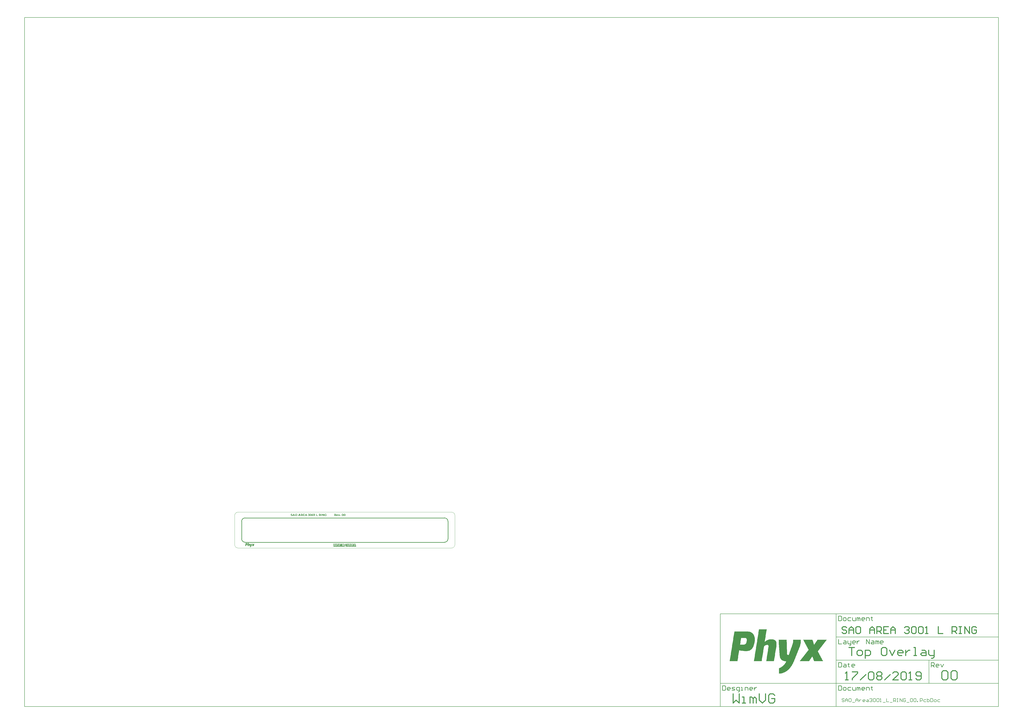
<source format=gto>
G04*
G04 #@! TF.GenerationSoftware,Altium Limited,Altium Designer,18.1.7 (191)*
G04*
G04 Layer_Color=65535*
%FSLAX25Y25*%
%MOIN*%
G70*
G01*
G75*
%ADD10C,0.01575*%
%ADD11C,0.00984*%
%ADD12C,0.00394*%
%ADD13C,0.00787*%
G36*
X96883Y58077D02*
X96975Y58070D01*
X97073Y58063D01*
X97191Y58050D01*
X97309Y58024D01*
X97434Y57998D01*
X97440D01*
X97447Y57991D01*
X97486Y57985D01*
X97552Y57965D01*
X97631Y57939D01*
X97716Y57906D01*
X97814Y57867D01*
X97913Y57814D01*
X98011Y57762D01*
X97749Y57132D01*
X97742Y57138D01*
X97729Y57145D01*
X97703Y57158D01*
X97663Y57178D01*
X97618Y57197D01*
X97565Y57224D01*
X97506Y57250D01*
X97440Y57276D01*
X97290Y57322D01*
X97126Y57368D01*
X96942Y57401D01*
X96850Y57414D01*
X96699D01*
X96640Y57407D01*
X96561Y57401D01*
X96476Y57388D01*
X96391Y57368D01*
X96306Y57342D01*
X96233Y57302D01*
X96227Y57296D01*
X96207Y57283D01*
X96181Y57257D01*
X96155Y57224D01*
X96122Y57184D01*
X96096Y57132D01*
X96076Y57073D01*
X96069Y57007D01*
Y57001D01*
Y56974D01*
X96082Y56942D01*
X96096Y56902D01*
X96115Y56856D01*
X96148Y56810D01*
X96194Y56765D01*
X96260Y56725D01*
X96266Y56719D01*
X96299Y56712D01*
X96345Y56692D01*
X96411Y56673D01*
X96489Y56646D01*
X96594Y56620D01*
X96712Y56587D01*
X96850Y56555D01*
X96856D01*
X96870Y56548D01*
X96889D01*
X96922Y56535D01*
X96994Y56515D01*
X97093Y56495D01*
X97198Y56463D01*
X97309Y56430D01*
X97421Y56397D01*
X97526Y56358D01*
X97539Y56351D01*
X97572Y56338D01*
X97618Y56318D01*
X97683Y56286D01*
X97749Y56240D01*
X97827Y56187D01*
X97900Y56122D01*
X97972Y56050D01*
X97978Y56043D01*
X98005Y56010D01*
X98031Y55964D01*
X98070Y55899D01*
X98103Y55820D01*
X98136Y55721D01*
X98155Y55610D01*
X98162Y55479D01*
Y55472D01*
Y55466D01*
Y55426D01*
X98155Y55367D01*
X98142Y55295D01*
X98123Y55203D01*
X98090Y55111D01*
X98050Y55013D01*
X97991Y54915D01*
X97985Y54901D01*
X97959Y54875D01*
X97919Y54829D01*
X97860Y54770D01*
X97788Y54705D01*
X97703Y54639D01*
X97598Y54574D01*
X97473Y54514D01*
X97467D01*
X97460Y54508D01*
X97440Y54501D01*
X97414Y54495D01*
X97381Y54482D01*
X97342Y54469D01*
X97244Y54442D01*
X97119Y54416D01*
X96981Y54390D01*
X96817Y54377D01*
X96640Y54370D01*
X96568D01*
X96529Y54377D01*
X96483D01*
X96378Y54383D01*
X96253Y54396D01*
X96109Y54416D01*
X95964Y54442D01*
X95814Y54482D01*
X95807D01*
X95794Y54488D01*
X95774Y54495D01*
X95748Y54501D01*
X95676Y54527D01*
X95584Y54560D01*
X95479Y54606D01*
X95374Y54659D01*
X95269Y54718D01*
X95171Y54783D01*
X95453Y55407D01*
X95466Y55400D01*
X95492Y55380D01*
X95544Y55348D01*
X95610Y55308D01*
X95689Y55262D01*
X95787Y55216D01*
X95892Y55170D01*
X96004Y55131D01*
X96010D01*
X96017Y55124D01*
X96036D01*
X96056Y55118D01*
X96122Y55098D01*
X96207Y55085D01*
X96299Y55065D01*
X96411Y55046D01*
X96522Y55039D01*
X96640Y55033D01*
X96699D01*
X96758Y55039D01*
X96837Y55046D01*
X96922Y55059D01*
X97014Y55079D01*
X97093Y55105D01*
X97165Y55138D01*
X97171Y55144D01*
X97191Y55157D01*
X97217Y55184D01*
X97250Y55210D01*
X97283Y55256D01*
X97309Y55302D01*
X97329Y55354D01*
X97335Y55420D01*
Y55426D01*
Y55439D01*
X97329Y55466D01*
X97322Y55492D01*
X97309Y55525D01*
X97296Y55564D01*
X97270Y55597D01*
X97237Y55630D01*
X97230Y55636D01*
X97217Y55643D01*
X97198Y55662D01*
X97171Y55682D01*
X97132Y55702D01*
X97086Y55721D01*
X96981Y55767D01*
X96975D01*
X96955Y55774D01*
X96916Y55787D01*
X96870Y55800D01*
X96811Y55820D01*
X96732Y55840D01*
X96653Y55859D01*
X96555Y55879D01*
X96548D01*
X96535Y55885D01*
X96515Y55892D01*
X96489Y55899D01*
X96411Y55918D01*
X96319Y55938D01*
X96207Y55971D01*
X96096Y56003D01*
X95984Y56036D01*
X95879Y56076D01*
X95866Y56082D01*
X95833Y56095D01*
X95787Y56115D01*
X95728Y56154D01*
X95656Y56194D01*
X95584Y56246D01*
X95505Y56312D01*
X95433Y56384D01*
X95426Y56397D01*
X95407Y56423D01*
X95374Y56469D01*
X95341Y56535D01*
X95302Y56620D01*
X95276Y56719D01*
X95249Y56830D01*
X95243Y56961D01*
Y56968D01*
Y56974D01*
Y57014D01*
X95249Y57073D01*
X95262Y57152D01*
X95282Y57237D01*
X95315Y57335D01*
X95354Y57434D01*
X95413Y57532D01*
X95420Y57545D01*
X95446Y57571D01*
X95486Y57624D01*
X95544Y57676D01*
X95617Y57742D01*
X95702Y57807D01*
X95807Y57873D01*
X95925Y57932D01*
X95932D01*
X95938Y57939D01*
X95958Y57945D01*
X95984Y57958D01*
X96017Y57965D01*
X96056Y57978D01*
X96155Y58011D01*
X96279Y58037D01*
X96424Y58057D01*
X96581Y58077D01*
X96758Y58083D01*
X96817D01*
X96883Y58077D01*
D02*
G37*
G36*
X154558Y58077D02*
X154604D01*
X154722Y58063D01*
X154853Y58044D01*
X154998Y58011D01*
X155149Y57972D01*
X155293Y57919D01*
X155300D01*
X155313Y57912D01*
X155332Y57906D01*
X155359Y57893D01*
X155431Y57854D01*
X155523Y57801D01*
X155621Y57735D01*
X155733Y57657D01*
X155838Y57565D01*
X155942Y57460D01*
X155404Y56968D01*
X155398Y56974D01*
X155385Y56988D01*
X155365Y57007D01*
X155339Y57033D01*
X155300Y57060D01*
X155254Y57099D01*
X155201Y57132D01*
X155149Y57171D01*
X155011Y57243D01*
X154853Y57309D01*
X154768Y57335D01*
X154676Y57355D01*
X154578Y57368D01*
X154480Y57375D01*
X154420D01*
X154355Y57368D01*
X154270Y57355D01*
X154178Y57342D01*
X154073Y57315D01*
X153968Y57276D01*
X153863Y57230D01*
X153850Y57224D01*
X153817Y57204D01*
X153771Y57171D01*
X153712Y57125D01*
X153647Y57066D01*
X153581Y57001D01*
X153509Y56915D01*
X153450Y56823D01*
X153443Y56810D01*
X153423Y56778D01*
X153404Y56725D01*
X153377Y56653D01*
X153345Y56561D01*
X153325Y56463D01*
X153305Y56351D01*
X153299Y56227D01*
Y56220D01*
Y56213D01*
Y56194D01*
Y56168D01*
X153305Y56108D01*
X153319Y56030D01*
X153338Y55931D01*
X153364Y55833D01*
X153397Y55728D01*
X153450Y55630D01*
X153456Y55616D01*
X153476Y55584D01*
X153509Y55538D01*
X153561Y55479D01*
X153620Y55413D01*
X153686Y55348D01*
X153771Y55275D01*
X153863Y55216D01*
X153876Y55210D01*
X153909Y55197D01*
X153968Y55170D01*
X154040Y55144D01*
X154132Y55118D01*
X154230Y55092D01*
X154342Y55079D01*
X154466Y55072D01*
X154525D01*
X154598Y55079D01*
X154683Y55092D01*
X154781Y55111D01*
X154893Y55138D01*
X155004Y55177D01*
X155116Y55230D01*
Y56279D01*
X155877D01*
Y54823D01*
X155864Y54816D01*
X155824Y54783D01*
X155765Y54744D01*
X155680Y54698D01*
X155582Y54639D01*
X155464Y54587D01*
X155332Y54527D01*
X155195Y54482D01*
X155188D01*
X155175Y54475D01*
X155155Y54469D01*
X155129Y54462D01*
X155096Y54455D01*
X155057Y54449D01*
X154958Y54429D01*
X154840Y54403D01*
X154709Y54390D01*
X154565Y54377D01*
X154420Y54370D01*
X154368D01*
X154329Y54377D01*
X154276D01*
X154224Y54383D01*
X154158Y54390D01*
X154086Y54403D01*
X153928Y54429D01*
X153764Y54469D01*
X153587Y54527D01*
X153417Y54606D01*
X153410D01*
X153397Y54619D01*
X153371Y54633D01*
X153345Y54652D01*
X153305Y54672D01*
X153259Y54705D01*
X153161Y54777D01*
X153050Y54869D01*
X152931Y54980D01*
X152820Y55111D01*
X152715Y55262D01*
Y55269D01*
X152702Y55282D01*
X152689Y55308D01*
X152676Y55334D01*
X152656Y55380D01*
X152636Y55426D01*
X152610Y55479D01*
X152590Y55544D01*
X152538Y55682D01*
X152498Y55846D01*
X152472Y56030D01*
X152459Y56227D01*
Y56233D01*
Y56253D01*
Y56279D01*
X152466Y56318D01*
Y56364D01*
X152472Y56417D01*
X152479Y56476D01*
X152492Y56548D01*
X152525Y56692D01*
X152564Y56850D01*
X152630Y57014D01*
X152715Y57178D01*
Y57184D01*
X152728Y57197D01*
X152741Y57217D01*
X152761Y57250D01*
X152820Y57322D01*
X152899Y57420D01*
X152997Y57525D01*
X153122Y57637D01*
X153259Y57742D01*
X153417Y57840D01*
X153423D01*
X153437Y57854D01*
X153463Y57860D01*
X153496Y57880D01*
X153542Y57899D01*
X153587Y57919D01*
X153647Y57939D01*
X153712Y57965D01*
X153784Y57985D01*
X153863Y58004D01*
X154040Y58044D01*
X154230Y58070D01*
X154434Y58083D01*
X154512D01*
X154558Y58077D01*
D02*
G37*
G36*
X151829Y54429D02*
X151147D01*
X149356Y56607D01*
Y54429D01*
X148530D01*
Y58024D01*
X149218D01*
X151009Y55840D01*
Y58024D01*
X151829D01*
Y54429D01*
D02*
G37*
G36*
X177629Y54429D02*
X176803D01*
X175648Y57191D01*
X176468D01*
X177235Y55308D01*
X178029Y57191D01*
X178797D01*
X177629Y54429D01*
D02*
G37*
G36*
X127282Y57480D02*
X126468Y56555D01*
X126475D01*
X126488Y56548D01*
X126514D01*
X126547Y56542D01*
X126586Y56528D01*
X126632Y56515D01*
X126737Y56482D01*
X126855Y56437D01*
X126973Y56378D01*
X127085Y56299D01*
X127190Y56207D01*
X127203Y56194D01*
X127229Y56161D01*
X127269Y56095D01*
X127321Y56017D01*
X127367Y55918D01*
X127406Y55800D01*
X127433Y55669D01*
X127446Y55525D01*
Y55518D01*
Y55511D01*
Y55472D01*
X127439Y55413D01*
X127426Y55334D01*
X127406Y55243D01*
X127374Y55151D01*
X127334Y55046D01*
X127282Y54947D01*
X127275Y54934D01*
X127249Y54901D01*
X127210Y54856D01*
X127157Y54796D01*
X127085Y54731D01*
X127000Y54659D01*
X126895Y54593D01*
X126777Y54527D01*
X126770D01*
X126764Y54521D01*
X126744Y54514D01*
X126718Y54501D01*
X126685Y54488D01*
X126646Y54475D01*
X126547Y54449D01*
X126429Y54423D01*
X126291Y54396D01*
X126134Y54377D01*
X125957Y54370D01*
X125858D01*
X125819Y54377D01*
X125721Y54383D01*
X125609Y54396D01*
X125478Y54409D01*
X125347Y54436D01*
X125209Y54469D01*
X125202D01*
X125196Y54475D01*
X125176Y54482D01*
X125150Y54488D01*
X125078Y54508D01*
X124992Y54541D01*
X124894Y54580D01*
X124796Y54633D01*
X124691Y54685D01*
X124592Y54751D01*
X124907Y55387D01*
X124914Y55380D01*
X124946Y55361D01*
X124986Y55334D01*
X125045Y55295D01*
X125110Y55256D01*
X125189Y55216D01*
X125281Y55177D01*
X125379Y55144D01*
X125392D01*
X125425Y55131D01*
X125484Y55118D01*
X125550Y55105D01*
X125635Y55092D01*
X125734Y55079D01*
X125832Y55072D01*
X125937Y55066D01*
X125989D01*
X126042Y55072D01*
X126114Y55079D01*
X126193Y55092D01*
X126272Y55118D01*
X126350Y55144D01*
X126423Y55184D01*
X126429Y55190D01*
X126449Y55203D01*
X126481Y55236D01*
X126514Y55269D01*
X126547Y55321D01*
X126580Y55380D01*
X126600Y55446D01*
X126606Y55525D01*
Y55531D01*
Y55544D01*
X126600Y55564D01*
X126593Y55597D01*
X126573Y55662D01*
X126547Y55702D01*
X126521Y55748D01*
X126488Y55787D01*
X126442Y55826D01*
X126390Y55859D01*
X126324Y55899D01*
X126245Y55925D01*
X126160Y55945D01*
X126055Y55958D01*
X125937Y55964D01*
X125557D01*
Y56515D01*
X126291Y57355D01*
X124763D01*
Y58024D01*
X127282D01*
Y57480D01*
D02*
G37*
G36*
X147677Y54429D02*
X146844D01*
Y58024D01*
X147677D01*
Y54429D01*
D02*
G37*
G36*
X144751Y58017D02*
X144797D01*
X144908Y58004D01*
X145040Y57985D01*
X145177Y57952D01*
X145315Y57912D01*
X145453Y57860D01*
X145460D01*
X145466Y57854D01*
X145486Y57847D01*
X145512Y57834D01*
X145578Y57794D01*
X145656Y57742D01*
X145742Y57683D01*
X145834Y57604D01*
X145919Y57512D01*
X145998Y57407D01*
X146004Y57394D01*
X146030Y57355D01*
X146056Y57296D01*
X146096Y57211D01*
X146129Y57112D01*
X146161Y56994D01*
X146181Y56863D01*
X146188Y56719D01*
Y56712D01*
Y56699D01*
Y56679D01*
Y56653D01*
X146175Y56574D01*
X146161Y56482D01*
X146142Y56371D01*
X146102Y56259D01*
X146056Y56141D01*
X145991Y56023D01*
X145984Y56010D01*
X145958Y55977D01*
X145912Y55925D01*
X145853Y55859D01*
X145774Y55787D01*
X145683Y55715D01*
X145571Y55649D01*
X145447Y55584D01*
X146253Y54429D01*
X145361D01*
X144666Y55426D01*
X143898D01*
Y54429D01*
X143065D01*
Y58024D01*
X144705D01*
X144751Y58017D01*
D02*
G37*
G36*
X139339Y55105D02*
X141143D01*
Y54429D01*
X138506D01*
Y58024D01*
X139339D01*
Y55105D01*
D02*
G37*
G36*
X136197Y54429D02*
X135370D01*
Y57355D01*
X134649D01*
Y58024D01*
X136197D01*
Y54429D01*
D02*
G37*
G36*
X123182Y54429D02*
X122309D01*
X121988Y55197D01*
X120322D01*
X120000Y54429D01*
X119154D01*
X120755Y58024D01*
X121575D01*
X123182Y54429D01*
D02*
G37*
G36*
X118898Y57355D02*
X117009D01*
Y56574D01*
X118675D01*
Y55925D01*
X117009D01*
Y55092D01*
X118964D01*
Y54429D01*
X116176D01*
Y58024D01*
X118898D01*
Y57355D01*
D02*
G37*
G36*
X114083Y58017D02*
X114129D01*
X114241Y58004D01*
X114372Y57985D01*
X114509Y57952D01*
X114647Y57912D01*
X114785Y57860D01*
X114792D01*
X114798Y57853D01*
X114818Y57847D01*
X114844Y57834D01*
X114910Y57794D01*
X114988Y57742D01*
X115074Y57683D01*
X115165Y57604D01*
X115251Y57512D01*
X115330Y57407D01*
X115336Y57394D01*
X115362Y57355D01*
X115389Y57296D01*
X115428Y57211D01*
X115461Y57112D01*
X115494Y56994D01*
X115513Y56863D01*
X115520Y56719D01*
Y56712D01*
Y56699D01*
Y56679D01*
Y56653D01*
X115507Y56574D01*
X115494Y56482D01*
X115474Y56371D01*
X115434Y56259D01*
X115389Y56141D01*
X115323Y56023D01*
X115316Y56010D01*
X115290Y55977D01*
X115244Y55925D01*
X115185Y55859D01*
X115106Y55787D01*
X115015Y55715D01*
X114903Y55649D01*
X114778Y55584D01*
X115585Y54429D01*
X114693D01*
X113998Y55426D01*
X113230D01*
Y54429D01*
X112397D01*
Y58024D01*
X114037D01*
X114083Y58017D01*
D02*
G37*
G36*
X112023Y54429D02*
X111151D01*
X110829Y55197D01*
X109163D01*
X108842Y54429D01*
X107995D01*
X109596Y58024D01*
X110416D01*
X112023Y54429D01*
D02*
G37*
G36*
X102295D02*
X101422D01*
X101101Y55197D01*
X99435D01*
X99113Y54429D01*
X98267D01*
X99868Y58024D01*
X100688D01*
X102295Y54429D01*
D02*
G37*
G36*
X170774Y58017D02*
X170820D01*
X170931Y58004D01*
X171063Y57985D01*
X171200Y57952D01*
X171338Y57912D01*
X171476Y57860D01*
X171482D01*
X171489Y57853D01*
X171509Y57847D01*
X171535Y57834D01*
X171600Y57794D01*
X171679Y57742D01*
X171764Y57683D01*
X171856Y57604D01*
X171941Y57512D01*
X172020Y57407D01*
X172027Y57394D01*
X172053Y57355D01*
X172079Y57296D01*
X172119Y57211D01*
X172151Y57112D01*
X172184Y56994D01*
X172204Y56863D01*
X172211Y56719D01*
Y56712D01*
Y56699D01*
Y56679D01*
Y56653D01*
X172197Y56574D01*
X172184Y56482D01*
X172165Y56371D01*
X172125Y56259D01*
X172079Y56141D01*
X172014Y56023D01*
X172007Y56010D01*
X171981Y55977D01*
X171935Y55925D01*
X171876Y55859D01*
X171797Y55787D01*
X171705Y55715D01*
X171594Y55649D01*
X171469Y55584D01*
X172276Y54429D01*
X171384D01*
X170689Y55426D01*
X169921D01*
Y54429D01*
X169088D01*
Y58024D01*
X170728D01*
X170774Y58017D01*
D02*
G37*
G36*
X179499Y55374D02*
X179551Y55361D01*
X179604Y55348D01*
X179663Y55321D01*
X179722Y55288D01*
X179781Y55243D01*
X179787Y55236D01*
X179800Y55216D01*
X179827Y55190D01*
X179853Y55151D01*
X179879Y55098D01*
X179905Y55039D01*
X179919Y54967D01*
X179925Y54888D01*
Y54882D01*
Y54856D01*
X179919Y54810D01*
X179905Y54764D01*
X179892Y54705D01*
X179866Y54646D01*
X179827Y54587D01*
X179781Y54527D01*
X179774Y54521D01*
X179754Y54508D01*
X179722Y54482D01*
X179682Y54462D01*
X179630Y54436D01*
X179571Y54409D01*
X179505Y54396D01*
X179427Y54390D01*
X179394D01*
X179354Y54396D01*
X179302Y54409D01*
X179249Y54423D01*
X179190Y54449D01*
X179131Y54482D01*
X179072Y54527D01*
X179066Y54534D01*
X179053Y54554D01*
X179026Y54587D01*
X179000Y54626D01*
X178974Y54678D01*
X178948Y54744D01*
X178935Y54810D01*
X178928Y54888D01*
Y54901D01*
Y54928D01*
X178935Y54967D01*
X178948Y55019D01*
X178961Y55072D01*
X178987Y55131D01*
X179026Y55190D01*
X179072Y55243D01*
X179079Y55249D01*
X179098Y55262D01*
X179131Y55288D01*
X179171Y55315D01*
X179223Y55334D01*
X179282Y55361D01*
X179354Y55374D01*
X179427Y55380D01*
X179459D01*
X179499Y55374D01*
D02*
G37*
G36*
X174185Y57224D02*
X174224D01*
X174323Y57211D01*
X174441Y57184D01*
X174559Y57158D01*
X174690Y57112D01*
X174815Y57053D01*
X174821D01*
X174828Y57047D01*
X174867Y57020D01*
X174926Y56981D01*
X175005Y56928D01*
X175084Y56856D01*
X175169Y56771D01*
X175254Y56673D01*
X175333Y56555D01*
Y56548D01*
X175340Y56541D01*
X175353Y56522D01*
X175366Y56495D01*
X175392Y56430D01*
X175431Y56338D01*
X175464Y56227D01*
X175497Y56095D01*
X175517Y55958D01*
X175523Y55800D01*
Y55794D01*
Y55787D01*
Y55767D01*
X175517Y55741D01*
Y55702D01*
X175510Y55649D01*
X175504Y55584D01*
X173411D01*
Y55571D01*
X173424Y55544D01*
X173444Y55492D01*
X173470Y55439D01*
X173503Y55374D01*
X173549Y55302D01*
X173608Y55236D01*
X173680Y55177D01*
X173693Y55170D01*
X173719Y55151D01*
X173765Y55131D01*
X173824Y55105D01*
X173903Y55072D01*
X173988Y55052D01*
X174093Y55033D01*
X174205Y55026D01*
X174244D01*
X174283Y55033D01*
X174336D01*
X174395Y55039D01*
X174454Y55052D01*
X174585Y55092D01*
X174592Y55098D01*
X174611Y55105D01*
X174644Y55118D01*
X174690Y55144D01*
X174736Y55170D01*
X174789Y55203D01*
X174848Y55249D01*
X174900Y55295D01*
X175327Y54829D01*
X175320Y54823D01*
X175307Y54810D01*
X175287Y54790D01*
X175254Y54764D01*
X175215Y54724D01*
X175162Y54691D01*
X175103Y54652D01*
X175038Y54613D01*
X174959Y54567D01*
X174874Y54527D01*
X174782Y54495D01*
X174677Y54462D01*
X174565Y54429D01*
X174448Y54409D01*
X174323Y54396D01*
X174185Y54390D01*
X174106D01*
X174067Y54396D01*
X174021D01*
X173909Y54409D01*
X173778Y54436D01*
X173641Y54462D01*
X173496Y54508D01*
X173359Y54567D01*
X173352D01*
X173345Y54574D01*
X173326Y54587D01*
X173300Y54600D01*
X173234Y54639D01*
X173155Y54698D01*
X173063Y54770D01*
X172971Y54856D01*
X172880Y54961D01*
X172801Y55072D01*
Y55079D01*
X172794Y55085D01*
X172781Y55105D01*
X172775Y55131D01*
X172742Y55197D01*
X172709Y55282D01*
X172670Y55393D01*
X172643Y55518D01*
X172617Y55656D01*
X172611Y55807D01*
Y55813D01*
Y55826D01*
Y55846D01*
Y55872D01*
X172617Y55912D01*
X172624Y55951D01*
X172637Y56050D01*
X172657Y56161D01*
X172689Y56286D01*
X172735Y56410D01*
X172801Y56535D01*
Y56541D01*
X172807Y56548D01*
X172834Y56587D01*
X172880Y56646D01*
X172939Y56725D01*
X173011Y56804D01*
X173103Y56889D01*
X173208Y56974D01*
X173326Y57047D01*
X173332D01*
X173339Y57053D01*
X173359Y57066D01*
X173385Y57073D01*
X173457Y57106D01*
X173549Y57138D01*
X173660Y57171D01*
X173785Y57204D01*
X173929Y57224D01*
X174080Y57230D01*
X174152D01*
X174185Y57224D01*
D02*
G37*
G36*
X132976Y58077D02*
X133022Y58070D01*
X133133Y58057D01*
X133251Y58031D01*
X133389Y57991D01*
X133527Y57932D01*
X133658Y57860D01*
X133665D01*
X133671Y57847D01*
X133691Y57840D01*
X133717Y57821D01*
X133783Y57768D01*
X133861Y57703D01*
X133947Y57611D01*
X134039Y57499D01*
X134130Y57375D01*
X134209Y57224D01*
Y57217D01*
X134216Y57204D01*
X134229Y57184D01*
X134242Y57152D01*
X134255Y57112D01*
X134275Y57060D01*
X134288Y57007D01*
X134308Y56942D01*
X134327Y56870D01*
X134347Y56797D01*
X134373Y56627D01*
X134399Y56437D01*
X134406Y56227D01*
Y56220D01*
Y56200D01*
Y56168D01*
Y56128D01*
X134399Y56076D01*
X134393Y56017D01*
Y55951D01*
X134380Y55885D01*
X134360Y55728D01*
X134321Y55558D01*
X134275Y55387D01*
X134209Y55223D01*
Y55216D01*
X134203Y55203D01*
X134189Y55184D01*
X134176Y55157D01*
X134130Y55079D01*
X134065Y54987D01*
X133986Y54882D01*
X133894Y54777D01*
X133783Y54678D01*
X133658Y54587D01*
X133652D01*
X133645Y54580D01*
X133625Y54567D01*
X133599Y54554D01*
X133566Y54534D01*
X133527Y54521D01*
X133429Y54482D01*
X133310Y54436D01*
X133179Y54403D01*
X133028Y54377D01*
X132864Y54370D01*
X132818D01*
X132792Y54377D01*
X132753D01*
X132707Y54383D01*
X132595Y54396D01*
X132471Y54423D01*
X132340Y54462D01*
X132202Y54514D01*
X132064Y54587D01*
X132057D01*
X132051Y54600D01*
X132031Y54606D01*
X132005Y54626D01*
X131946Y54678D01*
X131867Y54751D01*
X131775Y54836D01*
X131690Y54947D01*
X131598Y55072D01*
X131520Y55223D01*
Y55230D01*
X131513Y55243D01*
X131500Y55269D01*
X131487Y55295D01*
X131474Y55341D01*
X131460Y55387D01*
X131441Y55446D01*
X131421Y55505D01*
X131402Y55577D01*
X131388Y55656D01*
X131356Y55826D01*
X131329Y56017D01*
X131323Y56227D01*
Y56233D01*
Y56253D01*
Y56286D01*
X131329Y56325D01*
Y56371D01*
X131336Y56430D01*
X131342Y56495D01*
X131349Y56568D01*
X131369Y56725D01*
X131408Y56889D01*
X131454Y57060D01*
X131520Y57224D01*
Y57230D01*
X131526Y57243D01*
X131539Y57263D01*
X131559Y57296D01*
X131598Y57368D01*
X131664Y57460D01*
X131736Y57565D01*
X131834Y57670D01*
X131939Y57768D01*
X132064Y57860D01*
X132071D01*
X132077Y57867D01*
X132097Y57880D01*
X132130Y57893D01*
X132162Y57912D01*
X132202Y57932D01*
X132300Y57972D01*
X132418Y58011D01*
X132550Y58050D01*
X132700Y58077D01*
X132864Y58083D01*
X132937D01*
X132976Y58077D01*
D02*
G37*
G36*
X129486D02*
X129532Y58070D01*
X129643Y58057D01*
X129762Y58031D01*
X129899Y57991D01*
X130037Y57932D01*
X130168Y57860D01*
X130175D01*
X130181Y57847D01*
X130201Y57840D01*
X130227Y57821D01*
X130293Y57768D01*
X130372Y57703D01*
X130457Y57611D01*
X130549Y57499D01*
X130640Y57375D01*
X130719Y57224D01*
Y57217D01*
X130726Y57204D01*
X130739Y57184D01*
X130752Y57152D01*
X130765Y57112D01*
X130785Y57060D01*
X130798Y57007D01*
X130818Y56942D01*
X130837Y56870D01*
X130857Y56797D01*
X130883Y56627D01*
X130910Y56437D01*
X130916Y56227D01*
Y56220D01*
Y56200D01*
Y56168D01*
Y56128D01*
X130910Y56076D01*
X130903Y56017D01*
Y55951D01*
X130890Y55885D01*
X130870Y55728D01*
X130831Y55558D01*
X130785Y55387D01*
X130719Y55223D01*
Y55216D01*
X130713Y55203D01*
X130700Y55184D01*
X130686Y55157D01*
X130640Y55079D01*
X130575Y54987D01*
X130496Y54882D01*
X130404Y54777D01*
X130293Y54678D01*
X130168Y54587D01*
X130162D01*
X130155Y54580D01*
X130135Y54567D01*
X130109Y54554D01*
X130076Y54534D01*
X130037Y54521D01*
X129939Y54482D01*
X129821Y54436D01*
X129689Y54403D01*
X129538Y54377D01*
X129375Y54370D01*
X129329D01*
X129302Y54377D01*
X129263D01*
X129217Y54383D01*
X129105Y54396D01*
X128981Y54423D01*
X128850Y54462D01*
X128712Y54514D01*
X128574Y54587D01*
X128568D01*
X128561Y54600D01*
X128541Y54606D01*
X128515Y54626D01*
X128456Y54678D01*
X128377Y54751D01*
X128286Y54836D01*
X128200Y54947D01*
X128108Y55072D01*
X128030Y55223D01*
Y55230D01*
X128023Y55243D01*
X128010Y55269D01*
X127997Y55295D01*
X127984Y55341D01*
X127971Y55387D01*
X127951Y55446D01*
X127931Y55505D01*
X127912Y55577D01*
X127899Y55656D01*
X127866Y55826D01*
X127839Y56017D01*
X127833Y56227D01*
Y56233D01*
Y56253D01*
Y56286D01*
X127839Y56325D01*
Y56371D01*
X127846Y56430D01*
X127852Y56495D01*
X127859Y56568D01*
X127879Y56725D01*
X127918Y56889D01*
X127964Y57060D01*
X128030Y57224D01*
Y57230D01*
X128036Y57243D01*
X128049Y57263D01*
X128069Y57296D01*
X128108Y57368D01*
X128174Y57460D01*
X128246Y57565D01*
X128345Y57670D01*
X128449Y57768D01*
X128574Y57860D01*
X128581D01*
X128587Y57867D01*
X128607Y57880D01*
X128640Y57893D01*
X128673Y57912D01*
X128712Y57932D01*
X128810Y57972D01*
X128928Y58011D01*
X129060Y58050D01*
X129210Y58077D01*
X129375Y58083D01*
X129447D01*
X129486Y58077D01*
D02*
G37*
G36*
X186898Y58077D02*
X186944Y58070D01*
X187056Y58057D01*
X187174Y58031D01*
X187312Y57991D01*
X187449Y57932D01*
X187581Y57860D01*
X187587D01*
X187594Y57847D01*
X187613Y57840D01*
X187640Y57821D01*
X187705Y57768D01*
X187784Y57703D01*
X187869Y57611D01*
X187961Y57499D01*
X188053Y57375D01*
X188132Y57224D01*
Y57217D01*
X188138Y57204D01*
X188151Y57184D01*
X188164Y57152D01*
X188178Y57112D01*
X188197Y57060D01*
X188210Y57007D01*
X188230Y56942D01*
X188250Y56869D01*
X188269Y56797D01*
X188296Y56627D01*
X188322Y56437D01*
X188328Y56227D01*
Y56220D01*
Y56200D01*
Y56168D01*
Y56128D01*
X188322Y56076D01*
X188315Y56017D01*
Y55951D01*
X188302Y55885D01*
X188283Y55728D01*
X188243Y55557D01*
X188197Y55387D01*
X188132Y55223D01*
Y55216D01*
X188125Y55203D01*
X188112Y55184D01*
X188099Y55157D01*
X188053Y55079D01*
X187987Y54987D01*
X187909Y54882D01*
X187817Y54777D01*
X187705Y54678D01*
X187581Y54587D01*
X187574D01*
X187567Y54580D01*
X187548Y54567D01*
X187522Y54554D01*
X187489Y54534D01*
X187449Y54521D01*
X187351Y54482D01*
X187233Y54436D01*
X187102Y54403D01*
X186951Y54377D01*
X186787Y54370D01*
X186741D01*
X186715Y54377D01*
X186675D01*
X186629Y54383D01*
X186518Y54396D01*
X186393Y54423D01*
X186262Y54462D01*
X186124Y54514D01*
X185986Y54587D01*
X185980D01*
X185973Y54600D01*
X185954Y54606D01*
X185927Y54626D01*
X185868Y54678D01*
X185790Y54751D01*
X185698Y54836D01*
X185613Y54947D01*
X185521Y55072D01*
X185442Y55223D01*
Y55229D01*
X185435Y55243D01*
X185422Y55269D01*
X185409Y55295D01*
X185396Y55341D01*
X185383Y55387D01*
X185363Y55446D01*
X185344Y55505D01*
X185324Y55577D01*
X185311Y55656D01*
X185278Y55826D01*
X185252Y56017D01*
X185245Y56227D01*
Y56233D01*
Y56253D01*
Y56286D01*
X185252Y56325D01*
Y56371D01*
X185258Y56430D01*
X185265Y56495D01*
X185272Y56568D01*
X185291Y56725D01*
X185330Y56889D01*
X185376Y57060D01*
X185442Y57224D01*
Y57230D01*
X185449Y57243D01*
X185462Y57263D01*
X185481Y57296D01*
X185521Y57368D01*
X185586Y57460D01*
X185659Y57565D01*
X185757Y57670D01*
X185862Y57768D01*
X185986Y57860D01*
X185993D01*
X186000Y57867D01*
X186019Y57880D01*
X186052Y57893D01*
X186085Y57912D01*
X186124Y57932D01*
X186223Y57972D01*
X186341Y58011D01*
X186472Y58050D01*
X186623Y58077D01*
X186787Y58083D01*
X186859D01*
X186898Y58077D01*
D02*
G37*
G36*
X183408D02*
X183454Y58070D01*
X183566Y58057D01*
X183684Y58031D01*
X183822Y57991D01*
X183959Y57932D01*
X184091Y57860D01*
X184097D01*
X184104Y57847D01*
X184124Y57840D01*
X184150Y57821D01*
X184215Y57768D01*
X184294Y57703D01*
X184379Y57611D01*
X184471Y57499D01*
X184563Y57375D01*
X184642Y57224D01*
Y57217D01*
X184648Y57204D01*
X184661Y57184D01*
X184675Y57152D01*
X184688Y57112D01*
X184707Y57060D01*
X184720Y57007D01*
X184740Y56942D01*
X184760Y56869D01*
X184779Y56797D01*
X184806Y56627D01*
X184832Y56437D01*
X184838Y56227D01*
Y56220D01*
Y56200D01*
Y56168D01*
Y56128D01*
X184832Y56076D01*
X184825Y56017D01*
Y55951D01*
X184812Y55885D01*
X184793Y55728D01*
X184753Y55557D01*
X184707Y55387D01*
X184642Y55223D01*
Y55216D01*
X184635Y55203D01*
X184622Y55184D01*
X184609Y55157D01*
X184563Y55079D01*
X184497Y54987D01*
X184419Y54882D01*
X184327Y54777D01*
X184215Y54678D01*
X184091Y54587D01*
X184084D01*
X184078Y54580D01*
X184058Y54567D01*
X184032Y54554D01*
X183999Y54534D01*
X183959Y54521D01*
X183861Y54482D01*
X183743Y54436D01*
X183612Y54403D01*
X183461Y54377D01*
X183297Y54370D01*
X183251D01*
X183225Y54377D01*
X183185D01*
X183140Y54383D01*
X183028Y54396D01*
X182903Y54423D01*
X182772Y54462D01*
X182634Y54514D01*
X182497Y54587D01*
X182490D01*
X182483Y54600D01*
X182464Y54606D01*
X182438Y54626D01*
X182378Y54678D01*
X182300Y54751D01*
X182208Y54836D01*
X182123Y54947D01*
X182031Y55072D01*
X181952Y55223D01*
Y55229D01*
X181946Y55243D01*
X181932Y55269D01*
X181919Y55295D01*
X181906Y55341D01*
X181893Y55387D01*
X181873Y55446D01*
X181854Y55505D01*
X181834Y55577D01*
X181821Y55656D01*
X181788Y55826D01*
X181762Y56017D01*
X181755Y56227D01*
Y56233D01*
Y56253D01*
Y56286D01*
X181762Y56325D01*
Y56371D01*
X181768Y56430D01*
X181775Y56495D01*
X181781Y56568D01*
X181801Y56725D01*
X181841Y56889D01*
X181886Y57060D01*
X181952Y57224D01*
Y57230D01*
X181959Y57243D01*
X181972Y57263D01*
X181992Y57296D01*
X182031Y57368D01*
X182096Y57460D01*
X182169Y57565D01*
X182267Y57670D01*
X182372Y57768D01*
X182497Y57860D01*
X182503D01*
X182510Y57867D01*
X182529Y57880D01*
X182562Y57893D01*
X182595Y57912D01*
X182634Y57932D01*
X182733Y57972D01*
X182851Y58011D01*
X182982Y58050D01*
X183133Y58077D01*
X183297Y58083D01*
X183369D01*
X183408Y58077D01*
D02*
G37*
G36*
X104506D02*
X104558D01*
X104617Y58070D01*
X104676Y58063D01*
X104748Y58050D01*
X104906Y58024D01*
X105070Y57978D01*
X105247Y57919D01*
X105417Y57840D01*
X105424D01*
X105437Y57827D01*
X105463Y57814D01*
X105490Y57794D01*
X105529Y57768D01*
X105575Y57742D01*
X105673Y57663D01*
X105791Y57571D01*
X105909Y57453D01*
X106021Y57322D01*
X106126Y57171D01*
Y57165D01*
X106139Y57152D01*
X106152Y57132D01*
X106165Y57099D01*
X106185Y57060D01*
X106204Y57014D01*
X106231Y56955D01*
X106257Y56896D01*
X106303Y56758D01*
X106342Y56594D01*
X106369Y56417D01*
X106382Y56227D01*
Y56220D01*
Y56200D01*
Y56174D01*
X106375Y56135D01*
Y56089D01*
X106369Y56036D01*
X106362Y55977D01*
X106349Y55905D01*
X106323Y55761D01*
X106277Y55597D01*
X106211Y55433D01*
X106126Y55269D01*
Y55262D01*
X106113Y55249D01*
X106100Y55229D01*
X106080Y55197D01*
X106021Y55124D01*
X105942Y55026D01*
X105844Y54921D01*
X105719Y54810D01*
X105575Y54705D01*
X105417Y54606D01*
X105411D01*
X105398Y54593D01*
X105371Y54587D01*
X105339Y54567D01*
X105299Y54554D01*
X105247Y54534D01*
X105188Y54508D01*
X105122Y54488D01*
X104978Y54442D01*
X104807Y54409D01*
X104617Y54383D01*
X104414Y54370D01*
X104361D01*
X104322Y54377D01*
X104269D01*
X104210Y54383D01*
X104151Y54390D01*
X104079Y54403D01*
X103922Y54429D01*
X103751Y54469D01*
X103574Y54527D01*
X103403Y54606D01*
X103397D01*
X103384Y54619D01*
X103358Y54633D01*
X103331Y54652D01*
X103292Y54678D01*
X103246Y54705D01*
X103148Y54783D01*
X103036Y54875D01*
X102918Y54987D01*
X102806Y55118D01*
X102701Y55269D01*
Y55275D01*
X102688Y55288D01*
X102675Y55315D01*
X102662Y55341D01*
X102643Y55387D01*
X102623Y55433D01*
X102596Y55485D01*
X102577Y55551D01*
X102524Y55689D01*
X102485Y55853D01*
X102459Y56036D01*
X102446Y56227D01*
Y56233D01*
Y56253D01*
Y56279D01*
X102452Y56318D01*
Y56364D01*
X102459Y56417D01*
X102465Y56476D01*
X102478Y56541D01*
X102511Y56686D01*
X102551Y56850D01*
X102616Y57007D01*
X102701Y57171D01*
Y57178D01*
X102715Y57191D01*
X102728Y57211D01*
X102747Y57243D01*
X102806Y57322D01*
X102885Y57414D01*
X102984Y57519D01*
X103108Y57630D01*
X103246Y57742D01*
X103403Y57840D01*
X103410D01*
X103423Y57853D01*
X103449Y57860D01*
X103482Y57880D01*
X103528Y57899D01*
X103574Y57919D01*
X103633Y57939D01*
X103699Y57965D01*
X103849Y58004D01*
X104020Y58044D01*
X104210Y58070D01*
X104414Y58083D01*
X104466D01*
X104506Y58077D01*
D02*
G37*
G36*
X23978Y8622D02*
X23978Y8595D01*
X23950D01*
X23950Y8568D01*
X23950Y8541D01*
X23950Y8514D01*
X23950Y8487D01*
X23950Y8460D01*
X23950Y8433D01*
X23923Y8433D01*
X23923Y8405D01*
X23923Y8378D01*
X23923Y8351D01*
Y8324D01*
X23923Y8297D01*
Y8270D01*
X23896Y8270D01*
Y8243D01*
Y8215D01*
X23896Y8188D01*
Y8161D01*
Y8134D01*
X23896Y8107D01*
Y8080D01*
X23869D01*
X23869Y8053D01*
X23869Y8026D01*
X23869Y7999D01*
X23869Y7971D01*
Y7944D01*
X23869Y7917D01*
X23842D01*
Y7890D01*
X23842Y7863D01*
X23842Y7836D01*
X23842Y7809D01*
X23842Y7781D01*
Y7754D01*
X23815Y7754D01*
X23815Y7727D01*
Y7700D01*
X23815Y7673D01*
X23815Y7646D01*
Y7619D01*
X23815Y7592D01*
X23815Y7564D01*
X23788D01*
X23788Y7537D01*
X23788Y7510D01*
Y7483D01*
X23788Y7456D01*
X23788Y7429D01*
X23788Y7402D01*
X23761Y7402D01*
X23761Y7374D01*
Y7347D01*
X23761Y7320D01*
Y7293D01*
X23761Y7266D01*
X23761Y7239D01*
X23733D01*
X23733Y7212D01*
X23733Y7185D01*
X23733Y7158D01*
Y7130D01*
X23733Y7103D01*
X23733Y7076D01*
X23706Y7076D01*
Y7049D01*
Y7022D01*
X23706Y6995D01*
X23706Y6968D01*
X23706Y6940D01*
X23706Y6913D01*
Y6886D01*
X23679D01*
X23679Y6859D01*
X23679Y6832D01*
X23679Y6805D01*
X23679Y6778D01*
Y6751D01*
X23679Y6724D01*
X23652Y6724D01*
Y6696D01*
X23652Y6669D01*
X23706D01*
X23706Y6696D01*
X23733Y6696D01*
X23733Y6724D01*
X23761Y6724D01*
X23761Y6751D01*
X23815D01*
X23815Y6778D01*
X23842D01*
Y6805D01*
X23869Y6805D01*
Y6832D01*
X23923Y6832D01*
X23923Y6859D01*
X23978Y6859D01*
X23978Y6886D01*
X24005Y6886D01*
Y6913D01*
X24059Y6913D01*
Y6940D01*
X24140Y6940D01*
X24140Y6968D01*
X24195D01*
Y6995D01*
X24276Y6995D01*
X24276Y7022D01*
X24412D01*
X24411Y7049D01*
X25008Y7049D01*
Y7022D01*
X25117D01*
X25117Y6995D01*
X25198Y6995D01*
X25198Y6968D01*
X25253D01*
X25253Y6940D01*
X25280Y6940D01*
X25280Y6913D01*
X25334D01*
Y6886D01*
X25361D01*
X25361Y6859D01*
X25388D01*
X25388Y6832D01*
X25415Y6832D01*
X25415Y6805D01*
X25442D01*
X25442Y6778D01*
Y6751D01*
X25469D01*
X25469Y6724D01*
X25469Y6696D01*
X25497Y6696D01*
Y6669D01*
Y6642D01*
Y6615D01*
X25524D01*
Y6588D01*
X25524Y6561D01*
X25524Y6534D01*
X25524Y6506D01*
X25551D01*
X25551Y6479D01*
X25551Y6452D01*
X25551Y6425D01*
X25551Y6398D01*
X25551Y6371D01*
Y6344D01*
X25551Y6317D01*
X25551Y6289D01*
X25551Y6262D01*
X25551Y6235D01*
X25551Y6208D01*
X25551Y6181D01*
X25551Y6154D01*
X25551Y6127D01*
Y6100D01*
X25551Y6072D01*
X25551Y6045D01*
X25551Y6018D01*
X25524D01*
Y5991D01*
X25524Y5964D01*
Y5937D01*
Y5910D01*
X25524Y5883D01*
X25524Y5855D01*
X25524Y5828D01*
X25497Y5828D01*
X25497Y5801D01*
Y5774D01*
Y5747D01*
Y5720D01*
Y5693D01*
Y5666D01*
Y5638D01*
X25470Y5638D01*
X25469Y5611D01*
Y5584D01*
X25469Y5557D01*
Y5530D01*
X25469Y5503D01*
X25469Y5476D01*
X25442D01*
Y5449D01*
Y5421D01*
X25442Y5394D01*
Y5367D01*
X25442Y5340D01*
Y5313D01*
X25415D01*
X25415Y5286D01*
X25415Y5259D01*
X25415Y5232D01*
X25415Y5204D01*
X25415Y5177D01*
X25415Y5150D01*
X25388Y5150D01*
Y5123D01*
X25388Y5096D01*
X25388Y5069D01*
X25388Y5042D01*
X25388Y5014D01*
X25388Y4987D01*
X25388Y4960D01*
X25361Y4960D01*
X25361Y4933D01*
X25361Y4906D01*
X25361Y4879D01*
X25361Y4852D01*
X25361Y4825D01*
X25361Y4797D01*
X25334D01*
Y4770D01*
Y4743D01*
Y4716D01*
Y4689D01*
Y4662D01*
X25334Y4635D01*
X25307D01*
X25307Y4608D01*
X25307Y4580D01*
X25307Y4553D01*
X25307Y4526D01*
X25307Y4499D01*
X25307Y4472D01*
Y4445D01*
X25280D01*
Y4418D01*
X25280Y4391D01*
X25280Y4363D01*
Y4336D01*
X25280Y4309D01*
X25280Y4282D01*
X25253Y4282D01*
X25253Y4255D01*
X25253Y4228D01*
X25253Y4201D01*
Y4174D01*
X25253Y4146D01*
Y4119D01*
X25225D01*
Y4092D01*
Y4065D01*
Y4038D01*
X25225Y4011D01*
X25225Y3984D01*
Y3957D01*
X25198D01*
X25198Y3929D01*
Y3902D01*
X25198Y3875D01*
Y3848D01*
Y3821D01*
X25198Y3794D01*
Y3767D01*
X25171Y3767D01*
Y3740D01*
Y3712D01*
Y3685D01*
Y3658D01*
X25171Y3631D01*
X25171Y3604D01*
X25144Y3604D01*
X25144Y3577D01*
Y3550D01*
X23896D01*
X23896Y3577D01*
X23896Y3604D01*
X23923Y3604D01*
X23923Y3631D01*
X23923Y3658D01*
X23923Y3685D01*
X23923Y3712D01*
Y3740D01*
X23923Y3767D01*
X23950Y3767D01*
X23950Y3794D01*
X23950Y3821D01*
Y3848D01*
X23950Y3875D01*
X23950Y3902D01*
Y3929D01*
X23950Y3957D01*
X23978D01*
X23978Y3984D01*
X23978Y4011D01*
Y4038D01*
Y4065D01*
X23978Y4092D01*
Y4119D01*
X24005Y4119D01*
X24005Y4146D01*
X24005Y4174D01*
X24005Y4201D01*
X24005Y4228D01*
X24005Y4255D01*
Y4282D01*
X24032D01*
X24032Y4309D01*
X24032Y4336D01*
X24032Y4363D01*
X24032Y4391D01*
X24032Y4418D01*
X24032Y4445D01*
X24032Y4472D01*
X24059Y4472D01*
Y4499D01*
Y4526D01*
X24059Y4553D01*
X24059Y4580D01*
Y4608D01*
X24059Y4635D01*
X24086D01*
Y4662D01*
X24086Y4689D01*
X24086Y4716D01*
Y4743D01*
X24086Y4770D01*
Y4797D01*
Y4825D01*
X24113Y4825D01*
Y4852D01*
X24113Y4879D01*
Y4906D01*
Y4933D01*
Y4960D01*
X24113Y4987D01*
X24140Y4987D01*
X24140Y5015D01*
Y5042D01*
Y5069D01*
X24140Y5096D01*
X24140Y5123D01*
X24140Y5150D01*
X24167D01*
Y5177D01*
Y5204D01*
Y5232D01*
Y5259D01*
Y5286D01*
X24167Y5313D01*
X24194Y5313D01*
Y5340D01*
X24195Y5367D01*
X24194Y5394D01*
X24195Y5421D01*
Y5449D01*
X24194Y5476D01*
Y5503D01*
X24222D01*
Y5530D01*
Y5557D01*
Y5584D01*
Y5611D01*
X24222Y5638D01*
X24222Y5666D01*
X24249Y5666D01*
X24249Y5693D01*
X24249Y5720D01*
Y5747D01*
X24249Y5774D01*
X24249Y5801D01*
X24249Y5828D01*
X24249Y5855D01*
X24276Y5855D01*
X24276Y5883D01*
X24276Y5910D01*
Y5937D01*
X24276Y5964D01*
X24276Y5991D01*
Y6018D01*
X24249D01*
X24249Y6045D01*
X24249Y6072D01*
X24222Y6072D01*
X24222Y6100D01*
X24195D01*
Y6127D01*
X24140D01*
Y6154D01*
X23978D01*
Y6127D01*
X23842Y6127D01*
X23842Y6100D01*
X23761Y6100D01*
Y6072D01*
X23706Y6072D01*
X23706Y6045D01*
X23679D01*
X23679Y6018D01*
X23625D01*
Y5991D01*
X23598D01*
X23598Y5964D01*
X23571Y5964D01*
X23571Y5937D01*
X23571Y5910D01*
X23543D01*
X23543Y5883D01*
X23543Y5855D01*
X23543Y5828D01*
X23516Y5828D01*
X23516Y5801D01*
Y5774D01*
X23516Y5747D01*
X23516Y5720D01*
Y5693D01*
X23516Y5666D01*
X23489Y5666D01*
Y5638D01*
Y5611D01*
X23489Y5584D01*
X23489Y5557D01*
X23489Y5530D01*
X23489Y5503D01*
Y5476D01*
X23462D01*
Y5449D01*
X23462Y5421D01*
Y5394D01*
Y5367D01*
X23462Y5340D01*
X23462Y5313D01*
X23435D01*
X23435Y5286D01*
X23435Y5259D01*
Y5232D01*
X23435Y5204D01*
X23435Y5177D01*
Y5150D01*
X23408Y5150D01*
Y5123D01*
X23408Y5096D01*
Y5069D01*
X23408Y5042D01*
X23408Y5014D01*
Y4987D01*
X23381Y4987D01*
Y4960D01*
Y4933D01*
Y4906D01*
X23381Y4879D01*
X23381Y4852D01*
Y4825D01*
X23381Y4797D01*
X23354D01*
Y4770D01*
X23354Y4743D01*
X23354Y4716D01*
Y4689D01*
Y4662D01*
Y4635D01*
X23326Y4635D01*
X23326Y4608D01*
X23326Y4580D01*
X23326Y4553D01*
X23326Y4526D01*
X23326Y4499D01*
Y4472D01*
X23299D01*
X23299Y4445D01*
Y4418D01*
Y4391D01*
X23299Y4363D01*
X23299Y4336D01*
X23299Y4309D01*
Y4282D01*
X23272Y4282D01*
Y4255D01*
X23272Y4228D01*
Y4201D01*
Y4174D01*
X23272Y4146D01*
X23272Y4119D01*
X23245D01*
Y4092D01*
X23245Y4065D01*
X23245Y4038D01*
X23245Y4011D01*
X23245Y3984D01*
Y3957D01*
X23218Y3957D01*
X23218Y3929D01*
X23218Y3902D01*
Y3875D01*
X23218Y3848D01*
X23218Y3821D01*
X23218Y3794D01*
X23191D01*
Y3767D01*
X23191Y3740D01*
X23191Y3712D01*
X23191Y3685D01*
X23191Y3658D01*
X23191Y3631D01*
Y3604D01*
X23164D01*
Y3577D01*
Y3550D01*
X21916Y3550D01*
X21916Y3577D01*
X21916Y3604D01*
X21943D01*
Y3631D01*
Y3658D01*
Y3685D01*
Y3712D01*
X21943Y3740D01*
Y3767D01*
Y3794D01*
X21970D01*
X21970Y3821D01*
X21970Y3848D01*
Y3875D01*
Y3902D01*
X21970Y3929D01*
X21970Y3957D01*
X21997D01*
X21997Y3984D01*
Y4011D01*
Y4038D01*
X21997Y4065D01*
X21997Y4092D01*
X21997Y4119D01*
X22024D01*
Y4146D01*
X22024Y4174D01*
X22024Y4201D01*
X22024Y4228D01*
X22024Y4255D01*
Y4282D01*
X22024Y4309D01*
X22051D01*
X22051Y4336D01*
Y4363D01*
Y4391D01*
Y4418D01*
Y4445D01*
Y4472D01*
X22079D01*
Y4499D01*
Y4526D01*
Y4553D01*
Y4580D01*
Y4608D01*
Y4635D01*
X22106D01*
X22106Y4662D01*
X22106Y4689D01*
X22106Y4716D01*
Y4743D01*
X22106Y4770D01*
X22106Y4797D01*
X22133D01*
Y4825D01*
X22133Y4852D01*
X22133Y4879D01*
Y4906D01*
Y4933D01*
Y4960D01*
Y4987D01*
X22160Y4987D01*
Y5015D01*
X22160Y5042D01*
X22160Y5069D01*
X22160Y5096D01*
X22160Y5123D01*
X22160Y5150D01*
X22187D01*
X22187Y5177D01*
X22187Y5204D01*
X22187Y5232D01*
Y5259D01*
X22187Y5286D01*
X22187Y5313D01*
X22214D01*
X22214Y5340D01*
Y5367D01*
X22214Y5394D01*
X22214Y5421D01*
Y5449D01*
X22214Y5476D01*
Y5503D01*
X22241Y5503D01*
Y5530D01*
Y5557D01*
Y5584D01*
Y5611D01*
X22241Y5638D01*
X22241Y5666D01*
X22268Y5666D01*
X22268Y5693D01*
Y5720D01*
X22268Y5747D01*
X22268Y5774D01*
X22268Y5801D01*
Y5828D01*
X22296D01*
X22296Y5855D01*
X22296Y5883D01*
X22296Y5910D01*
Y5937D01*
X22296Y5964D01*
X22296Y5991D01*
X22323Y5991D01*
X22323Y6018D01*
X22323Y6045D01*
X22323Y6072D01*
X22323Y6100D01*
X22323Y6127D01*
X22323Y6154D01*
X22323Y6181D01*
X22350Y6181D01*
Y6208D01*
X22350Y6235D01*
X22350Y6262D01*
X22350Y6289D01*
X22350Y6317D01*
Y6344D01*
X22377Y6344D01*
Y6371D01*
X22377Y6398D01*
Y6425D01*
Y6452D01*
X22377Y6479D01*
Y6506D01*
X22404Y6506D01*
X22404Y6534D01*
X22404Y6561D01*
Y6588D01*
Y6615D01*
Y6642D01*
X22404Y6669D01*
X22431Y6669D01*
X22431Y6696D01*
X22431Y6724D01*
Y6751D01*
X22431Y6778D01*
X22431Y6805D01*
X22431Y6832D01*
X22431Y6859D01*
X22458D01*
Y6886D01*
X22458Y6913D01*
X22458Y6940D01*
X22458Y6968D01*
X22458Y6995D01*
Y7022D01*
X22486D01*
Y7049D01*
X22486Y7076D01*
X22486Y7103D01*
X22486Y7130D01*
X22486Y7158D01*
X22486Y7185D01*
X22513Y7185D01*
X22513Y7212D01*
X22513Y7239D01*
Y7266D01*
X22513Y7293D01*
X22513Y7320D01*
Y7347D01*
Y7374D01*
X22540D01*
X22540Y7402D01*
Y7429D01*
X22540Y7456D01*
Y7483D01*
X22540Y7510D01*
X22540Y7537D01*
X22567D01*
X22567Y7564D01*
X22567Y7592D01*
X22567Y7619D01*
X22567Y7646D01*
Y7673D01*
Y7700D01*
X22594Y7700D01*
X22594Y7727D01*
X22594Y7754D01*
X22594Y7781D01*
Y7809D01*
X22594Y7836D01*
X22594Y7863D01*
X22621Y7863D01*
Y7890D01*
Y7917D01*
X22621Y7944D01*
X22621Y7971D01*
X22621Y7999D01*
X22621Y8026D01*
X22621Y8053D01*
X22648Y8053D01*
X22648Y8080D01*
X22648Y8107D01*
X22648Y8134D01*
X22648Y8161D01*
Y8188D01*
Y8215D01*
X22675Y8215D01*
X22675Y8243D01*
X22675Y8270D01*
X22675Y8297D01*
X22675Y8324D01*
Y8351D01*
Y8378D01*
X22703Y8378D01*
X22703Y8405D01*
Y8433D01*
X22703Y8460D01*
Y8487D01*
Y8514D01*
X22703Y8541D01*
Y8568D01*
X22730D01*
Y8595D01*
Y8622D01*
X22730Y8649D01*
X23978D01*
Y8622D01*
D02*
G37*
G36*
X21021Y8297D02*
X21183D01*
X21183Y8270D01*
X21265Y8270D01*
Y8243D01*
X21346D01*
X21346Y8215D01*
X21428Y8215D01*
Y8188D01*
X21482D01*
Y8161D01*
X21509D01*
X21509Y8134D01*
X21563Y8134D01*
Y8107D01*
X21590D01*
Y8080D01*
X21645D01*
X21645Y8053D01*
X21672D01*
X21672Y8026D01*
X21699Y8026D01*
X21699Y7999D01*
X21726D01*
X21726Y7971D01*
X21753D01*
Y7944D01*
X21780Y7944D01*
Y7917D01*
X21807D01*
Y7890D01*
X21807Y7863D01*
X21835Y7863D01*
X21835Y7836D01*
X21862Y7836D01*
Y7809D01*
X21862Y7781D01*
X21889Y7781D01*
X21889Y7754D01*
X21916Y7754D01*
X21916Y7727D01*
Y7700D01*
X21943Y7700D01*
Y7673D01*
X21943Y7646D01*
X21943Y7619D01*
X21970Y7619D01*
Y7592D01*
X21970Y7564D01*
X21970Y7537D01*
X21997D01*
Y7510D01*
Y7483D01*
X21997Y7456D01*
Y7429D01*
X22024D01*
X22024Y7402D01*
Y7374D01*
X22024Y7347D01*
X22024Y7320D01*
X22024Y7293D01*
X22051Y7293D01*
Y7266D01*
Y7239D01*
Y7212D01*
Y7185D01*
Y7158D01*
X22051Y7130D01*
X22051Y7103D01*
Y7076D01*
Y7049D01*
Y7022D01*
X22051Y6995D01*
X22051Y6968D01*
Y6940D01*
Y6913D01*
X22051Y6886D01*
X22051Y6859D01*
Y6832D01*
X22051Y6805D01*
X22051Y6778D01*
Y6751D01*
X22024D01*
Y6724D01*
X22024Y6696D01*
X22024Y6669D01*
X22024Y6642D01*
X22024Y6615D01*
Y6588D01*
X22024Y6561D01*
X21997Y6561D01*
X21997Y6534D01*
X21997Y6506D01*
X21997Y6479D01*
Y6452D01*
X21997Y6425D01*
X21970D01*
X21970Y6398D01*
X21970Y6371D01*
Y6344D01*
Y6317D01*
Y6289D01*
X21943Y6289D01*
X21943Y6262D01*
Y6235D01*
Y6208D01*
X21916D01*
Y6181D01*
Y6154D01*
X21916Y6127D01*
Y6100D01*
X21889Y6100D01*
Y6072D01*
Y6045D01*
X21889Y6018D01*
X21862D01*
X21862Y5991D01*
X21862Y5964D01*
X21835Y5964D01*
Y5937D01*
X21835Y5910D01*
Y5883D01*
X21807Y5883D01*
X21807Y5855D01*
X21807Y5828D01*
X21780D01*
X21780Y5801D01*
Y5774D01*
X21753D01*
Y5747D01*
X21753Y5720D01*
X21726D01*
X21726Y5693D01*
X21699D01*
Y5666D01*
X21699Y5638D01*
X21672D01*
X21672Y5611D01*
X21645Y5611D01*
X21645Y5584D01*
X21617Y5584D01*
Y5557D01*
Y5530D01*
X21590Y5530D01*
Y5503D01*
X21563D01*
Y5476D01*
X21536D01*
Y5449D01*
X21509Y5449D01*
X21509Y5421D01*
X21482Y5421D01*
X21482Y5394D01*
X21428Y5394D01*
X21428Y5367D01*
X21400D01*
Y5340D01*
X21346Y5340D01*
Y5313D01*
X21319Y5313D01*
X21319Y5286D01*
X21265D01*
X21265Y5259D01*
X21183D01*
Y5232D01*
X21102D01*
Y5204D01*
X21021D01*
X21021Y5177D01*
X20858D01*
Y5150D01*
X20370Y5150D01*
X20370Y5177D01*
X20125D01*
X20125Y5204D01*
X19936Y5204D01*
X19936Y5232D01*
X19800Y5232D01*
X19800Y5259D01*
X19664D01*
X19664Y5286D01*
X19529Y5286D01*
X19529Y5259D01*
Y5232D01*
X19529Y5204D01*
Y5177D01*
X19529Y5150D01*
X19529Y5123D01*
Y5096D01*
X19501D01*
X19501Y5069D01*
Y5042D01*
Y5014D01*
Y4987D01*
X19501Y4960D01*
X19501Y4933D01*
X19474Y4933D01*
Y4906D01*
Y4879D01*
Y4852D01*
X19474Y4825D01*
X19474Y4797D01*
X19474Y4770D01*
X19447Y4770D01*
Y4743D01*
X19447Y4716D01*
Y4689D01*
Y4662D01*
X19447Y4635D01*
X19447Y4608D01*
X19447Y4580D01*
X19420D01*
X19420Y4553D01*
X19420Y4526D01*
Y4499D01*
Y4472D01*
Y4445D01*
Y4418D01*
X19393Y4418D01*
X19393Y4391D01*
Y4363D01*
Y4336D01*
Y4309D01*
Y4282D01*
X19393Y4255D01*
X19366D01*
X19366Y4228D01*
X19366Y4201D01*
X19366Y4174D01*
X19366Y4146D01*
Y4119D01*
Y4092D01*
X19366Y4065D01*
X19339Y4065D01*
Y4038D01*
Y4011D01*
Y3984D01*
X19339Y3957D01*
X19339Y3929D01*
X19339Y3902D01*
X19312D01*
Y3875D01*
X19312Y3848D01*
X19312Y3821D01*
Y3794D01*
Y3767D01*
X19312Y3740D01*
X19285Y3740D01*
X19285Y3712D01*
Y3685D01*
Y3658D01*
X19285Y3631D01*
X19285Y3604D01*
Y3577D01*
Y3550D01*
X18010Y3550D01*
X18010Y3577D01*
X18037D01*
Y3604D01*
X18037Y3631D01*
Y3658D01*
Y3685D01*
Y3712D01*
X18064Y3712D01*
Y3740D01*
X18064Y3767D01*
X18064Y3794D01*
X18064Y3821D01*
X18064Y3848D01*
X18064Y3875D01*
Y3902D01*
X18091D01*
Y3929D01*
X18091Y3957D01*
Y3984D01*
Y4011D01*
Y4038D01*
Y4065D01*
X18118Y4065D01*
Y4092D01*
X18118Y4119D01*
X18118Y4146D01*
X18118Y4174D01*
Y4201D01*
X18118Y4228D01*
X18145D01*
X18145Y4255D01*
Y4282D01*
Y4309D01*
Y4336D01*
Y4363D01*
Y4391D01*
X18145Y4418D01*
X18172D01*
X18172Y4445D01*
X18172Y4472D01*
X18172Y4499D01*
Y4526D01*
X18172Y4553D01*
X18172Y4580D01*
X18199Y4580D01*
Y4608D01*
Y4635D01*
Y4662D01*
X18199Y4689D01*
X18199Y4716D01*
Y4743D01*
X18226Y4743D01*
X18226Y4770D01*
Y4797D01*
Y4825D01*
X18226Y4852D01*
Y4879D01*
X18226Y4906D01*
X18254D01*
X18254Y4933D01*
Y4960D01*
X18254Y4987D01*
Y5015D01*
Y5042D01*
X18254Y5069D01*
X18254Y5096D01*
X18281Y5096D01*
Y5123D01*
X18281Y5150D01*
X18281Y5177D01*
X18281Y5204D01*
X18281Y5232D01*
Y5259D01*
X18308Y5259D01*
Y5286D01*
X18308Y5313D01*
X18308Y5340D01*
X18308Y5367D01*
X18308Y5394D01*
Y5421D01*
X18335D01*
Y5449D01*
Y5476D01*
Y5503D01*
X18335Y5530D01*
Y5557D01*
Y5584D01*
X18362D01*
Y5611D01*
X18362Y5638D01*
Y5666D01*
Y5693D01*
Y5720D01*
Y5747D01*
Y5774D01*
X18389Y5774D01*
X18389Y5801D01*
Y5828D01*
Y5855D01*
X18389Y5883D01*
X18389Y5910D01*
Y5937D01*
X18416D01*
X18416Y5964D01*
X18416Y5991D01*
X18416Y6018D01*
X18416Y6045D01*
X18416Y6072D01*
Y6100D01*
X18443Y6100D01*
Y6127D01*
X18443Y6154D01*
X18443Y6181D01*
X18443Y6208D01*
X18443Y6235D01*
X18443Y6262D01*
Y6289D01*
X18471Y6289D01*
X18471Y6317D01*
X18471Y6344D01*
X18471Y6371D01*
X18471Y6398D01*
X18471Y6425D01*
Y6452D01*
X18498Y6452D01*
X18498Y6479D01*
X18498Y6506D01*
X18498Y6534D01*
X18498Y6561D01*
Y6588D01*
Y6615D01*
X18525Y6615D01*
Y6642D01*
Y6669D01*
Y6696D01*
Y6724D01*
Y6751D01*
Y6778D01*
X18552D01*
Y6805D01*
Y6832D01*
X18552Y6859D01*
Y6886D01*
Y6913D01*
X18552Y6940D01*
X18552Y6968D01*
X18579Y6968D01*
X18579Y6995D01*
X18579Y7022D01*
Y7049D01*
Y7076D01*
X18579Y7103D01*
X18579Y7130D01*
X18606Y7130D01*
X18606Y7158D01*
Y7185D01*
Y7212D01*
X18606Y7239D01*
X18606Y7266D01*
X18606Y7293D01*
X18633D01*
Y7320D01*
X18633Y7347D01*
X18633Y7374D01*
Y7402D01*
Y7429D01*
X18633Y7456D01*
X18633Y7483D01*
X18661Y7483D01*
Y7510D01*
X18661Y7537D01*
X18661Y7564D01*
Y7592D01*
Y7619D01*
Y7646D01*
X18688D01*
Y7673D01*
X18688Y7700D01*
X18688Y7727D01*
X18688Y7754D01*
X18688Y7781D01*
X18688Y7809D01*
X18715Y7809D01*
X18715Y7836D01*
X18715Y7863D01*
Y7890D01*
Y7917D01*
X18715Y7944D01*
X18715Y7971D01*
X18715Y7999D01*
X18742Y7999D01*
X18742Y8026D01*
X18742Y8053D01*
X18742Y8080D01*
X18742Y8107D01*
X18742Y8134D01*
Y8161D01*
X18769Y8161D01*
Y8188D01*
X18769Y8215D01*
Y8243D01*
Y8270D01*
X18769Y8297D01*
X18769Y8324D01*
X21021D01*
X21021Y8297D01*
D02*
G37*
G36*
X185755Y6972D02*
X186274D01*
Y6464D01*
X186781D01*
Y5945D01*
Y5426D01*
Y4913D01*
Y4394D01*
Y3876D01*
Y3368D01*
Y2860D01*
Y2352D01*
X184723D01*
Y2860D01*
X184204D01*
Y2352D01*
X182146D01*
Y2860D01*
X182140D01*
Y2352D01*
X177505D01*
Y2860D01*
X177499D01*
Y2352D01*
X175441D01*
Y2860D01*
X174922D01*
Y2352D01*
X172864D01*
Y2860D01*
X172858D01*
Y2352D01*
X170800D01*
Y2860D01*
X170281D01*
Y2352D01*
X168223D01*
Y2860D01*
X167710D01*
Y3368D01*
Y3876D01*
Y4394D01*
Y4913D01*
Y5426D01*
Y5945D01*
Y6464D01*
Y6972D01*
X168223D01*
Y7490D01*
X171832D01*
Y6972D01*
X172351D01*
Y7490D01*
X176473D01*
Y6972D01*
X176991D01*
Y7490D01*
X181632D01*
Y6972D01*
X182140D01*
D01*
X182146D01*
Y7490D01*
X185755D01*
Y6972D01*
D02*
G37*
G36*
X33635Y6995D02*
Y6968D01*
X33608Y6968D01*
Y6940D01*
X33581D01*
X33581Y6913D01*
X33581Y6886D01*
X33553Y6886D01*
Y6859D01*
X33526Y6859D01*
X33526Y6832D01*
X33499D01*
Y6805D01*
X33499Y6778D01*
X33472Y6778D01*
X33472Y6751D01*
X33445D01*
Y6724D01*
X33418D01*
X33418Y6696D01*
X33391D01*
X33391Y6669D01*
X33391Y6642D01*
X33364D01*
Y6615D01*
X33336Y6615D01*
X33336Y6588D01*
X33309Y6588D01*
X33309Y6561D01*
X33309Y6534D01*
X33282D01*
Y6506D01*
X33255Y6506D01*
X33255Y6479D01*
X33228Y6479D01*
Y6452D01*
X33201Y6452D01*
X33201Y6425D01*
Y6398D01*
X33174D01*
X33174Y6371D01*
X33147D01*
X33147Y6344D01*
X33119Y6344D01*
X33119Y6317D01*
Y6289D01*
X33092D01*
X33092Y6262D01*
X33065D01*
Y6235D01*
X33038Y6235D01*
X33038Y6208D01*
Y6181D01*
X33011Y6181D01*
X33011Y6154D01*
X32984D01*
Y6127D01*
X32957Y6127D01*
X32957Y6100D01*
X32930D01*
X32930Y6072D01*
Y6045D01*
X32902D01*
X32902Y6018D01*
X32875D01*
X32875Y5991D01*
X32848Y5991D01*
X32848Y5964D01*
X32848Y5937D01*
X32821Y5937D01*
X32821Y5910D01*
X32794Y5910D01*
Y5883D01*
X32767Y5883D01*
X32767Y5855D01*
Y5828D01*
X32740Y5828D01*
Y5801D01*
X32713D01*
Y5774D01*
X32685Y5774D01*
X32685Y5747D01*
X32658Y5747D01*
X32658Y5720D01*
Y5693D01*
X32631D01*
Y5666D01*
X32604D01*
Y5638D01*
X32577Y5638D01*
X32577Y5611D01*
X32577Y5584D01*
X32550Y5584D01*
X32550Y5557D01*
X32523Y5557D01*
X32523Y5530D01*
X32495D01*
X32495Y5503D01*
X32495Y5476D01*
X32468Y5476D01*
X32468Y5449D01*
X32441D01*
Y5421D01*
X32414Y5421D01*
Y5394D01*
X32387Y5394D01*
X32387Y5367D01*
Y5340D01*
X32360D01*
Y5313D01*
X32333D01*
X32333Y5286D01*
X32306D01*
X32306Y5259D01*
Y5232D01*
X32278Y5232D01*
Y5204D01*
X32251Y5204D01*
X32251Y5177D01*
X32224D01*
Y5150D01*
X32197Y5150D01*
X32197Y5123D01*
X32197Y5096D01*
X32224Y5096D01*
X32224Y5069D01*
Y5042D01*
X32251D01*
Y5015D01*
Y4987D01*
X32278Y4987D01*
Y4960D01*
X32306D01*
X32306Y4933D01*
X32306Y4906D01*
X32333D01*
Y4879D01*
Y4852D01*
X32360D01*
X32360Y4825D01*
Y4797D01*
X32387D01*
Y4770D01*
X32387Y4743D01*
X32414Y4743D01*
X32414Y4716D01*
X32414Y4689D01*
X32441Y4689D01*
X32441Y4662D01*
X32441Y4635D01*
X32468D01*
Y4608D01*
Y4580D01*
X32495Y4580D01*
Y4553D01*
X32495Y4526D01*
X32523Y4526D01*
X32523Y4499D01*
X32550Y4499D01*
Y4472D01*
X32550Y4445D01*
X32577Y4445D01*
X32577Y4418D01*
X32577Y4391D01*
X32604D01*
X32604Y4363D01*
X32604Y4336D01*
X32631Y4336D01*
Y4309D01*
Y4282D01*
X32658D01*
X32658Y4255D01*
X32658Y4228D01*
X32685D01*
X32685Y4201D01*
X32685Y4174D01*
X32713D01*
Y4146D01*
X32713Y4119D01*
X32740D01*
Y4092D01*
X32767Y4092D01*
X32767Y4065D01*
X32767Y4038D01*
X32794Y4038D01*
Y4011D01*
Y3984D01*
X32821D01*
X32821Y3957D01*
X32821Y3929D01*
X32848D01*
Y3902D01*
Y3875D01*
X32875D01*
X32875Y3848D01*
X32875Y3821D01*
X32902D01*
X32902Y3794D01*
X32902Y3767D01*
X32930D01*
X32930Y3740D01*
X32930Y3712D01*
X32957Y3712D01*
X32957Y3685D01*
X32984D01*
Y3658D01*
Y3631D01*
X33011Y3631D01*
Y3604D01*
Y3577D01*
X33038D01*
Y3550D01*
X31600D01*
Y3577D01*
X31573D01*
Y3604D01*
Y3631D01*
Y3658D01*
X31546D01*
X31546Y3685D01*
X31546Y3712D01*
X31546Y3740D01*
X31519D01*
X31519Y3767D01*
Y3794D01*
X31492Y3794D01*
Y3821D01*
Y3848D01*
X31492Y3875D01*
X31465D01*
Y3902D01*
X31465Y3929D01*
X31465Y3957D01*
X31438D01*
X31438Y3984D01*
X31438Y4011D01*
X31410Y4011D01*
Y4038D01*
Y4065D01*
Y4092D01*
X31383D01*
Y4119D01*
Y4146D01*
X31383Y4174D01*
X31356Y4174D01*
X31356Y4201D01*
X31356Y4228D01*
Y4255D01*
X31329D01*
X31329Y4282D01*
X31275D01*
Y4255D01*
X31275Y4228D01*
X31248Y4228D01*
Y4201D01*
X31220Y4201D01*
X31220Y4174D01*
X31220Y4146D01*
X31193Y4146D01*
X31193Y4119D01*
X31166Y4119D01*
X31166Y4092D01*
X31166Y4065D01*
X31139Y4065D01*
Y4038D01*
X31112Y4038D01*
X31112Y4011D01*
X31112Y3984D01*
X31085D01*
Y3957D01*
X31058Y3957D01*
X31058Y3929D01*
X31031D01*
Y3902D01*
Y3875D01*
X31003Y3875D01*
X31003Y3848D01*
X30976D01*
Y3821D01*
Y3794D01*
X30949D01*
Y3767D01*
X30922Y3767D01*
Y3740D01*
Y3712D01*
X30895Y3712D01*
X30895Y3685D01*
X30868Y3685D01*
X30868Y3658D01*
Y3631D01*
X30841Y3631D01*
X30841Y3604D01*
X30814Y3604D01*
Y3577D01*
X30814Y3550D01*
X29294Y3550D01*
X29294Y3577D01*
X29322Y3577D01*
Y3604D01*
X29349Y3604D01*
X29349Y3631D01*
X29376Y3631D01*
X29376Y3658D01*
X29403D01*
X29403Y3685D01*
X29403Y3712D01*
X29430D01*
Y3740D01*
X29457Y3740D01*
X29457Y3767D01*
X29484Y3767D01*
Y3794D01*
X29511Y3794D01*
X29511Y3821D01*
X29511Y3848D01*
X29539Y3848D01*
X29539Y3875D01*
X29566D01*
X29566Y3902D01*
X29593Y3902D01*
X29593Y3929D01*
X29593Y3957D01*
X29620D01*
Y3984D01*
X29647Y3984D01*
X29647Y4011D01*
X29674D01*
X29674Y4038D01*
X29701D01*
X29701Y4065D01*
Y4092D01*
X29728D01*
X29729Y4119D01*
X29756Y4119D01*
Y4146D01*
X29783Y4146D01*
Y4174D01*
X29810Y4174D01*
X29810Y4201D01*
X29810Y4228D01*
X29837D01*
X29837Y4255D01*
X29864D01*
Y4282D01*
X29891Y4282D01*
X29891Y4309D01*
Y4336D01*
X29918Y4336D01*
X29918Y4363D01*
X29946Y4363D01*
X29946Y4391D01*
X29973Y4391D01*
Y4418D01*
X30000D01*
X30000Y4445D01*
X30000Y4472D01*
X30027D01*
X30027Y4499D01*
X30054D01*
X30054Y4526D01*
X30081Y4526D01*
X30081Y4553D01*
Y4580D01*
X30108Y4580D01*
X30108Y4608D01*
X30135Y4608D01*
X30136Y4635D01*
X30163D01*
X30163Y4662D01*
X30190D01*
Y4689D01*
Y4716D01*
X30217Y4716D01*
Y4743D01*
X30244D01*
Y4770D01*
X30271D01*
X30271Y4797D01*
X30271Y4825D01*
X30298Y4825D01*
X30298Y4852D01*
X30325Y4852D01*
X30325Y4879D01*
X30353Y4879D01*
X30353Y4906D01*
X30380D01*
X30380Y4933D01*
Y4960D01*
X30407Y4960D01*
Y4987D01*
X30434Y4987D01*
X30434Y5014D01*
X30461D01*
Y5042D01*
X30488Y5042D01*
X30488Y5069D01*
X30488Y5096D01*
X30515Y5096D01*
X30515Y5123D01*
X30542Y5123D01*
X30542Y5150D01*
X30569Y5150D01*
X30569Y5177D01*
X30569Y5204D01*
X30597Y5204D01*
Y5232D01*
X30624Y5232D01*
X30624Y5259D01*
X30651Y5259D01*
Y5286D01*
X30678Y5286D01*
X30678Y5313D01*
Y5340D01*
X30705Y5340D01*
Y5367D01*
Y5394D01*
X30705Y5421D01*
X30678D01*
X30678Y5449D01*
X30651Y5449D01*
X30651Y5476D01*
X30651Y5503D01*
X30624Y5503D01*
X30624Y5530D01*
X30624Y5557D01*
X30597Y5557D01*
X30597Y5584D01*
Y5611D01*
X30569Y5611D01*
Y5638D01*
X30569Y5666D01*
X30542Y5666D01*
X30542Y5693D01*
Y5720D01*
X30515Y5720D01*
X30515Y5747D01*
Y5774D01*
X30488Y5774D01*
X30488Y5801D01*
X30461D01*
X30461Y5828D01*
X30461Y5855D01*
X30434Y5855D01*
Y5883D01*
X30434Y5910D01*
X30407D01*
Y5937D01*
Y5964D01*
X30380Y5964D01*
X30380Y5991D01*
X30380Y6018D01*
X30353Y6018D01*
X30353Y6045D01*
X30353Y6072D01*
X30325Y6072D01*
Y6100D01*
X30325Y6127D01*
X30298D01*
Y6154D01*
X30271Y6154D01*
Y6181D01*
X30271Y6208D01*
X30244D01*
Y6235D01*
X30244Y6262D01*
X30217Y6262D01*
X30217Y6289D01*
X30217Y6317D01*
X30190D01*
Y6344D01*
X30190Y6371D01*
X30163Y6371D01*
Y6398D01*
X30163Y6425D01*
X30135Y6425D01*
X30135Y6452D01*
Y6479D01*
X30108D01*
X30108Y6506D01*
X30108Y6534D01*
X30081D01*
Y6561D01*
X30054D01*
X30054Y6588D01*
Y6615D01*
X30027D01*
X30027Y6642D01*
X30027Y6669D01*
X30000D01*
X30000Y6696D01*
X30000Y6724D01*
X29973Y6724D01*
X29973Y6751D01*
X29973Y6778D01*
X29946Y6778D01*
Y6805D01*
X29946Y6832D01*
X29918Y6832D01*
X29918Y6859D01*
X29918Y6886D01*
X29891D01*
Y6913D01*
X29864D01*
Y6940D01*
Y6968D01*
X29837D01*
X29837Y6995D01*
X31329D01*
X31329Y6968D01*
X31356D01*
X31356Y6940D01*
X31356Y6913D01*
Y6886D01*
X31383D01*
X31383Y6859D01*
X31383Y6832D01*
X31383Y6805D01*
X31410Y6805D01*
Y6778D01*
X31410Y6751D01*
X31410Y6724D01*
X31438Y6724D01*
X31438Y6696D01*
X31438Y6669D01*
X31438Y6642D01*
X31465D01*
Y6615D01*
Y6588D01*
X31465Y6561D01*
X31492D01*
X31492Y6534D01*
X31492Y6506D01*
X31492Y6479D01*
X31519Y6479D01*
Y6452D01*
Y6425D01*
Y6398D01*
X31546Y6398D01*
X31546Y6371D01*
X31546Y6344D01*
Y6317D01*
X31573D01*
Y6289D01*
Y6262D01*
Y6235D01*
X31573Y6208D01*
X31628Y6208D01*
Y6235D01*
X31655Y6235D01*
Y6262D01*
X31682Y6262D01*
Y6289D01*
Y6317D01*
X31709D01*
Y6344D01*
X31736D01*
Y6371D01*
Y6398D01*
X31763D01*
Y6425D01*
X31790Y6425D01*
X31790Y6452D01*
Y6479D01*
X31817Y6479D01*
X31817Y6506D01*
X31844Y6506D01*
Y6534D01*
Y6561D01*
X31872D01*
X31872Y6588D01*
X31899Y6588D01*
Y6615D01*
Y6642D01*
X31926Y6642D01*
Y6669D01*
X31953D01*
Y6696D01*
Y6724D01*
X31980Y6724D01*
X31980Y6751D01*
X32007D01*
X32007Y6778D01*
X32007Y6805D01*
X32034Y6805D01*
Y6832D01*
X32061Y6832D01*
X32061Y6859D01*
X32061Y6886D01*
X32089Y6886D01*
Y6913D01*
X32116D01*
X32116Y6940D01*
X32116Y6968D01*
X32143Y6968D01*
Y6995D01*
X33635Y6995D01*
D02*
G37*
G36*
X29457Y6968D02*
Y6940D01*
X29457Y6913D01*
X29457Y6886D01*
Y6859D01*
Y6832D01*
X29457Y6805D01*
X29457Y6778D01*
X29457Y6751D01*
X29457Y6724D01*
Y6696D01*
Y6669D01*
Y6642D01*
X29457Y6615D01*
X29457Y6588D01*
X29457Y6561D01*
X29457Y6534D01*
X29457Y6506D01*
X29457Y6479D01*
Y6452D01*
X29457Y6425D01*
X29430D01*
Y6398D01*
X29430Y6371D01*
X29430Y6344D01*
X29430Y6317D01*
X29430Y6289D01*
X29403D01*
Y6262D01*
X29403Y6235D01*
X29403Y6208D01*
Y6181D01*
X29376Y6181D01*
X29376Y6154D01*
Y6127D01*
X29376Y6100D01*
X29376Y6072D01*
X29349Y6072D01*
Y6045D01*
X29349Y6018D01*
Y5991D01*
X29322D01*
Y5964D01*
X29322Y5937D01*
Y5910D01*
X29294Y5910D01*
Y5883D01*
Y5855D01*
X29294Y5828D01*
X29267Y5828D01*
Y5801D01*
Y5774D01*
X29267Y5747D01*
X29240D01*
X29240Y5720D01*
X29240Y5693D01*
X29213Y5693D01*
X29213Y5666D01*
X29213Y5638D01*
X29186Y5638D01*
Y5611D01*
Y5584D01*
X29186Y5557D01*
X29159D01*
Y5530D01*
X29159Y5503D01*
X29132Y5503D01*
X29132Y5476D01*
Y5449D01*
X29132Y5421D01*
X29105D01*
X29105Y5394D01*
Y5367D01*
X29078D01*
X29078Y5340D01*
X29078Y5313D01*
X29078Y5286D01*
X29050Y5286D01*
Y5259D01*
Y5232D01*
X29023Y5232D01*
Y5204D01*
Y5177D01*
Y5150D01*
X28996Y5150D01*
Y5123D01*
X28996Y5096D01*
X28969D01*
X28969Y5069D01*
X28969Y5042D01*
Y5014D01*
X28942D01*
Y4987D01*
X28942Y4960D01*
X28915D01*
X28915Y4933D01*
X28915Y4906D01*
X28915Y4879D01*
X28888Y4879D01*
X28888Y4852D01*
X28888Y4825D01*
X28861Y4825D01*
X28861Y4797D01*
X28861Y4770D01*
X28861Y4743D01*
X28833Y4743D01*
Y4716D01*
Y4689D01*
X28806D01*
Y4662D01*
X28806Y4635D01*
Y4608D01*
X28779Y4608D01*
Y4580D01*
Y4553D01*
X28752Y4553D01*
Y4526D01*
Y4499D01*
Y4472D01*
X28725D01*
X28725Y4445D01*
Y4418D01*
X28698Y4418D01*
X28698Y4391D01*
X28698Y4363D01*
Y4336D01*
X28671Y4336D01*
Y4309D01*
X28671Y4282D01*
X28643Y4282D01*
Y4255D01*
X28643Y4228D01*
X28643Y4201D01*
X28616Y4201D01*
Y4174D01*
Y4146D01*
X28589D01*
Y4119D01*
X28589Y4092D01*
Y4065D01*
X28562D01*
X28562Y4038D01*
Y4011D01*
X28535Y4011D01*
Y3984D01*
Y3957D01*
Y3929D01*
X28508D01*
X28508Y3902D01*
Y3875D01*
X28481D01*
Y3848D01*
X28481Y3821D01*
Y3794D01*
X28453D01*
X28454Y3767D01*
X28453Y3740D01*
X28426Y3740D01*
X28426Y3712D01*
Y3685D01*
Y3658D01*
X28399D01*
Y3631D01*
X28399Y3604D01*
X28372Y3604D01*
X28372Y3577D01*
X28372Y3550D01*
X28372Y3522D01*
X28345D01*
Y3495D01*
X28345Y3468D01*
X28318Y3468D01*
Y3441D01*
Y3414D01*
X28291Y3414D01*
Y3387D01*
X28291Y3360D01*
X28264D01*
X28264Y3333D01*
X28264Y3305D01*
X28264Y3278D01*
X28236D01*
X28236Y3251D01*
X28209Y3251D01*
X28209Y3224D01*
X28209Y3197D01*
Y3170D01*
X28182Y3170D01*
X28182Y3143D01*
X28155D01*
Y3115D01*
X28155Y3088D01*
X28128Y3088D01*
X28128Y3061D01*
Y3034D01*
X28101D01*
X28101Y3007D01*
Y2980D01*
X28074Y2980D01*
Y2953D01*
Y2926D01*
X28047D01*
X28047Y2898D01*
X28019Y2898D01*
Y2871D01*
X28019Y2844D01*
X27992Y2844D01*
X27992Y2817D01*
X27992Y2790D01*
X27965D01*
X27965Y2763D01*
X27938Y2763D01*
X27938Y2736D01*
X27911D01*
X27911Y2709D01*
X27911Y2682D01*
X27884Y2682D01*
X27884Y2654D01*
X27857D01*
X27857Y2627D01*
X27857Y2600D01*
X27830Y2600D01*
Y2573D01*
X27803Y2573D01*
X27803Y2546D01*
X27775Y2546D01*
X27775Y2519D01*
Y2492D01*
X27748D01*
Y2465D01*
X27721Y2465D01*
X27721Y2437D01*
X27694Y2437D01*
X27694Y2410D01*
X27667Y2410D01*
X27667Y2383D01*
X27640D01*
Y2356D01*
Y2329D01*
X27613Y2329D01*
Y2302D01*
X27586D01*
Y2275D01*
X27558Y2275D01*
X27558Y2247D01*
X27531D01*
X27531Y2220D01*
X27504D01*
X27504Y2193D01*
X27477D01*
Y2166D01*
X27450D01*
X27450Y2139D01*
X27396Y2139D01*
Y2112D01*
X27369Y2112D01*
X27369Y2085D01*
X27341Y2085D01*
Y2058D01*
X27314Y2058D01*
Y2030D01*
X27287Y2030D01*
X27287Y2003D01*
X27233Y2003D01*
X27233Y1976D01*
X27206D01*
X27206Y1949D01*
X27151D01*
X27151Y1922D01*
X27124Y1922D01*
X27124Y1895D01*
X27070Y1895D01*
Y1868D01*
X27043Y1868D01*
Y1841D01*
X26989Y1840D01*
Y1813D01*
X26934Y1813D01*
Y1786D01*
X26880D01*
Y1759D01*
X26826Y1759D01*
X26826Y1732D01*
X26772D01*
Y1705D01*
X26690D01*
X26690Y1678D01*
X26636D01*
X26636Y1651D01*
X26555D01*
Y1623D01*
X26446Y1623D01*
Y1596D01*
X26338Y1596D01*
Y1569D01*
X26175Y1569D01*
Y1542D01*
X25985D01*
X25985Y1515D01*
X25958Y1515D01*
X25958Y1542D01*
X25958Y1569D01*
X25958Y1596D01*
Y1623D01*
X25958Y1651D01*
Y1678D01*
X25958Y1705D01*
X25958Y1732D01*
X25958Y1759D01*
X25958Y1786D01*
X25958Y1813D01*
Y1840D01*
Y1868D01*
X25958Y1895D01*
X25958Y1922D01*
Y1949D01*
X25958Y1976D01*
Y2003D01*
Y2030D01*
X25958Y2058D01*
X25958Y2085D01*
X25958Y2112D01*
X25958Y2139D01*
X25958Y2166D01*
X25958Y2193D01*
X25958Y2220D01*
Y2247D01*
Y2275D01*
X25958Y2302D01*
X25958Y2329D01*
X25958Y2356D01*
X25958Y2383D01*
X25958Y2410D01*
X26012Y2410D01*
Y2437D01*
X26066D01*
Y2465D01*
X26121Y2465D01*
X26121Y2492D01*
X26175Y2492D01*
X26175Y2519D01*
X26229Y2519D01*
X26229Y2546D01*
X26283D01*
Y2573D01*
X26311D01*
Y2600D01*
X26365D01*
X26365Y2627D01*
X26392Y2627D01*
X26392Y2654D01*
X26446Y2654D01*
X26446Y2682D01*
X26473Y2682D01*
Y2709D01*
X26500Y2709D01*
X26500Y2736D01*
X26555D01*
Y2763D01*
X26582Y2763D01*
X26582Y2790D01*
X26609Y2790D01*
X26609Y2817D01*
X26636Y2817D01*
X26636Y2844D01*
X26663Y2844D01*
Y2871D01*
X26690Y2871D01*
X26690Y2898D01*
X26717Y2898D01*
X26717Y2926D01*
X26744Y2926D01*
Y2953D01*
X26772Y2953D01*
Y2980D01*
X26799Y2980D01*
Y3007D01*
X26826Y3007D01*
X26826Y3034D01*
X26853D01*
X26853Y3061D01*
X26853Y3088D01*
X26880D01*
Y3115D01*
X26907Y3115D01*
X26907Y3143D01*
X26934D01*
X26934Y3170D01*
Y3197D01*
X26961Y3197D01*
X26961Y3224D01*
X26989Y3224D01*
X26989Y3251D01*
X26989Y3278D01*
X27016Y3278D01*
X27016Y3305D01*
Y3333D01*
X27043Y3333D01*
X27043Y3360D01*
X27070Y3360D01*
X27070Y3387D01*
X27070Y3414D01*
X27097D01*
Y3441D01*
Y3468D01*
X27124D01*
X27124Y3495D01*
X27124Y3522D01*
X26961D01*
Y3550D01*
X26772D01*
Y3577D01*
X26663Y3577D01*
X26663Y3604D01*
X26609Y3604D01*
X26609Y3631D01*
X26528Y3631D01*
Y3658D01*
X26473D01*
X26473Y3685D01*
X26446Y3685D01*
Y3712D01*
X26392Y3712D01*
Y3740D01*
X26365Y3740D01*
Y3767D01*
X26338Y3767D01*
X26338Y3794D01*
X26311Y3794D01*
Y3821D01*
X26283D01*
Y3848D01*
X26256D01*
X26256Y3875D01*
X26256Y3902D01*
X26229Y3902D01*
X26229Y3929D01*
X26202Y3929D01*
X26202Y3957D01*
X26202Y3984D01*
X26175D01*
X26175Y4011D01*
Y4038D01*
X26148D01*
Y4065D01*
Y4092D01*
X26121D01*
X26121Y4119D01*
X26121Y4146D01*
X26121Y4174D01*
X26094Y4174D01*
X26094Y4201D01*
X26094Y4228D01*
X26094Y4255D01*
X26094Y4282D01*
X26066Y4282D01*
Y4309D01*
Y4336D01*
X26066Y4363D01*
Y4391D01*
Y4418D01*
X26066Y4445D01*
X26066Y4472D01*
X26039D01*
X26039Y4499D01*
Y4526D01*
Y4553D01*
Y4580D01*
X26039Y4608D01*
Y4635D01*
Y4662D01*
X26039Y4689D01*
X26039Y4716D01*
Y4743D01*
X26039Y4770D01*
Y4797D01*
Y4825D01*
Y4852D01*
Y4879D01*
X26012D01*
Y4906D01*
X26012Y4933D01*
X26012Y4960D01*
X26012Y4987D01*
X26012Y5014D01*
Y5042D01*
X26012Y5069D01*
X26012Y5096D01*
Y5123D01*
Y5150D01*
Y5177D01*
X26012Y5204D01*
Y5232D01*
Y5259D01*
X26012Y5286D01*
X25985D01*
X25985Y5313D01*
X25985Y5340D01*
X25985Y5367D01*
X25985Y5394D01*
X25985Y5421D01*
X25985Y5449D01*
Y5476D01*
Y5503D01*
Y5530D01*
Y5557D01*
Y5584D01*
Y5611D01*
Y5638D01*
X25985Y5666D01*
X25985Y5693D01*
X25985Y5720D01*
X25958Y5720D01*
X25958Y5747D01*
X25958Y5774D01*
Y5801D01*
Y5828D01*
Y5855D01*
X25958Y5883D01*
Y5910D01*
Y5937D01*
Y5964D01*
Y5991D01*
X25958Y6018D01*
Y6045D01*
X25958Y6072D01*
X25958Y6100D01*
X25958Y6127D01*
X25958Y6154D01*
X25931Y6154D01*
X25931Y6181D01*
Y6208D01*
X25931Y6235D01*
X25931Y6262D01*
Y6289D01*
Y6317D01*
X25931Y6344D01*
Y6371D01*
Y6398D01*
Y6425D01*
Y6452D01*
Y6479D01*
X25931Y6506D01*
Y6534D01*
X25904D01*
X25904Y6561D01*
X25904Y6588D01*
X25904Y6615D01*
X25904Y6642D01*
X25904Y6669D01*
Y6696D01*
X25904Y6724D01*
X25904Y6751D01*
X25904Y6778D01*
X25904Y6805D01*
X25904Y6832D01*
X25904Y6859D01*
Y6886D01*
Y6913D01*
X25904Y6940D01*
X25904Y6968D01*
X25876D01*
X25876Y6995D01*
X27179Y6995D01*
X27179Y6968D01*
Y6940D01*
Y6913D01*
Y6886D01*
X27179Y6859D01*
Y6832D01*
X27179Y6805D01*
X27179Y6778D01*
X27178Y6751D01*
X27179Y6724D01*
X27179Y6696D01*
X27179Y6669D01*
X27179Y6642D01*
X27179Y6615D01*
X27206Y6615D01*
Y6588D01*
Y6561D01*
X27206Y6534D01*
X27206Y6506D01*
Y6479D01*
Y6452D01*
Y6425D01*
Y6398D01*
Y6371D01*
Y6344D01*
Y6317D01*
Y6289D01*
Y6262D01*
Y6235D01*
Y6208D01*
X27206Y6181D01*
X27206Y6154D01*
Y6127D01*
Y6100D01*
Y6072D01*
Y6045D01*
Y6018D01*
Y5991D01*
Y5964D01*
X27206Y5937D01*
X27206Y5910D01*
X27206Y5883D01*
X27206Y5855D01*
X27206Y5828D01*
X27206Y5801D01*
X27206Y5774D01*
X27206Y5747D01*
X27206Y5720D01*
Y5693D01*
X27206Y5666D01*
Y5638D01*
X27206Y5611D01*
X27206Y5584D01*
X27206Y5557D01*
X27206Y5530D01*
Y5503D01*
X27233Y5503D01*
X27233Y5476D01*
X27206D01*
X27206Y5449D01*
X27206Y5421D01*
X27233Y5421D01*
X27233Y5394D01*
X27233Y5367D01*
X27233Y5340D01*
X27233Y5313D01*
X27233Y5286D01*
X27233Y5259D01*
Y5232D01*
X27233Y5204D01*
X27233Y5177D01*
X27233Y5150D01*
X27233Y5123D01*
X27233Y5096D01*
Y5069D01*
Y5042D01*
X27233Y5015D01*
X27233Y4987D01*
Y4960D01*
X27233Y4933D01*
Y4906D01*
X27233Y4879D01*
Y4852D01*
Y4825D01*
Y4797D01*
X27233Y4770D01*
X27233Y4743D01*
X27233Y4716D01*
X27260Y4716D01*
Y4689D01*
Y4662D01*
X27260Y4635D01*
X27287Y4635D01*
X27287Y4608D01*
X27314D01*
Y4580D01*
X27341Y4580D01*
X27341Y4553D01*
X27423Y4553D01*
Y4526D01*
X27504D01*
Y4553D01*
X27531D01*
X27531Y4580D01*
X27531Y4608D01*
X27531Y4635D01*
X27558D01*
X27558Y4662D01*
Y4689D01*
X27586Y4689D01*
Y4716D01*
X27586Y4743D01*
X27586Y4770D01*
X27613D01*
X27613Y4797D01*
X27613Y4825D01*
X27613Y4852D01*
X27640Y4852D01*
X27640Y4879D01*
Y4906D01*
Y4933D01*
X27667Y4933D01*
X27667Y4960D01*
X27667Y4987D01*
Y5015D01*
X27694D01*
X27694Y5042D01*
Y5069D01*
X27721D01*
Y5096D01*
Y5123D01*
X27721Y5150D01*
X27748D01*
Y5177D01*
Y5204D01*
X27748Y5232D01*
X27775D01*
Y5259D01*
X27775Y5286D01*
X27775Y5313D01*
X27803Y5313D01*
X27803Y5340D01*
X27803Y5367D01*
X27830D01*
X27830Y5394D01*
X27830Y5421D01*
Y5449D01*
X27857D01*
X27857Y5476D01*
Y5503D01*
X27857Y5530D01*
X27884Y5530D01*
X27884Y5557D01*
X27884Y5584D01*
X27884Y5611D01*
X27911Y5611D01*
X27911Y5638D01*
X27911Y5666D01*
X27938D01*
Y5693D01*
X27938Y5720D01*
Y5747D01*
X27965D01*
X27965Y5774D01*
Y5801D01*
X27965Y5828D01*
X27992Y5828D01*
X27992Y5855D01*
X27992Y5883D01*
Y5910D01*
X28019D01*
X28019Y5937D01*
X28019Y5964D01*
X28047Y5964D01*
X28047Y5991D01*
Y6018D01*
Y6045D01*
X28074Y6045D01*
X28074Y6072D01*
Y6100D01*
Y6127D01*
X28101Y6127D01*
Y6154D01*
X28101Y6181D01*
X28101Y6208D01*
X28128D01*
X28128Y6235D01*
X28128Y6262D01*
X28128Y6289D01*
X28128Y6317D01*
X28155Y6317D01*
X28155Y6344D01*
X28155Y6371D01*
X28155Y6398D01*
X28155Y6425D01*
X28182D01*
X28182Y6452D01*
X28182Y6479D01*
X28182Y6506D01*
Y6534D01*
X28182Y6561D01*
X28209Y6561D01*
X28209Y6588D01*
Y6615D01*
Y6642D01*
Y6669D01*
Y6696D01*
Y6724D01*
X28236D01*
Y6751D01*
Y6778D01*
Y6805D01*
X28236Y6832D01*
X28236Y6859D01*
X28236Y6886D01*
X28236Y6913D01*
Y6940D01*
X28236Y6968D01*
X28236Y6995D01*
X29457Y6995D01*
X29457Y6968D01*
D02*
G37*
G36*
X204756Y6972D02*
X205274D01*
Y6464D01*
Y5945D01*
Y5426D01*
Y4913D01*
Y4394D01*
X205787D01*
Y3876D01*
X206306D01*
Y3368D01*
Y2860D01*
Y2352D01*
X202179D01*
Y2860D01*
X201665D01*
Y2352D01*
X198056D01*
Y2860D01*
X197538D01*
Y3368D01*
X197532D01*
Y2860D01*
X197024D01*
Y2352D01*
X193415Y2352D01*
Y2860D01*
X192896D01*
Y3368D01*
X192891D01*
Y2860D01*
X192383D01*
Y2352D01*
X188774D01*
Y2860D01*
X188256D01*
Y3368D01*
X187742D01*
Y3876D01*
Y4394D01*
Y4913D01*
X188256D01*
Y5426D01*
X187742D01*
Y5945D01*
Y6464D01*
Y6972D01*
X188256D01*
Y7490D01*
X191865D01*
Y6972D01*
X192383D01*
X192896D01*
Y7490D01*
X196505Y7490D01*
Y6972D01*
X197024D01*
X197538D01*
Y7490D01*
X201147D01*
Y6972D01*
X201665D01*
Y6464D01*
X202173D01*
Y5945D01*
Y5426D01*
Y4913D01*
Y4394D01*
D01*
X202697D01*
Y4913D01*
Y5426D01*
X202179D01*
Y5945D01*
Y6464D01*
Y6972D01*
X202697D01*
Y7490D01*
X204756D01*
Y6972D01*
D02*
G37*
G36*
X1005337Y-155808D02*
X1005050D01*
Y-156094D01*
X1004764D01*
Y-156380D01*
Y-156667D01*
X1004478D01*
Y-156953D01*
X1004192D01*
Y-157239D01*
X1003905D01*
Y-157526D01*
Y-157812D01*
X1003619D01*
Y-158098D01*
X1003333D01*
Y-158385D01*
X1003046D01*
Y-158671D01*
X1002760D01*
Y-158957D01*
Y-159244D01*
X1002474D01*
Y-159530D01*
X1002187D01*
Y-159816D01*
X1001901D01*
Y-160102D01*
Y-160389D01*
X1001615D01*
Y-160675D01*
X1001328D01*
Y-160961D01*
X1001042D01*
Y-161248D01*
X1000756D01*
Y-161534D01*
Y-161820D01*
X1000469D01*
Y-162107D01*
X1000183D01*
Y-162393D01*
X999897D01*
Y-162679D01*
Y-162966D01*
X999611D01*
Y-163252D01*
X999324D01*
Y-163538D01*
X999038D01*
Y-163824D01*
Y-164111D01*
X998752D01*
Y-164397D01*
X998465D01*
Y-164683D01*
X998179D01*
Y-164970D01*
X997893D01*
Y-165256D01*
Y-165542D01*
X997606D01*
Y-165829D01*
X997320D01*
Y-166115D01*
X997034D01*
Y-166401D01*
Y-166688D01*
X996747D01*
Y-166974D01*
X996461D01*
Y-167260D01*
X996175D01*
Y-167547D01*
Y-167833D01*
X995889D01*
Y-168119D01*
X995602D01*
Y-168405D01*
X995316D01*
Y-168692D01*
X995030D01*
Y-168978D01*
Y-169264D01*
X994743D01*
Y-169551D01*
X994457D01*
Y-169837D01*
X994171D01*
Y-170123D01*
Y-170410D01*
X993884D01*
Y-170696D01*
X993598D01*
Y-170982D01*
X993312D01*
Y-171269D01*
Y-171555D01*
X993025D01*
Y-171841D01*
X992739D01*
Y-172127D01*
X992453D01*
Y-172414D01*
X992166D01*
Y-172700D01*
Y-172986D01*
X991880D01*
Y-173273D01*
X991594D01*
Y-173559D01*
X991308D01*
Y-173845D01*
Y-174132D01*
X991021D01*
Y-174418D01*
X990735D01*
Y-174704D01*
X990449D01*
Y-174991D01*
X990162D01*
Y-175277D01*
Y-175563D01*
X990449D01*
Y-175850D01*
Y-176136D01*
X990735D01*
Y-176422D01*
Y-176709D01*
X991021D01*
Y-176995D01*
X991308D01*
Y-177281D01*
Y-177568D01*
X991594D01*
Y-177854D01*
Y-178140D01*
X991880D01*
Y-178426D01*
Y-178713D01*
X992166D01*
Y-178999D01*
Y-179285D01*
X992453D01*
Y-179572D01*
Y-179858D01*
X992739D01*
Y-180144D01*
Y-180431D01*
X993025D01*
Y-180717D01*
Y-181003D01*
X993312D01*
Y-181290D01*
Y-181576D01*
X993598D01*
Y-181862D01*
X993884D01*
Y-182149D01*
Y-182435D01*
X994171D01*
Y-182721D01*
Y-183007D01*
X994457D01*
Y-183294D01*
Y-183580D01*
X994743D01*
Y-183866D01*
Y-184153D01*
X995030D01*
Y-184439D01*
Y-184725D01*
X995316D01*
Y-185012D01*
Y-185298D01*
X995602D01*
Y-185584D01*
Y-185871D01*
X995889D01*
Y-186157D01*
X996175D01*
Y-186443D01*
Y-186730D01*
X996461D01*
Y-187016D01*
Y-187302D01*
X996747D01*
Y-187588D01*
Y-187875D01*
X997034D01*
Y-188161D01*
Y-188447D01*
X997320D01*
Y-188734D01*
Y-189020D01*
X997606D01*
Y-189306D01*
Y-189593D01*
X997893D01*
Y-189879D01*
Y-190165D01*
X998179D01*
Y-190452D01*
X998465D01*
Y-190738D01*
Y-191024D01*
X998752D01*
Y-191311D01*
Y-191597D01*
X999038D01*
Y-191883D01*
X983863D01*
Y-191597D01*
X983577D01*
Y-191311D01*
Y-191024D01*
Y-190738D01*
X983291D01*
Y-190452D01*
Y-190165D01*
Y-189879D01*
X983004D01*
Y-189593D01*
Y-189306D01*
X982718D01*
Y-189020D01*
Y-188734D01*
Y-188447D01*
X982432D01*
Y-188161D01*
Y-187875D01*
Y-187588D01*
X982146D01*
Y-187302D01*
Y-187016D01*
X981859D01*
Y-186730D01*
Y-186443D01*
Y-186157D01*
X981573D01*
Y-185871D01*
Y-185584D01*
Y-185298D01*
X981287D01*
Y-185012D01*
Y-184725D01*
Y-184439D01*
X981000D01*
Y-184153D01*
X980428D01*
Y-184439D01*
Y-184725D01*
X980141D01*
Y-185012D01*
X979855D01*
Y-185298D01*
Y-185584D01*
X979569D01*
Y-185871D01*
X979282D01*
Y-186157D01*
Y-186443D01*
X978996D01*
Y-186730D01*
X978710D01*
Y-187016D01*
Y-187302D01*
X978423D01*
Y-187588D01*
X978137D01*
Y-187875D01*
X977851D01*
Y-188161D01*
Y-188447D01*
X977565D01*
Y-188734D01*
X977278D01*
Y-189020D01*
Y-189306D01*
X976992D01*
Y-189593D01*
X976705D01*
Y-189879D01*
Y-190165D01*
X976419D01*
Y-190452D01*
X976133D01*
Y-190738D01*
Y-191024D01*
X975847D01*
Y-191311D01*
X975560D01*
Y-191597D01*
Y-191883D01*
X959527D01*
Y-191597D01*
X959813D01*
Y-191311D01*
X960099D01*
Y-191024D01*
X960386D01*
Y-190738D01*
X960672D01*
Y-190452D01*
Y-190165D01*
X960958D01*
Y-189879D01*
X961245D01*
Y-189593D01*
X961531D01*
Y-189306D01*
X961817D01*
Y-189020D01*
Y-188734D01*
X962104D01*
Y-188447D01*
X962390D01*
Y-188161D01*
X962676D01*
Y-187875D01*
Y-187588D01*
X962963D01*
Y-187302D01*
X963249D01*
Y-187016D01*
X963535D01*
Y-186730D01*
X963822D01*
Y-186443D01*
Y-186157D01*
X964108D01*
Y-185871D01*
X964394D01*
Y-185584D01*
X964680D01*
Y-185298D01*
X964967D01*
Y-185012D01*
Y-184725D01*
X965253D01*
Y-184439D01*
X965539D01*
Y-184153D01*
X965826D01*
Y-183866D01*
Y-183580D01*
X966112D01*
Y-183294D01*
X966398D01*
Y-183007D01*
X966685D01*
Y-182721D01*
X966971D01*
Y-182435D01*
Y-182149D01*
X967257D01*
Y-181862D01*
X967544D01*
Y-181576D01*
X967830D01*
Y-181290D01*
Y-181003D01*
X968116D01*
Y-180717D01*
X968402D01*
Y-180431D01*
X968689D01*
Y-180144D01*
X968975D01*
Y-179858D01*
Y-179572D01*
X969261D01*
Y-179285D01*
X969548D01*
Y-178999D01*
X969834D01*
Y-178713D01*
Y-178426D01*
X970120D01*
Y-178140D01*
X970407D01*
Y-177854D01*
X970693D01*
Y-177568D01*
X970979D01*
Y-177281D01*
Y-176995D01*
X971266D01*
Y-176709D01*
X971552D01*
Y-176422D01*
X971838D01*
Y-176136D01*
X972124D01*
Y-175850D01*
Y-175563D01*
X972411D01*
Y-175277D01*
X972697D01*
Y-174991D01*
X972983D01*
Y-174704D01*
Y-174418D01*
X973270D01*
Y-174132D01*
X973556D01*
Y-173845D01*
X973842D01*
Y-173559D01*
X974129D01*
Y-173273D01*
Y-172986D01*
X974415D01*
Y-172700D01*
Y-172414D01*
Y-172127D01*
X974129D01*
Y-171841D01*
X973842D01*
Y-171555D01*
Y-171269D01*
X973556D01*
Y-170982D01*
Y-170696D01*
X973270D01*
Y-170410D01*
Y-170123D01*
X972983D01*
Y-169837D01*
Y-169551D01*
X972697D01*
Y-169264D01*
Y-168978D01*
X972411D01*
Y-168692D01*
Y-168405D01*
X972124D01*
Y-168119D01*
X971838D01*
Y-167833D01*
Y-167547D01*
X971552D01*
Y-167260D01*
Y-166974D01*
X971266D01*
Y-166688D01*
Y-166401D01*
X970979D01*
Y-166115D01*
Y-165829D01*
X970693D01*
Y-165542D01*
Y-165256D01*
X970407D01*
Y-164970D01*
Y-164683D01*
X970120D01*
Y-164397D01*
X969834D01*
Y-164111D01*
Y-163824D01*
X969548D01*
Y-163538D01*
Y-163252D01*
X969261D01*
Y-162966D01*
Y-162679D01*
X968975D01*
Y-162393D01*
Y-162107D01*
X968689D01*
Y-161820D01*
Y-161534D01*
X968402D01*
Y-161248D01*
Y-160961D01*
X968116D01*
Y-160675D01*
Y-160389D01*
X967830D01*
Y-160102D01*
X967544D01*
Y-159816D01*
Y-159530D01*
X967257D01*
Y-159244D01*
Y-158957D01*
X966971D01*
Y-158671D01*
Y-158385D01*
X966685D01*
Y-158098D01*
Y-157812D01*
X966398D01*
Y-157526D01*
Y-157239D01*
X966112D01*
Y-156953D01*
Y-156667D01*
X965826D01*
Y-156380D01*
X965539D01*
Y-156094D01*
Y-155808D01*
X965253D01*
Y-155521D01*
X981000D01*
Y-155808D01*
X981287D01*
Y-156094D01*
Y-156380D01*
Y-156667D01*
X981573D01*
Y-156953D01*
Y-157239D01*
Y-157526D01*
X981859D01*
Y-157812D01*
Y-158098D01*
Y-158385D01*
X982146D01*
Y-158671D01*
Y-158957D01*
Y-159244D01*
X982432D01*
Y-159530D01*
Y-159816D01*
Y-160102D01*
X982718D01*
Y-160389D01*
Y-160675D01*
Y-160961D01*
X983004D01*
Y-161248D01*
Y-161534D01*
Y-161820D01*
X983291D01*
Y-162107D01*
Y-162393D01*
Y-162679D01*
X983577D01*
Y-162966D01*
Y-163252D01*
Y-163538D01*
Y-163824D01*
X984150D01*
Y-163538D01*
X984436D01*
Y-163252D01*
X984722D01*
Y-162966D01*
Y-162679D01*
X985009D01*
Y-162393D01*
X985295D01*
Y-162107D01*
Y-161820D01*
X985581D01*
Y-161534D01*
X985868D01*
Y-161248D01*
Y-160961D01*
X986154D01*
Y-160675D01*
X986440D01*
Y-160389D01*
Y-160102D01*
X986726D01*
Y-159816D01*
X987013D01*
Y-159530D01*
Y-159244D01*
X987299D01*
Y-158957D01*
X987585D01*
Y-158671D01*
Y-158385D01*
X987872D01*
Y-158098D01*
X988158D01*
Y-157812D01*
Y-157526D01*
X988444D01*
Y-157239D01*
X988731D01*
Y-156953D01*
Y-156667D01*
X989017D01*
Y-156380D01*
X989303D01*
Y-156094D01*
Y-155808D01*
X989590D01*
Y-155521D01*
X1005337D01*
Y-155808D01*
D02*
G37*
G36*
X872201Y-141778D02*
X873919D01*
Y-142065D01*
X874778D01*
Y-142351D01*
X875637D01*
Y-142637D01*
X876496D01*
Y-142924D01*
X877069D01*
Y-143210D01*
X877355D01*
Y-143496D01*
X877928D01*
Y-143783D01*
X878214D01*
Y-144069D01*
X878786D01*
Y-144355D01*
X879073D01*
Y-144641D01*
X879359D01*
Y-144928D01*
X879646D01*
Y-145214D01*
X879932D01*
Y-145501D01*
X880218D01*
Y-145787D01*
X880504D01*
Y-146073D01*
Y-146359D01*
X880791D01*
Y-146646D01*
X881077D01*
Y-146932D01*
Y-147218D01*
X881363D01*
Y-147505D01*
X881650D01*
Y-147791D01*
Y-148077D01*
X881936D01*
Y-148364D01*
Y-148650D01*
Y-148936D01*
X882222D01*
Y-149223D01*
Y-149509D01*
Y-149795D01*
X882509D01*
Y-150082D01*
Y-150368D01*
Y-150654D01*
Y-150940D01*
X882795D01*
Y-151227D01*
Y-151513D01*
Y-151799D01*
Y-152086D01*
Y-152372D01*
X883081D01*
Y-152658D01*
Y-152945D01*
Y-153231D01*
Y-153517D01*
Y-153804D01*
Y-154090D01*
Y-154376D01*
Y-154663D01*
Y-154949D01*
Y-155235D01*
Y-155521D01*
Y-155808D01*
Y-156094D01*
Y-156380D01*
Y-156667D01*
Y-156953D01*
Y-157239D01*
Y-157526D01*
Y-157812D01*
Y-158098D01*
X882795D01*
Y-158385D01*
Y-158671D01*
Y-158957D01*
Y-159244D01*
Y-159530D01*
Y-159816D01*
Y-160102D01*
X882509D01*
Y-160389D01*
Y-160675D01*
Y-160961D01*
Y-161248D01*
Y-161534D01*
X882222D01*
Y-161820D01*
Y-162107D01*
Y-162393D01*
Y-162679D01*
Y-162966D01*
X881936D01*
Y-163252D01*
Y-163538D01*
Y-163824D01*
X881650D01*
Y-164111D01*
Y-164397D01*
Y-164683D01*
Y-164970D01*
X881363D01*
Y-165256D01*
Y-165542D01*
Y-165829D01*
X881077D01*
Y-166115D01*
Y-166401D01*
X880791D01*
Y-166688D01*
Y-166974D01*
Y-167260D01*
X880504D01*
Y-167547D01*
Y-167833D01*
X880218D01*
Y-168119D01*
Y-168405D01*
X879932D01*
Y-168692D01*
Y-168978D01*
X879646D01*
Y-169264D01*
X879359D01*
Y-169551D01*
Y-169837D01*
X879073D01*
Y-170123D01*
X878786D01*
Y-170410D01*
X878500D01*
Y-170696D01*
Y-170982D01*
X878214D01*
Y-171269D01*
X877928D01*
Y-171555D01*
X877641D01*
Y-171841D01*
X877355D01*
Y-172127D01*
X877069D01*
Y-172414D01*
X876496D01*
Y-172700D01*
X876210D01*
Y-172986D01*
X875637D01*
Y-173273D01*
X875351D01*
Y-173559D01*
X874778D01*
Y-173845D01*
X873919D01*
Y-174132D01*
X873060D01*
Y-174418D01*
X872201D01*
Y-174704D01*
X870483D01*
Y-174991D01*
X865330D01*
Y-174704D01*
X862753D01*
Y-174418D01*
X860749D01*
Y-174132D01*
X859317D01*
Y-173845D01*
X857886D01*
Y-173559D01*
X856454D01*
Y-173845D01*
Y-174132D01*
Y-174418D01*
Y-174704D01*
Y-174991D01*
Y-175277D01*
Y-175563D01*
X856168D01*
Y-175850D01*
Y-176136D01*
Y-176422D01*
Y-176709D01*
Y-176995D01*
Y-177281D01*
X855882D01*
Y-177568D01*
Y-177854D01*
Y-178140D01*
Y-178426D01*
Y-178713D01*
Y-178999D01*
X855595D01*
Y-179285D01*
Y-179572D01*
Y-179858D01*
Y-180144D01*
Y-180431D01*
Y-180717D01*
Y-181003D01*
X855309D01*
Y-181290D01*
Y-181576D01*
Y-181862D01*
Y-182149D01*
Y-182435D01*
Y-182721D01*
X855023D01*
Y-183007D01*
Y-183294D01*
Y-183580D01*
Y-183866D01*
Y-184153D01*
Y-184439D01*
X854736D01*
Y-184725D01*
Y-185012D01*
Y-185298D01*
Y-185584D01*
Y-185871D01*
Y-186157D01*
Y-186443D01*
X854450D01*
Y-186730D01*
Y-187016D01*
Y-187302D01*
Y-187588D01*
Y-187875D01*
Y-188161D01*
X854164D01*
Y-188447D01*
Y-188734D01*
Y-189020D01*
Y-189306D01*
Y-189593D01*
Y-189879D01*
X853877D01*
Y-190165D01*
Y-190452D01*
Y-190738D01*
Y-191024D01*
Y-191311D01*
Y-191597D01*
Y-191883D01*
X840421D01*
Y-191597D01*
X840707D01*
Y-191311D01*
Y-191024D01*
Y-190738D01*
Y-190452D01*
Y-190165D01*
X840993D01*
Y-189879D01*
Y-189593D01*
Y-189306D01*
Y-189020D01*
Y-188734D01*
Y-188447D01*
Y-188161D01*
X841280D01*
Y-187875D01*
Y-187588D01*
Y-187302D01*
Y-187016D01*
Y-186730D01*
Y-186443D01*
X841566D01*
Y-186157D01*
Y-185871D01*
Y-185584D01*
Y-185298D01*
Y-185012D01*
Y-184725D01*
X841852D01*
Y-184439D01*
Y-184153D01*
Y-183866D01*
Y-183580D01*
Y-183294D01*
Y-183007D01*
Y-182721D01*
X842138D01*
Y-182435D01*
Y-182149D01*
Y-181862D01*
Y-181576D01*
Y-181290D01*
Y-181003D01*
X842425D01*
Y-180717D01*
Y-180431D01*
Y-180144D01*
Y-179858D01*
Y-179572D01*
Y-179285D01*
X842711D01*
Y-178999D01*
Y-178713D01*
Y-178426D01*
Y-178140D01*
Y-177854D01*
Y-177568D01*
X842997D01*
Y-177281D01*
Y-176995D01*
Y-176709D01*
Y-176422D01*
Y-176136D01*
Y-175850D01*
Y-175563D01*
X843284D01*
Y-175277D01*
Y-174991D01*
Y-174704D01*
Y-174418D01*
Y-174132D01*
Y-173845D01*
X843570D01*
Y-173559D01*
Y-173273D01*
Y-172986D01*
Y-172700D01*
Y-172414D01*
Y-172127D01*
X843856D01*
Y-171841D01*
Y-171555D01*
Y-171269D01*
Y-170982D01*
Y-170696D01*
Y-170410D01*
X844143D01*
Y-170123D01*
Y-169837D01*
Y-169551D01*
Y-169264D01*
Y-168978D01*
Y-168692D01*
Y-168405D01*
X844429D01*
Y-168119D01*
Y-167833D01*
Y-167547D01*
Y-167260D01*
Y-166974D01*
Y-166688D01*
X844715D01*
Y-166401D01*
Y-166115D01*
Y-165829D01*
Y-165542D01*
Y-165256D01*
Y-164970D01*
X845002D01*
Y-164683D01*
Y-164397D01*
Y-164111D01*
Y-163824D01*
Y-163538D01*
Y-163252D01*
Y-162966D01*
X845288D01*
Y-162679D01*
Y-162393D01*
Y-162107D01*
Y-161820D01*
Y-161534D01*
Y-161248D01*
X845574D01*
Y-160961D01*
Y-160675D01*
Y-160389D01*
Y-160102D01*
Y-159816D01*
Y-159530D01*
X845861D01*
Y-159244D01*
Y-158957D01*
Y-158671D01*
Y-158385D01*
Y-158098D01*
Y-157812D01*
X846147D01*
Y-157526D01*
Y-157239D01*
Y-156953D01*
Y-156667D01*
Y-156380D01*
Y-156094D01*
Y-155808D01*
X846433D01*
Y-155521D01*
Y-155235D01*
Y-154949D01*
Y-154663D01*
Y-154376D01*
Y-154090D01*
X846719D01*
Y-153804D01*
Y-153517D01*
Y-153231D01*
Y-152945D01*
Y-152658D01*
Y-152372D01*
X847006D01*
Y-152086D01*
Y-151799D01*
Y-151513D01*
Y-151227D01*
Y-150940D01*
Y-150654D01*
Y-150368D01*
X847292D01*
Y-150082D01*
Y-149795D01*
Y-149509D01*
Y-149223D01*
Y-148936D01*
Y-148650D01*
X847578D01*
Y-148364D01*
Y-148077D01*
Y-147791D01*
Y-147505D01*
Y-147218D01*
Y-146932D01*
X847865D01*
Y-146646D01*
Y-146359D01*
Y-146073D01*
Y-145787D01*
Y-145501D01*
Y-145214D01*
Y-144928D01*
X848151D01*
Y-144641D01*
Y-144355D01*
Y-144069D01*
Y-143783D01*
Y-143496D01*
Y-143210D01*
X848437D01*
Y-142924D01*
Y-142637D01*
Y-142351D01*
Y-142065D01*
Y-141778D01*
Y-141492D01*
X872201D01*
Y-141778D01*
D02*
G37*
G36*
X961245Y-155808D02*
Y-156094D01*
Y-156380D01*
Y-156667D01*
Y-156953D01*
Y-157239D01*
Y-157526D01*
Y-157812D01*
Y-158098D01*
Y-158385D01*
Y-158671D01*
Y-158957D01*
Y-159244D01*
Y-159530D01*
Y-159816D01*
Y-160102D01*
Y-160389D01*
Y-160675D01*
Y-160961D01*
Y-161248D01*
Y-161534D01*
X960958D01*
Y-161820D01*
Y-162107D01*
Y-162393D01*
Y-162679D01*
Y-162966D01*
X960672D01*
Y-163252D01*
Y-163538D01*
Y-163824D01*
Y-164111D01*
X960386D01*
Y-164397D01*
Y-164683D01*
Y-164970D01*
Y-165256D01*
X960099D01*
Y-165542D01*
Y-165829D01*
Y-166115D01*
X959813D01*
Y-166401D01*
Y-166688D01*
Y-166974D01*
X959527D01*
Y-167260D01*
Y-167547D01*
Y-167833D01*
X959241D01*
Y-168119D01*
Y-168405D01*
Y-168692D01*
X958954D01*
Y-168978D01*
Y-169264D01*
X958668D01*
Y-169551D01*
Y-169837D01*
X958381D01*
Y-170123D01*
Y-170410D01*
Y-170696D01*
X958095D01*
Y-170982D01*
Y-171269D01*
X957809D01*
Y-171555D01*
Y-171841D01*
Y-172127D01*
X957523D01*
Y-172414D01*
Y-172700D01*
X957236D01*
Y-172986D01*
Y-173273D01*
Y-173559D01*
X956950D01*
Y-173845D01*
Y-174132D01*
X956664D01*
Y-174418D01*
Y-174704D01*
Y-174991D01*
X956377D01*
Y-175277D01*
Y-175563D01*
X956091D01*
Y-175850D01*
Y-176136D01*
Y-176422D01*
X955805D01*
Y-176709D01*
Y-176995D01*
X955518D01*
Y-177281D01*
Y-177568D01*
Y-177854D01*
X955232D01*
Y-178140D01*
Y-178426D01*
X954946D01*
Y-178713D01*
Y-178999D01*
Y-179285D01*
X954659D01*
Y-179572D01*
Y-179858D01*
X954373D01*
Y-180144D01*
Y-180431D01*
Y-180717D01*
X954087D01*
Y-181003D01*
Y-181290D01*
X953800D01*
Y-181576D01*
Y-181862D01*
Y-182149D01*
X953514D01*
Y-182435D01*
Y-182721D01*
X953228D01*
Y-183007D01*
Y-183294D01*
Y-183580D01*
X952942D01*
Y-183866D01*
Y-184153D01*
X952655D01*
Y-184439D01*
Y-184725D01*
Y-185012D01*
X952369D01*
Y-185298D01*
Y-185584D01*
X952083D01*
Y-185871D01*
Y-186157D01*
Y-186443D01*
X951796D01*
Y-186730D01*
Y-187016D01*
X951510D01*
Y-187302D01*
Y-187588D01*
Y-187875D01*
X951224D01*
Y-188161D01*
Y-188447D01*
X950937D01*
Y-188734D01*
Y-189020D01*
Y-189306D01*
X950651D01*
Y-189593D01*
Y-189879D01*
X950365D01*
Y-190165D01*
Y-190452D01*
Y-190738D01*
X950078D01*
Y-191024D01*
Y-191311D01*
X949792D01*
Y-191597D01*
Y-191883D01*
Y-192169D01*
X949506D01*
Y-192456D01*
Y-192742D01*
X949220D01*
Y-193028D01*
Y-193315D01*
X948933D01*
Y-193601D01*
Y-193887D01*
X948647D01*
Y-194174D01*
Y-194460D01*
Y-194746D01*
X948361D01*
Y-195033D01*
X948074D01*
Y-195319D01*
Y-195605D01*
Y-195891D01*
X947788D01*
Y-196178D01*
X947502D01*
Y-196464D01*
Y-196750D01*
X947215D01*
Y-197037D01*
Y-197323D01*
X946929D01*
Y-197609D01*
Y-197896D01*
X946643D01*
Y-198182D01*
Y-198468D01*
X946356D01*
Y-198755D01*
X946070D01*
Y-199041D01*
Y-199327D01*
X945784D01*
Y-199614D01*
Y-199900D01*
X945497D01*
Y-200186D01*
X945211D01*
Y-200472D01*
X944925D01*
Y-200759D01*
Y-201045D01*
X944639D01*
Y-201331D01*
X944352D01*
Y-201618D01*
Y-201904D01*
X944066D01*
Y-202190D01*
X943780D01*
Y-202477D01*
X943493D01*
Y-202763D01*
Y-203049D01*
X943207D01*
Y-203336D01*
X942921D01*
Y-203622D01*
X942634D01*
Y-203908D01*
X942348D01*
Y-204195D01*
X942062D01*
Y-204481D01*
Y-204767D01*
X941775D01*
Y-205053D01*
X941489D01*
Y-205340D01*
X941203D01*
Y-205626D01*
X940916D01*
Y-205912D01*
X940630D01*
Y-206199D01*
X940344D01*
Y-206485D01*
X940057D01*
Y-206771D01*
X939485D01*
Y-207058D01*
X939199D01*
Y-207344D01*
X938912D01*
Y-207630D01*
X938626D01*
Y-207917D01*
X938340D01*
Y-208203D01*
X937767D01*
Y-208489D01*
X937481D01*
Y-208776D01*
X936908D01*
Y-209062D01*
X936622D01*
Y-209348D01*
X936049D01*
Y-209634D01*
X935763D01*
Y-209921D01*
X935190D01*
Y-210207D01*
X934618D01*
Y-210493D01*
X934045D01*
Y-210780D01*
X933472D01*
Y-211066D01*
X932900D01*
Y-211352D01*
X932041D01*
Y-211639D01*
X931468D01*
Y-211925D01*
X930609D01*
Y-212211D01*
X929464D01*
Y-212498D01*
X928319D01*
Y-212784D01*
X926601D01*
Y-213070D01*
X924597D01*
Y-213357D01*
X924310D01*
Y-213070D01*
Y-212784D01*
Y-212498D01*
Y-212211D01*
Y-211925D01*
Y-211639D01*
Y-211352D01*
Y-211066D01*
Y-210780D01*
Y-210493D01*
Y-210207D01*
Y-209921D01*
Y-209634D01*
Y-209348D01*
Y-209062D01*
Y-208776D01*
Y-208489D01*
Y-208203D01*
Y-207917D01*
Y-207630D01*
Y-207344D01*
Y-207058D01*
Y-206771D01*
Y-206485D01*
Y-206199D01*
Y-205912D01*
Y-205626D01*
Y-205340D01*
Y-205053D01*
Y-204767D01*
Y-204481D01*
Y-204195D01*
Y-203908D01*
X924883D01*
Y-203622D01*
X925455D01*
Y-203336D01*
X926028D01*
Y-203049D01*
X926601D01*
Y-202763D01*
X927173D01*
Y-202477D01*
X927746D01*
Y-202190D01*
X928032D01*
Y-201904D01*
X928605D01*
Y-201618D01*
X928891D01*
Y-201331D01*
X929464D01*
Y-201045D01*
X929750D01*
Y-200759D01*
X930037D01*
Y-200472D01*
X930609D01*
Y-200186D01*
X930896D01*
Y-199900D01*
X931182D01*
Y-199614D01*
X931468D01*
Y-199327D01*
X931754D01*
Y-199041D01*
X932041D01*
Y-198755D01*
X932327D01*
Y-198468D01*
X932613D01*
Y-198182D01*
X932900D01*
Y-197896D01*
X933186D01*
Y-197609D01*
X933472D01*
Y-197323D01*
X933759D01*
Y-197037D01*
Y-196750D01*
X934045D01*
Y-196464D01*
X934331D01*
Y-196178D01*
X934618D01*
Y-195891D01*
Y-195605D01*
X934904D01*
Y-195319D01*
X935190D01*
Y-195033D01*
Y-194746D01*
X935476D01*
Y-194460D01*
Y-194174D01*
X935763D01*
Y-193887D01*
X936049D01*
Y-193601D01*
Y-193315D01*
X936335D01*
Y-193028D01*
Y-192742D01*
X936622D01*
Y-192456D01*
Y-192169D01*
X934904D01*
Y-191883D01*
X932900D01*
Y-191597D01*
X931754D01*
Y-191311D01*
X931182D01*
Y-191024D01*
X930323D01*
Y-190738D01*
X929750D01*
Y-190452D01*
X929464D01*
Y-190165D01*
X928891D01*
Y-189879D01*
X928605D01*
Y-189593D01*
X928319D01*
Y-189306D01*
X928032D01*
Y-189020D01*
X927746D01*
Y-188734D01*
X927460D01*
Y-188447D01*
Y-188161D01*
X927173D01*
Y-187875D01*
X926887D01*
Y-187588D01*
Y-187302D01*
X926601D01*
Y-187016D01*
Y-186730D01*
X926315D01*
Y-186443D01*
Y-186157D01*
X926028D01*
Y-185871D01*
Y-185584D01*
Y-185298D01*
X925742D01*
Y-185012D01*
Y-184725D01*
Y-184439D01*
Y-184153D01*
X925455D01*
Y-183866D01*
Y-183580D01*
Y-183294D01*
Y-183007D01*
Y-182721D01*
Y-182435D01*
Y-182149D01*
X925169D01*
Y-181862D01*
Y-181576D01*
Y-181290D01*
Y-181003D01*
Y-180717D01*
Y-180431D01*
Y-180144D01*
Y-179858D01*
Y-179572D01*
Y-179285D01*
Y-178999D01*
Y-178713D01*
Y-178426D01*
Y-178140D01*
Y-177854D01*
X924883D01*
Y-177568D01*
Y-177281D01*
Y-176995D01*
Y-176709D01*
Y-176422D01*
Y-176136D01*
Y-175850D01*
Y-175563D01*
Y-175277D01*
Y-174991D01*
Y-174704D01*
Y-174418D01*
Y-174132D01*
Y-173845D01*
Y-173559D01*
X924597D01*
Y-173273D01*
Y-172986D01*
Y-172700D01*
Y-172414D01*
Y-172127D01*
Y-171841D01*
Y-171555D01*
Y-171269D01*
Y-170982D01*
Y-170696D01*
Y-170410D01*
Y-170123D01*
Y-169837D01*
Y-169551D01*
Y-169264D01*
Y-168978D01*
X924310D01*
Y-168692D01*
Y-168405D01*
Y-168119D01*
Y-167833D01*
Y-167547D01*
Y-167260D01*
Y-166974D01*
Y-166688D01*
Y-166401D01*
Y-166115D01*
Y-165829D01*
Y-165542D01*
Y-165256D01*
Y-164970D01*
Y-164683D01*
Y-164397D01*
X924024D01*
Y-164111D01*
Y-163824D01*
Y-163538D01*
Y-163252D01*
Y-162966D01*
Y-162679D01*
Y-162393D01*
Y-162107D01*
Y-161820D01*
Y-161534D01*
Y-161248D01*
Y-160961D01*
Y-160675D01*
Y-160389D01*
X923738D01*
Y-160102D01*
Y-159816D01*
Y-159530D01*
Y-159244D01*
Y-158957D01*
Y-158671D01*
Y-158385D01*
Y-158098D01*
Y-157812D01*
Y-157526D01*
Y-157239D01*
Y-156953D01*
Y-156667D01*
Y-156380D01*
Y-156094D01*
Y-155808D01*
X923451D01*
Y-155521D01*
X937194D01*
Y-155808D01*
Y-156094D01*
Y-156380D01*
Y-156667D01*
Y-156953D01*
Y-157239D01*
Y-157526D01*
Y-157812D01*
Y-158098D01*
Y-158385D01*
Y-158671D01*
Y-158957D01*
Y-159244D01*
Y-159530D01*
X937481D01*
Y-159816D01*
Y-160102D01*
Y-160389D01*
Y-160675D01*
Y-160961D01*
Y-161248D01*
Y-161534D01*
Y-161820D01*
Y-162107D01*
Y-162393D01*
Y-162679D01*
Y-162966D01*
Y-163252D01*
Y-163538D01*
Y-163824D01*
Y-164111D01*
Y-164397D01*
Y-164683D01*
Y-164970D01*
Y-165256D01*
Y-165542D01*
Y-165829D01*
Y-166115D01*
Y-166401D01*
Y-166688D01*
Y-166974D01*
Y-167260D01*
Y-167547D01*
Y-167833D01*
Y-168119D01*
Y-168405D01*
Y-168692D01*
Y-168978D01*
Y-169264D01*
Y-169551D01*
Y-169837D01*
Y-170123D01*
Y-170410D01*
Y-170696D01*
Y-170982D01*
Y-171269D01*
X937767D01*
Y-171555D01*
X937481D01*
Y-171841D01*
Y-172127D01*
X937767D01*
Y-172414D01*
Y-172700D01*
Y-172986D01*
Y-173273D01*
Y-173559D01*
Y-173845D01*
Y-174132D01*
Y-174418D01*
Y-174704D01*
Y-174991D01*
Y-175277D01*
Y-175563D01*
Y-175850D01*
Y-176136D01*
Y-176422D01*
Y-176709D01*
Y-176995D01*
Y-177281D01*
Y-177568D01*
Y-177854D01*
Y-178140D01*
Y-178426D01*
Y-178713D01*
Y-178999D01*
Y-179285D01*
Y-179572D01*
X938053D01*
Y-179858D01*
Y-180144D01*
Y-180431D01*
X938340D01*
Y-180717D01*
X938626D01*
Y-181003D01*
X938912D01*
Y-181290D01*
X939771D01*
Y-181576D01*
X940630D01*
Y-181290D01*
X940916D01*
Y-181003D01*
Y-180717D01*
Y-180431D01*
X941203D01*
Y-180144D01*
Y-179858D01*
X941489D01*
Y-179572D01*
Y-179285D01*
Y-178999D01*
X941775D01*
Y-178713D01*
Y-178426D01*
Y-178140D01*
X942062D01*
Y-177854D01*
Y-177568D01*
Y-177281D01*
X942348D01*
Y-176995D01*
Y-176709D01*
Y-176422D01*
X942634D01*
Y-176136D01*
Y-175850D01*
X942921D01*
Y-175563D01*
Y-175277D01*
Y-174991D01*
X943207D01*
Y-174704D01*
Y-174418D01*
Y-174132D01*
X943493D01*
Y-173845D01*
Y-173559D01*
Y-173273D01*
X943780D01*
Y-172986D01*
Y-172700D01*
X944066D01*
Y-172414D01*
Y-172127D01*
Y-171841D01*
X944352D01*
Y-171555D01*
Y-171269D01*
Y-170982D01*
X944639D01*
Y-170696D01*
Y-170410D01*
Y-170123D01*
X944925D01*
Y-169837D01*
Y-169551D01*
X945211D01*
Y-169264D01*
Y-168978D01*
Y-168692D01*
X945497D01*
Y-168405D01*
Y-168119D01*
Y-167833D01*
X945784D01*
Y-167547D01*
Y-167260D01*
Y-166974D01*
X946070D01*
Y-166688D01*
Y-166401D01*
X946356D01*
Y-166115D01*
Y-165829D01*
Y-165542D01*
X946643D01*
Y-165256D01*
Y-164970D01*
Y-164683D01*
X946929D01*
Y-164397D01*
Y-164111D01*
Y-163824D01*
X947215D01*
Y-163538D01*
Y-163252D01*
Y-162966D01*
Y-162679D01*
X947502D01*
Y-162393D01*
Y-162107D01*
Y-161820D01*
Y-161534D01*
X947788D01*
Y-161248D01*
Y-160961D01*
Y-160675D01*
Y-160389D01*
Y-160102D01*
X948074D01*
Y-159816D01*
Y-159530D01*
Y-159244D01*
Y-158957D01*
Y-158671D01*
Y-158385D01*
X948361D01*
Y-158098D01*
Y-157812D01*
Y-157526D01*
Y-157239D01*
Y-156953D01*
Y-156667D01*
Y-156380D01*
Y-156094D01*
Y-155808D01*
Y-155521D01*
X961245D01*
Y-155808D01*
D02*
G37*
G36*
X903409Y-138343D02*
Y-138629D01*
X903123D01*
Y-138915D01*
Y-139202D01*
Y-139488D01*
Y-139774D01*
Y-140060D01*
Y-140347D01*
X902837D01*
Y-140633D01*
Y-140919D01*
Y-141206D01*
Y-141492D01*
Y-141778D01*
Y-142065D01*
X902551D01*
Y-142351D01*
Y-142637D01*
Y-142924D01*
Y-143210D01*
Y-143496D01*
Y-143783D01*
Y-144069D01*
X902264D01*
Y-144355D01*
Y-144641D01*
Y-144928D01*
Y-145214D01*
Y-145501D01*
Y-145787D01*
X901978D01*
Y-146073D01*
Y-146359D01*
Y-146646D01*
Y-146932D01*
Y-147218D01*
Y-147505D01*
X901692D01*
Y-147791D01*
Y-148077D01*
Y-148364D01*
Y-148650D01*
Y-148936D01*
Y-149223D01*
Y-149509D01*
X901405D01*
Y-149795D01*
Y-150082D01*
Y-150368D01*
Y-150654D01*
Y-150940D01*
Y-151227D01*
X901119D01*
Y-151513D01*
Y-151799D01*
Y-152086D01*
Y-152372D01*
Y-152658D01*
Y-152945D01*
X900833D01*
Y-153231D01*
Y-153517D01*
Y-153804D01*
Y-154090D01*
Y-154376D01*
Y-154663D01*
X900546D01*
Y-154949D01*
Y-155235D01*
Y-155521D01*
Y-155808D01*
Y-156094D01*
Y-156380D01*
Y-156667D01*
X900260D01*
Y-156953D01*
Y-157239D01*
Y-157526D01*
Y-157812D01*
Y-158098D01*
Y-158385D01*
X899974D01*
Y-158671D01*
Y-158957D01*
X900546D01*
Y-158671D01*
X900833D01*
Y-158385D01*
X901119D01*
Y-158098D01*
X901692D01*
Y-157812D01*
X901978D01*
Y-157526D01*
X902264D01*
Y-157239D01*
X902837D01*
Y-156953D01*
X903409D01*
Y-156667D01*
X903696D01*
Y-156380D01*
X904268D01*
Y-156094D01*
X905127D01*
Y-155808D01*
X905700D01*
Y-155521D01*
X906559D01*
Y-155235D01*
X907990D01*
Y-154949D01*
X914289D01*
Y-155235D01*
X915435D01*
Y-155521D01*
X916294D01*
Y-155808D01*
X916866D01*
Y-156094D01*
X917153D01*
Y-156380D01*
X917725D01*
Y-156667D01*
X918011D01*
Y-156953D01*
X918298D01*
Y-157239D01*
X918584D01*
Y-157526D01*
X918870D01*
Y-157812D01*
Y-158098D01*
X919157D01*
Y-158385D01*
Y-158671D01*
X919443D01*
Y-158957D01*
Y-159244D01*
Y-159530D01*
X919729D01*
Y-159816D01*
Y-160102D01*
Y-160389D01*
Y-160675D01*
X920016D01*
Y-160961D01*
Y-161248D01*
Y-161534D01*
Y-161820D01*
Y-162107D01*
Y-162393D01*
Y-162679D01*
Y-162966D01*
Y-163252D01*
Y-163538D01*
Y-163824D01*
Y-164111D01*
Y-164397D01*
Y-164683D01*
Y-164970D01*
Y-165256D01*
Y-165542D01*
Y-165829D01*
X919729D01*
Y-166115D01*
Y-166401D01*
Y-166688D01*
Y-166974D01*
Y-167260D01*
Y-167547D01*
Y-167833D01*
X919443D01*
Y-168119D01*
Y-168405D01*
Y-168692D01*
Y-168978D01*
Y-169264D01*
Y-169551D01*
Y-169837D01*
X919157D01*
Y-170123D01*
Y-170410D01*
Y-170696D01*
Y-170982D01*
Y-171269D01*
Y-171555D01*
X918870D01*
Y-171841D01*
Y-172127D01*
Y-172414D01*
Y-172700D01*
Y-172986D01*
Y-173273D01*
X918584D01*
Y-173559D01*
Y-173845D01*
Y-174132D01*
Y-174418D01*
Y-174704D01*
Y-174991D01*
X918298D01*
Y-175277D01*
Y-175563D01*
Y-175850D01*
Y-176136D01*
Y-176422D01*
Y-176709D01*
Y-176995D01*
X918011D01*
Y-177281D01*
Y-177568D01*
Y-177854D01*
Y-178140D01*
Y-178426D01*
Y-178713D01*
X917725D01*
Y-178999D01*
Y-179285D01*
Y-179572D01*
Y-179858D01*
Y-180144D01*
Y-180431D01*
X917439D01*
Y-180717D01*
Y-181003D01*
Y-181290D01*
Y-181576D01*
Y-181862D01*
Y-182149D01*
Y-182435D01*
X917153D01*
Y-182721D01*
Y-183007D01*
Y-183294D01*
Y-183580D01*
Y-183866D01*
Y-184153D01*
X916866D01*
Y-184439D01*
Y-184725D01*
Y-185012D01*
Y-185298D01*
Y-185584D01*
Y-185871D01*
X916580D01*
Y-186157D01*
Y-186443D01*
Y-186730D01*
Y-187016D01*
Y-187302D01*
Y-187588D01*
X916294D01*
Y-187875D01*
Y-188161D01*
Y-188447D01*
Y-188734D01*
Y-189020D01*
Y-189306D01*
Y-189593D01*
X916007D01*
Y-189879D01*
Y-190165D01*
Y-190452D01*
Y-190738D01*
Y-191024D01*
Y-191311D01*
X915721D01*
Y-191597D01*
Y-191883D01*
X902551D01*
Y-191597D01*
Y-191311D01*
X902837D01*
Y-191024D01*
Y-190738D01*
Y-190452D01*
Y-190165D01*
Y-189879D01*
Y-189593D01*
X903123D01*
Y-189306D01*
Y-189020D01*
Y-188734D01*
Y-188447D01*
Y-188161D01*
Y-187875D01*
Y-187588D01*
X903409D01*
Y-187302D01*
Y-187016D01*
Y-186730D01*
Y-186443D01*
Y-186157D01*
Y-185871D01*
X903696D01*
Y-185584D01*
Y-185298D01*
Y-185012D01*
Y-184725D01*
Y-184439D01*
Y-184153D01*
X903982D01*
Y-183866D01*
Y-183580D01*
Y-183294D01*
Y-183007D01*
Y-182721D01*
Y-182435D01*
Y-182149D01*
X904268D01*
Y-181862D01*
Y-181576D01*
Y-181290D01*
Y-181003D01*
Y-180717D01*
Y-180431D01*
X904555D01*
Y-180144D01*
Y-179858D01*
Y-179572D01*
Y-179285D01*
Y-178999D01*
Y-178713D01*
Y-178426D01*
X904841D01*
Y-178140D01*
Y-177854D01*
Y-177568D01*
Y-177281D01*
Y-176995D01*
Y-176709D01*
X905127D01*
Y-176422D01*
Y-176136D01*
Y-175850D01*
Y-175563D01*
Y-175277D01*
Y-174991D01*
X905414D01*
Y-174704D01*
Y-174418D01*
Y-174132D01*
Y-173845D01*
Y-173559D01*
Y-173273D01*
X905700D01*
Y-172986D01*
Y-172700D01*
Y-172414D01*
Y-172127D01*
Y-171841D01*
Y-171555D01*
Y-171269D01*
X905986D01*
Y-170982D01*
Y-170696D01*
Y-170410D01*
Y-170123D01*
Y-169837D01*
Y-169551D01*
X906273D01*
Y-169264D01*
Y-168978D01*
Y-168692D01*
Y-168405D01*
Y-168119D01*
Y-167833D01*
Y-167547D01*
X906559D01*
Y-167260D01*
Y-166974D01*
Y-166688D01*
Y-166401D01*
Y-166115D01*
Y-165829D01*
X906273D01*
Y-165542D01*
Y-165256D01*
X905986D01*
Y-164970D01*
X905700D01*
Y-164683D01*
X905127D01*
Y-164397D01*
X903409D01*
Y-164683D01*
X901978D01*
Y-164970D01*
X901119D01*
Y-165256D01*
X900546D01*
Y-165542D01*
X900260D01*
Y-165829D01*
X899687D01*
Y-166115D01*
X899401D01*
Y-166401D01*
X899115D01*
Y-166688D01*
Y-166974D01*
X898828D01*
Y-167260D01*
Y-167547D01*
Y-167833D01*
X898542D01*
Y-168119D01*
Y-168405D01*
Y-168692D01*
Y-168978D01*
Y-169264D01*
Y-169551D01*
X898256D01*
Y-169837D01*
Y-170123D01*
Y-170410D01*
Y-170696D01*
Y-170982D01*
Y-171269D01*
Y-171555D01*
X897970D01*
Y-171841D01*
Y-172127D01*
Y-172414D01*
Y-172700D01*
Y-172986D01*
Y-173273D01*
X897683D01*
Y-173559D01*
Y-173845D01*
Y-174132D01*
Y-174418D01*
Y-174704D01*
Y-174991D01*
X897397D01*
Y-175277D01*
Y-175563D01*
Y-175850D01*
Y-176136D01*
Y-176422D01*
Y-176709D01*
X897111D01*
Y-176995D01*
Y-177281D01*
Y-177568D01*
Y-177854D01*
Y-178140D01*
Y-178426D01*
Y-178713D01*
X896824D01*
Y-178999D01*
Y-179285D01*
Y-179572D01*
Y-179858D01*
Y-180144D01*
Y-180431D01*
X896538D01*
Y-180717D01*
Y-181003D01*
Y-181290D01*
Y-181576D01*
Y-181862D01*
Y-182149D01*
X896252D01*
Y-182435D01*
Y-182721D01*
Y-183007D01*
Y-183294D01*
Y-183580D01*
Y-183866D01*
Y-184153D01*
X895965D01*
Y-184439D01*
Y-184725D01*
Y-185012D01*
Y-185298D01*
Y-185584D01*
Y-185871D01*
X895679D01*
Y-186157D01*
Y-186443D01*
Y-186730D01*
Y-187016D01*
Y-187302D01*
Y-187588D01*
X895393D01*
Y-187875D01*
Y-188161D01*
Y-188447D01*
Y-188734D01*
Y-189020D01*
Y-189306D01*
X895106D01*
Y-189593D01*
Y-189879D01*
Y-190165D01*
Y-190452D01*
Y-190738D01*
Y-191024D01*
Y-191311D01*
X894820D01*
Y-191597D01*
Y-191883D01*
X881650D01*
Y-191597D01*
Y-191311D01*
X881936D01*
Y-191024D01*
Y-190738D01*
Y-190452D01*
Y-190165D01*
Y-189879D01*
Y-189593D01*
Y-189306D01*
X882222D01*
Y-189020D01*
Y-188734D01*
Y-188447D01*
Y-188161D01*
Y-187875D01*
Y-187588D01*
X882509D01*
Y-187302D01*
Y-187016D01*
Y-186730D01*
Y-186443D01*
Y-186157D01*
Y-185871D01*
X882795D01*
Y-185584D01*
Y-185298D01*
Y-185012D01*
Y-184725D01*
Y-184439D01*
Y-184153D01*
Y-183866D01*
X883081D01*
Y-183580D01*
Y-183294D01*
Y-183007D01*
Y-182721D01*
Y-182435D01*
Y-182149D01*
X883368D01*
Y-181862D01*
Y-181576D01*
Y-181290D01*
Y-181003D01*
Y-180717D01*
Y-180431D01*
X883654D01*
Y-180144D01*
Y-179858D01*
Y-179572D01*
Y-179285D01*
Y-178999D01*
Y-178713D01*
X883940D01*
Y-178426D01*
Y-178140D01*
Y-177854D01*
Y-177568D01*
Y-177281D01*
Y-176995D01*
Y-176709D01*
X884227D01*
Y-176422D01*
Y-176136D01*
Y-175850D01*
Y-175563D01*
Y-175277D01*
Y-174991D01*
X884513D01*
Y-174704D01*
Y-174418D01*
Y-174132D01*
Y-173845D01*
Y-173559D01*
Y-173273D01*
X884799D01*
Y-172986D01*
Y-172700D01*
Y-172414D01*
Y-172127D01*
Y-171841D01*
Y-171555D01*
Y-171269D01*
X885085D01*
Y-170982D01*
Y-170696D01*
Y-170410D01*
Y-170123D01*
Y-169837D01*
Y-169551D01*
X885372D01*
Y-169264D01*
Y-168978D01*
Y-168692D01*
Y-168405D01*
Y-168119D01*
Y-167833D01*
X885658D01*
Y-167547D01*
Y-167260D01*
Y-166974D01*
Y-166688D01*
Y-166401D01*
Y-166115D01*
X885944D01*
Y-165829D01*
Y-165542D01*
Y-165256D01*
Y-164970D01*
Y-164683D01*
Y-164397D01*
Y-164111D01*
X886231D01*
Y-163824D01*
Y-163538D01*
Y-163252D01*
Y-162966D01*
Y-162679D01*
Y-162393D01*
X886517D01*
Y-162107D01*
Y-161820D01*
Y-161534D01*
Y-161248D01*
Y-160961D01*
Y-160675D01*
X886803D01*
Y-160389D01*
Y-160102D01*
Y-159816D01*
Y-159530D01*
Y-159244D01*
Y-158957D01*
X887090D01*
Y-158671D01*
Y-158385D01*
Y-158098D01*
Y-157812D01*
Y-157526D01*
Y-157239D01*
Y-156953D01*
X887376D01*
Y-156667D01*
Y-156380D01*
Y-156094D01*
Y-155808D01*
Y-155521D01*
Y-155235D01*
X887662D01*
Y-154949D01*
Y-154663D01*
Y-154376D01*
Y-154090D01*
Y-153804D01*
Y-153517D01*
X887949D01*
Y-153231D01*
Y-152945D01*
Y-152658D01*
Y-152372D01*
Y-152086D01*
Y-151799D01*
Y-151513D01*
X888235D01*
Y-151227D01*
Y-150940D01*
Y-150654D01*
Y-150368D01*
Y-150082D01*
Y-149795D01*
X888521D01*
Y-149509D01*
Y-149223D01*
Y-148936D01*
Y-148650D01*
Y-148364D01*
Y-148077D01*
X888807D01*
Y-147791D01*
Y-147505D01*
Y-147218D01*
Y-146932D01*
Y-146646D01*
Y-146359D01*
X889094D01*
Y-146073D01*
Y-145787D01*
Y-145501D01*
Y-145214D01*
Y-144928D01*
Y-144641D01*
Y-144355D01*
X889380D01*
Y-144069D01*
Y-143783D01*
Y-143496D01*
Y-143210D01*
Y-142924D01*
Y-142637D01*
X889666D01*
Y-142351D01*
Y-142065D01*
Y-141778D01*
Y-141492D01*
Y-141206D01*
Y-140919D01*
X889953D01*
Y-140633D01*
Y-140347D01*
Y-140060D01*
Y-139774D01*
Y-139488D01*
Y-139202D01*
Y-138915D01*
X890239D01*
Y-138629D01*
Y-138343D01*
Y-138056D01*
X903409D01*
Y-138343D01*
D02*
G37*
%LPC*%
G36*
X144580Y57342D02*
X143898D01*
Y56089D01*
X144640D01*
X144712Y56095D01*
X144790Y56108D01*
X144882Y56128D01*
X144974Y56161D01*
X145066Y56200D01*
X145145Y56253D01*
X145151Y56259D01*
X145177Y56286D01*
X145210Y56318D01*
X145243Y56371D01*
X145282Y56437D01*
X145309Y56522D01*
X145335Y56614D01*
X145342Y56719D01*
Y56725D01*
Y56732D01*
Y56771D01*
X145328Y56823D01*
X145315Y56889D01*
X145296Y56961D01*
X145256Y57040D01*
X145210Y57112D01*
X145145Y57178D01*
X145138Y57184D01*
X145112Y57204D01*
X145066Y57230D01*
X145000Y57263D01*
X144922Y57289D01*
X144830Y57315D01*
X144712Y57335D01*
X144580Y57342D01*
D02*
G37*
G36*
X121161Y57204D02*
X120591Y55826D01*
X121732D01*
X121161Y57204D01*
D02*
G37*
G36*
X113912Y57342D02*
X113230D01*
Y56089D01*
X113972D01*
X114044Y56095D01*
X114122Y56108D01*
X114214Y56128D01*
X114306Y56161D01*
X114398Y56200D01*
X114477Y56253D01*
X114483Y56259D01*
X114509Y56286D01*
X114542Y56318D01*
X114575Y56371D01*
X114614Y56437D01*
X114641Y56522D01*
X114667Y56614D01*
X114673Y56719D01*
Y56725D01*
Y56732D01*
Y56771D01*
X114660Y56823D01*
X114647Y56889D01*
X114628Y56961D01*
X114588Y57040D01*
X114542Y57112D01*
X114477Y57178D01*
X114470Y57184D01*
X114444Y57204D01*
X114398Y57230D01*
X114332Y57263D01*
X114254Y57289D01*
X114162Y57315D01*
X114044Y57335D01*
X113912Y57342D01*
D02*
G37*
G36*
X110003Y57204D02*
X109432Y55826D01*
X110573D01*
X110003Y57204D01*
D02*
G37*
G36*
X100274D02*
X99704Y55826D01*
X100845D01*
X100274Y57204D01*
D02*
G37*
G36*
X170603Y57342D02*
X169921D01*
Y56089D01*
X170662D01*
X170735Y56095D01*
X170813Y56108D01*
X170905Y56128D01*
X170997Y56161D01*
X171089Y56200D01*
X171168Y56253D01*
X171174Y56259D01*
X171200Y56286D01*
X171233Y56318D01*
X171266Y56371D01*
X171305Y56437D01*
X171331Y56522D01*
X171358Y56614D01*
X171364Y56719D01*
Y56725D01*
Y56732D01*
Y56771D01*
X171351Y56823D01*
X171338Y56889D01*
X171318Y56961D01*
X171279Y57040D01*
X171233Y57112D01*
X171168Y57178D01*
X171161Y57184D01*
X171135Y57204D01*
X171089Y57230D01*
X171023Y57263D01*
X170944Y57289D01*
X170853Y57315D01*
X170735Y57335D01*
X170603Y57342D01*
D02*
G37*
G36*
X174087Y56627D02*
X174041D01*
X173995Y56620D01*
X173929Y56607D01*
X173857Y56587D01*
X173778Y56561D01*
X173700Y56522D01*
X173627Y56469D01*
X173621Y56463D01*
X173601Y56443D01*
X173568Y56410D01*
X173529Y56358D01*
X173490Y56299D01*
X173457Y56227D01*
X173424Y56148D01*
X173404Y56050D01*
X174762D01*
Y56063D01*
X174756Y56095D01*
X174743Y56141D01*
X174723Y56200D01*
X174690Y56266D01*
X174651Y56338D01*
X174605Y56404D01*
X174539Y56469D01*
X174533Y56476D01*
X174506Y56495D01*
X174467Y56522D01*
X174415Y56548D01*
X174349Y56574D01*
X174270Y56600D01*
X174185Y56620D01*
X174087Y56627D01*
D02*
G37*
G36*
X132923Y57381D02*
X132851D01*
X132812Y57375D01*
X132753Y57368D01*
X132681Y57348D01*
X132595Y57315D01*
X132510Y57263D01*
X132431Y57191D01*
X132392Y57152D01*
X132353Y57099D01*
X132346Y57086D01*
X132333Y57066D01*
X132326Y57047D01*
X132307Y57014D01*
X132294Y56981D01*
X132274Y56935D01*
X132261Y56883D01*
X132241Y56830D01*
X132221Y56765D01*
X132208Y56692D01*
X132195Y56614D01*
X132182Y56528D01*
X132169Y56437D01*
X132162Y56331D01*
Y56227D01*
Y56220D01*
Y56200D01*
Y56168D01*
Y56128D01*
X132169Y56082D01*
X132176Y56023D01*
X132189Y55899D01*
X132208Y55754D01*
X132241Y55610D01*
X132287Y55466D01*
X132320Y55407D01*
X132353Y55348D01*
X132359Y55334D01*
X132386Y55302D01*
X132431Y55256D01*
X132491Y55210D01*
X132563Y55157D01*
X132648Y55111D01*
X132753Y55079D01*
X132805Y55072D01*
X132864Y55066D01*
X132878D01*
X132917Y55072D01*
X132976Y55079D01*
X133055Y55098D01*
X133133Y55138D01*
X133219Y55184D01*
X133304Y55256D01*
X133343Y55295D01*
X133376Y55348D01*
Y55354D01*
X133383Y55361D01*
X133396Y55380D01*
X133409Y55400D01*
X133422Y55433D01*
X133435Y55472D01*
X133455Y55511D01*
X133475Y55564D01*
X133488Y55623D01*
X133507Y55689D01*
X133520Y55761D01*
X133540Y55840D01*
X133547Y55925D01*
X133560Y56017D01*
X133566Y56122D01*
Y56227D01*
Y56233D01*
Y56253D01*
Y56286D01*
Y56325D01*
X133560Y56371D01*
Y56430D01*
X133540Y56555D01*
X133520Y56699D01*
X133488Y56843D01*
X133442Y56981D01*
X133409Y57040D01*
X133376Y57099D01*
Y57106D01*
X133370Y57112D01*
X133343Y57145D01*
X133304Y57191D01*
X133245Y57243D01*
X133173Y57289D01*
X133081Y57335D01*
X132982Y57368D01*
X132923Y57381D01*
D02*
G37*
G36*
X129434D02*
X129361D01*
X129322Y57375D01*
X129263Y57368D01*
X129191Y57348D01*
X129105Y57315D01*
X129020Y57263D01*
X128942Y57191D01*
X128902Y57152D01*
X128863Y57099D01*
X128856Y57086D01*
X128843Y57066D01*
X128837Y57047D01*
X128817Y57014D01*
X128804Y56981D01*
X128784Y56935D01*
X128771Y56883D01*
X128751Y56830D01*
X128732Y56765D01*
X128718Y56692D01*
X128705Y56614D01*
X128692Y56528D01*
X128679Y56437D01*
X128673Y56331D01*
Y56227D01*
Y56220D01*
Y56200D01*
Y56168D01*
Y56128D01*
X128679Y56082D01*
X128686Y56023D01*
X128699Y55899D01*
X128718Y55754D01*
X128751Y55610D01*
X128797Y55466D01*
X128830Y55407D01*
X128863Y55348D01*
X128869Y55334D01*
X128896Y55302D01*
X128942Y55256D01*
X129000Y55210D01*
X129073Y55157D01*
X129158Y55111D01*
X129263Y55079D01*
X129315Y55072D01*
X129375Y55066D01*
X129388D01*
X129427Y55072D01*
X129486Y55079D01*
X129565Y55098D01*
X129643Y55138D01*
X129729Y55184D01*
X129814Y55256D01*
X129853Y55295D01*
X129886Y55348D01*
Y55354D01*
X129893Y55361D01*
X129906Y55380D01*
X129919Y55400D01*
X129932Y55433D01*
X129945Y55472D01*
X129965Y55511D01*
X129984Y55564D01*
X129998Y55623D01*
X130017Y55689D01*
X130030Y55761D01*
X130050Y55840D01*
X130057Y55925D01*
X130070Y56017D01*
X130076Y56122D01*
Y56227D01*
Y56233D01*
Y56253D01*
Y56286D01*
Y56325D01*
X130070Y56371D01*
Y56430D01*
X130050Y56555D01*
X130030Y56699D01*
X129998Y56843D01*
X129952Y56981D01*
X129919Y57040D01*
X129886Y57099D01*
Y57106D01*
X129880Y57112D01*
X129853Y57145D01*
X129814Y57191D01*
X129755Y57243D01*
X129683Y57289D01*
X129591Y57335D01*
X129492Y57368D01*
X129434Y57381D01*
D02*
G37*
G36*
X186846Y57381D02*
X186774D01*
X186734Y57375D01*
X186675Y57368D01*
X186603Y57348D01*
X186518Y57315D01*
X186433Y57263D01*
X186354Y57191D01*
X186314Y57152D01*
X186275Y57099D01*
X186269Y57086D01*
X186255Y57066D01*
X186249Y57047D01*
X186229Y57014D01*
X186216Y56981D01*
X186196Y56935D01*
X186183Y56883D01*
X186164Y56830D01*
X186144Y56765D01*
X186131Y56692D01*
X186118Y56614D01*
X186105Y56528D01*
X186091Y56437D01*
X186085Y56331D01*
Y56227D01*
Y56220D01*
Y56200D01*
Y56168D01*
Y56128D01*
X186091Y56082D01*
X186098Y56023D01*
X186111Y55899D01*
X186131Y55754D01*
X186164Y55610D01*
X186209Y55466D01*
X186242Y55407D01*
X186275Y55348D01*
X186282Y55334D01*
X186308Y55302D01*
X186354Y55256D01*
X186413Y55210D01*
X186485Y55157D01*
X186570Y55111D01*
X186675Y55079D01*
X186728Y55072D01*
X186787Y55065D01*
X186800D01*
X186839Y55072D01*
X186898Y55079D01*
X186977Y55098D01*
X187056Y55138D01*
X187141Y55184D01*
X187226Y55256D01*
X187266Y55295D01*
X187299Y55348D01*
Y55354D01*
X187305Y55361D01*
X187318Y55380D01*
X187331Y55400D01*
X187344Y55433D01*
X187357Y55472D01*
X187377Y55511D01*
X187397Y55564D01*
X187410Y55623D01*
X187430Y55689D01*
X187443Y55761D01*
X187462Y55840D01*
X187469Y55925D01*
X187482Y56017D01*
X187489Y56122D01*
Y56227D01*
Y56233D01*
Y56253D01*
Y56286D01*
Y56325D01*
X187482Y56371D01*
Y56430D01*
X187462Y56555D01*
X187443Y56699D01*
X187410Y56843D01*
X187364Y56981D01*
X187331Y57040D01*
X187299Y57099D01*
Y57106D01*
X187292Y57112D01*
X187266Y57145D01*
X187226Y57191D01*
X187167Y57243D01*
X187095Y57289D01*
X187003Y57335D01*
X186905Y57368D01*
X186846Y57381D01*
D02*
G37*
G36*
X183356D02*
X183284D01*
X183244Y57375D01*
X183185Y57368D01*
X183113Y57348D01*
X183028Y57315D01*
X182943Y57263D01*
X182864Y57191D01*
X182825Y57152D01*
X182785Y57099D01*
X182779Y57086D01*
X182765Y57066D01*
X182759Y57047D01*
X182739Y57014D01*
X182726Y56981D01*
X182706Y56935D01*
X182693Y56883D01*
X182674Y56830D01*
X182654Y56765D01*
X182641Y56692D01*
X182628Y56614D01*
X182615Y56528D01*
X182601Y56437D01*
X182595Y56331D01*
Y56227D01*
Y56220D01*
Y56200D01*
Y56168D01*
Y56128D01*
X182601Y56082D01*
X182608Y56023D01*
X182621Y55899D01*
X182641Y55754D01*
X182674Y55610D01*
X182720Y55466D01*
X182752Y55407D01*
X182785Y55348D01*
X182792Y55334D01*
X182818Y55302D01*
X182864Y55256D01*
X182923Y55210D01*
X182995Y55157D01*
X183080Y55111D01*
X183185Y55079D01*
X183238Y55072D01*
X183297Y55065D01*
X183310D01*
X183349Y55072D01*
X183408Y55079D01*
X183487Y55098D01*
X183566Y55138D01*
X183651Y55184D01*
X183736Y55256D01*
X183776Y55295D01*
X183809Y55348D01*
Y55354D01*
X183815Y55361D01*
X183828Y55380D01*
X183841Y55400D01*
X183854Y55433D01*
X183868Y55472D01*
X183887Y55511D01*
X183907Y55564D01*
X183920Y55623D01*
X183940Y55689D01*
X183953Y55761D01*
X183973Y55840D01*
X183979Y55925D01*
X183992Y56017D01*
X183999Y56122D01*
Y56227D01*
Y56233D01*
Y56253D01*
Y56286D01*
Y56325D01*
X183992Y56371D01*
Y56430D01*
X183973Y56555D01*
X183953Y56699D01*
X183920Y56843D01*
X183874Y56981D01*
X183841Y57040D01*
X183809Y57099D01*
Y57106D01*
X183802Y57112D01*
X183776Y57145D01*
X183736Y57191D01*
X183677Y57243D01*
X183605Y57289D01*
X183513Y57335D01*
X183415Y57368D01*
X183356Y57381D01*
D02*
G37*
G36*
X104414Y57375D02*
X104361D01*
X104296Y57368D01*
X104223Y57355D01*
X104132Y57335D01*
X104033Y57309D01*
X103935Y57276D01*
X103836Y57224D01*
X103823Y57217D01*
X103797Y57197D01*
X103744Y57165D01*
X103692Y57119D01*
X103626Y57060D01*
X103554Y56994D01*
X103489Y56909D01*
X103430Y56817D01*
X103423Y56804D01*
X103410Y56771D01*
X103384Y56719D01*
X103358Y56646D01*
X103331Y56555D01*
X103305Y56456D01*
X103292Y56345D01*
X103285Y56227D01*
Y56220D01*
Y56213D01*
Y56194D01*
Y56168D01*
X103292Y56108D01*
X103305Y56030D01*
X103318Y55931D01*
X103344Y55833D01*
X103384Y55728D01*
X103430Y55630D01*
X103436Y55616D01*
X103456Y55584D01*
X103489Y55538D01*
X103535Y55479D01*
X103594Y55413D01*
X103666Y55348D01*
X103744Y55275D01*
X103836Y55216D01*
X103849Y55210D01*
X103882Y55197D01*
X103935Y55170D01*
X104007Y55144D01*
X104092Y55118D01*
X104191Y55092D01*
X104296Y55079D01*
X104414Y55072D01*
X104466D01*
X104525Y55079D01*
X104604Y55092D01*
X104689Y55105D01*
X104788Y55131D01*
X104886Y55170D01*
X104984Y55216D01*
X104998Y55223D01*
X105030Y55243D01*
X105076Y55275D01*
X105135Y55328D01*
X105201Y55387D01*
X105266Y55453D01*
X105332Y55538D01*
X105391Y55630D01*
X105398Y55643D01*
X105411Y55676D01*
X105437Y55728D01*
X105463Y55800D01*
X105490Y55892D01*
X105516Y55990D01*
X105529Y56102D01*
X105535Y56227D01*
Y56233D01*
Y56240D01*
Y56279D01*
X105529Y56345D01*
X105516Y56423D01*
X105503Y56515D01*
X105476Y56614D01*
X105437Y56719D01*
X105391Y56817D01*
X105385Y56830D01*
X105365Y56863D01*
X105332Y56909D01*
X105286Y56968D01*
X105227Y57033D01*
X105161Y57099D01*
X105076Y57165D01*
X104984Y57224D01*
X104971Y57230D01*
X104938Y57250D01*
X104886Y57270D01*
X104820Y57302D01*
X104735Y57329D01*
X104637Y57348D01*
X104532Y57368D01*
X104414Y57375D01*
D02*
G37*
G36*
X20614Y7266D02*
X19854D01*
X19854Y7239D01*
X19854Y7212D01*
X19854Y7185D01*
X19854Y7158D01*
Y7130D01*
X19827D01*
X19827Y7103D01*
Y7076D01*
Y7049D01*
X19827Y7022D01*
X19827Y6995D01*
Y6968D01*
X19800D01*
Y6940D01*
Y6913D01*
Y6886D01*
Y6859D01*
Y6832D01*
Y6805D01*
X19773Y6805D01*
Y6778D01*
X19773Y6751D01*
X19773Y6724D01*
Y6696D01*
Y6669D01*
Y6642D01*
X19746Y6642D01*
Y6615D01*
X19746Y6588D01*
Y6561D01*
X19746Y6534D01*
X19746Y6506D01*
X19746Y6479D01*
Y6452D01*
X19718Y6452D01*
Y6425D01*
Y6398D01*
Y6371D01*
Y6344D01*
X19718Y6317D01*
Y6289D01*
X19691Y6289D01*
X19691Y6262D01*
Y6235D01*
Y6208D01*
X20370Y6208D01*
Y6235D01*
X20478Y6235D01*
Y6262D01*
X20532D01*
Y6289D01*
X20560Y6289D01*
Y6317D01*
X20587Y6317D01*
Y6344D01*
X20614Y6344D01*
X20614Y6371D01*
X20641D01*
X20641Y6398D01*
Y6425D01*
X20668Y6425D01*
Y6452D01*
Y6479D01*
X20695D01*
Y6506D01*
Y6534D01*
X20722Y6534D01*
Y6561D01*
X20722Y6588D01*
X20722Y6615D01*
Y6642D01*
X20749D01*
X20749Y6669D01*
X20749Y6696D01*
Y6724D01*
Y6751D01*
Y6778D01*
X20776Y6778D01*
X20776Y6805D01*
Y6832D01*
X20776Y6859D01*
X20776Y6886D01*
X20776Y6913D01*
Y6940D01*
X20776Y6968D01*
X20776Y6995D01*
X20776Y7022D01*
X20776Y7049D01*
Y7076D01*
X20749D01*
X20749Y7103D01*
X20749Y7130D01*
X20722D01*
X20722Y7158D01*
X20722Y7185D01*
X20695Y7185D01*
X20695Y7212D01*
X20668Y7212D01*
X20668Y7239D01*
X20614D01*
Y7266D01*
D02*
G37*
G36*
X185242Y6972D02*
X182664D01*
Y6464D01*
X182146D01*
Y5945D01*
Y5426D01*
Y4913D01*
Y4394D01*
Y3876D01*
Y3368D01*
X183183D01*
Y3876D01*
Y4394D01*
X184723D01*
Y3876D01*
Y3368D01*
X185755D01*
Y3876D01*
Y4394D01*
Y4913D01*
Y5426D01*
Y5945D01*
Y6464D01*
X185242D01*
Y6972D01*
D02*
G37*
G36*
X181114D02*
X177505D01*
Y6464D01*
Y5945D01*
Y5426D01*
Y4913D01*
Y4394D01*
Y3876D01*
Y3368D01*
X181114D01*
Y3876D01*
X178542D01*
Y4394D01*
Y4913D01*
X180601D01*
Y5426D01*
X178542D01*
Y5945D01*
Y6464D01*
X181114D01*
Y6972D01*
D02*
G37*
G36*
X175960D02*
X172864D01*
Y6464D01*
Y5945D01*
Y5426D01*
Y4913D01*
Y4394D01*
Y3876D01*
Y3368D01*
X173901D01*
Y3876D01*
Y4394D01*
Y4913D01*
X175441D01*
Y4394D01*
Y3876D01*
Y3368D01*
X176473D01*
Y3876D01*
Y4394D01*
Y4913D01*
X175960D01*
Y5426D01*
X176473D01*
Y5945D01*
Y6464D01*
X175960D01*
Y6972D01*
D02*
G37*
G36*
X171319D02*
X168741D01*
Y6464D01*
X168223D01*
Y5945D01*
Y5426D01*
Y4913D01*
Y4394D01*
Y3876D01*
Y3368D01*
X169260D01*
Y3876D01*
Y4394D01*
X170800D01*
Y3876D01*
Y3368D01*
X171832D01*
Y3876D01*
Y4394D01*
Y4913D01*
Y5426D01*
Y5945D01*
Y6464D01*
X171319D01*
Y6972D01*
D02*
G37*
%LPD*%
G36*
X184723Y5945D02*
Y5426D01*
Y4913D01*
X183183D01*
Y5426D01*
Y5945D01*
Y6464D01*
X184723D01*
Y5945D01*
D02*
G37*
G36*
X175441D02*
Y5426D01*
X173901D01*
Y5945D01*
Y6464D01*
X175441D01*
Y5945D01*
D02*
G37*
G36*
X170800D02*
Y5426D01*
Y4913D01*
X169260D01*
Y5426D01*
Y5945D01*
Y6464D01*
X170800D01*
Y5945D01*
D02*
G37*
%LPC*%
G36*
X191351Y6972D02*
X188774D01*
Y6464D01*
X188256D01*
Y5945D01*
X189293D01*
Y6464D01*
X190833D01*
Y5945D01*
Y5426D01*
X189795D01*
Y4913D01*
X190833D01*
Y4394D01*
Y3876D01*
X189293D01*
Y4394D01*
X188256D01*
Y3876D01*
X188774D01*
Y3368D01*
X191351D01*
Y3876D01*
X191865D01*
Y4394D01*
Y4913D01*
X191351D01*
Y5426D01*
X191865D01*
Y5945D01*
Y6464D01*
X191351D01*
Y6972D01*
D02*
G37*
G36*
X204237Y6972D02*
X203216D01*
Y6464D01*
X202697D01*
Y5945D01*
X203216D01*
Y5426D01*
Y4913D01*
Y4394D01*
Y3876D01*
X202179D01*
Y3368D01*
X205274D01*
Y3876D01*
X204237D01*
Y4394D01*
Y4913D01*
Y5426D01*
Y5945D01*
Y6464D01*
Y6972D01*
D02*
G37*
G36*
X200633D02*
X198056D01*
Y6464D01*
X197538D01*
Y5945D01*
Y5426D01*
Y4913D01*
Y4394D01*
Y3876D01*
X198056D01*
Y3368D01*
X200633D01*
Y3876D01*
X201147D01*
Y4394D01*
Y4913D01*
Y5426D01*
Y5945D01*
Y6464D01*
X200633D01*
Y6972D01*
D02*
G37*
G36*
X195992Y6972D02*
X193415D01*
Y6464D01*
X192896D01*
Y5945D01*
Y5426D01*
Y4913D01*
Y4394D01*
Y3876D01*
X193415D01*
Y3368D01*
X195992D01*
Y3876D01*
X196505Y3876D01*
Y4394D01*
Y4913D01*
Y5426D01*
Y5945D01*
Y6464D01*
X195992Y6464D01*
Y6972D01*
D02*
G37*
%LPD*%
G36*
X200115Y5945D02*
X199596D01*
Y5426D01*
X200115D01*
Y4913D01*
Y4394D01*
Y3876D01*
X198575D01*
Y4394D01*
X199077D01*
Y4913D01*
X199596D01*
Y5426D01*
X199077D01*
Y4913D01*
X198575D01*
Y5426D01*
Y5945D01*
Y6464D01*
X200115D01*
Y5945D01*
D02*
G37*
G36*
X195474Y5945D02*
X194955D01*
Y5426D01*
X195474D01*
Y4913D01*
Y4394D01*
Y3876D01*
X193934D01*
Y4394D01*
X194436D01*
Y4913D01*
X194955D01*
Y5426D01*
X194436D01*
Y4913D01*
X193934D01*
Y5426D01*
Y5945D01*
Y6464D01*
X195474D01*
Y5945D01*
D02*
G37*
%LPC*%
G36*
X867907Y-152658D02*
X859890D01*
Y-152945D01*
Y-153231D01*
Y-153517D01*
Y-153804D01*
Y-154090D01*
X859604D01*
Y-154376D01*
Y-154663D01*
Y-154949D01*
Y-155235D01*
Y-155521D01*
Y-155808D01*
X859317D01*
Y-156094D01*
Y-156380D01*
Y-156667D01*
Y-156953D01*
Y-157239D01*
Y-157526D01*
X859031D01*
Y-157812D01*
Y-158098D01*
Y-158385D01*
Y-158671D01*
Y-158957D01*
Y-159244D01*
X858745D01*
Y-159530D01*
Y-159816D01*
Y-160102D01*
Y-160389D01*
Y-160675D01*
Y-160961D01*
Y-161248D01*
X858458D01*
Y-161534D01*
Y-161820D01*
Y-162107D01*
Y-162393D01*
Y-162679D01*
Y-162966D01*
X858172D01*
Y-163252D01*
Y-163538D01*
Y-163824D01*
X865330D01*
Y-163538D01*
X866475D01*
Y-163252D01*
X867048D01*
Y-162966D01*
X867334D01*
Y-162679D01*
X867620D01*
Y-162393D01*
X867907D01*
Y-162107D01*
X868193D01*
Y-161820D01*
Y-161534D01*
X868479D01*
Y-161248D01*
Y-160961D01*
X868766D01*
Y-160675D01*
Y-160389D01*
X869052D01*
Y-160102D01*
Y-159816D01*
Y-159530D01*
Y-159244D01*
X869338D01*
Y-158957D01*
Y-158671D01*
Y-158385D01*
Y-158098D01*
Y-157812D01*
X869625D01*
Y-157526D01*
Y-157239D01*
Y-156953D01*
Y-156667D01*
Y-156380D01*
Y-156094D01*
Y-155808D01*
Y-155521D01*
Y-155235D01*
Y-154949D01*
Y-154663D01*
X869338D01*
Y-154376D01*
Y-154090D01*
X869052D01*
Y-153804D01*
Y-153517D01*
X868766D01*
Y-153231D01*
X868479D01*
Y-152945D01*
X867907D01*
Y-152658D01*
D02*
G37*
%LPD*%
D10*
X1042921Y-168552D02*
X1052104D01*
X1047513D01*
Y-182327D01*
X1058992D02*
X1063584D01*
X1065879Y-180031D01*
Y-175439D01*
X1063584Y-173144D01*
X1058992D01*
X1056696Y-175439D01*
Y-180031D01*
X1058992Y-182327D01*
X1070471Y-186919D02*
Y-173144D01*
X1077359D01*
X1079655Y-175439D01*
Y-180031D01*
X1077359Y-182327D01*
X1070471D01*
X1104909Y-168552D02*
X1100317D01*
X1098021Y-170848D01*
Y-180031D01*
X1100317Y-182327D01*
X1104909D01*
X1107205Y-180031D01*
Y-170848D01*
X1104909Y-168552D01*
X1111796Y-173144D02*
X1116388Y-182327D01*
X1120980Y-173144D01*
X1132459Y-182327D02*
X1127867D01*
X1125571Y-180031D01*
Y-175439D01*
X1127867Y-173144D01*
X1132459D01*
X1134755Y-175439D01*
Y-177735D01*
X1125571D01*
X1139347Y-173144D02*
Y-182327D01*
Y-177735D01*
X1141642Y-175439D01*
X1143938Y-173144D01*
X1146234D01*
X1153122Y-182327D02*
X1157713D01*
X1155417D01*
Y-168552D01*
X1153122D01*
X1166897Y-173144D02*
X1171488D01*
X1173784Y-175439D01*
Y-182327D01*
X1166897D01*
X1164601Y-180031D01*
X1166897Y-177735D01*
X1173784D01*
X1178376Y-173144D02*
Y-180031D01*
X1180672Y-182327D01*
X1187559D01*
Y-184623D01*
X1185264Y-186919D01*
X1182968D01*
X1187559Y-182327D02*
Y-173144D01*
X846071Y-247293D02*
Y-263036D01*
X851318Y-257788D01*
X856566Y-263036D01*
Y-247293D01*
X861814Y-263036D02*
X867061D01*
X864437D01*
Y-252540D01*
X861814D01*
X874933Y-263036D02*
Y-252540D01*
X877556D01*
X880180Y-255164D01*
Y-263036D01*
Y-255164D01*
X882804Y-252540D01*
X885428Y-255164D01*
Y-263036D01*
X890676Y-247293D02*
Y-257788D01*
X895923Y-263036D01*
X901171Y-257788D01*
Y-247293D01*
X916914Y-249917D02*
X914290Y-247293D01*
X909042D01*
X906419Y-249917D01*
Y-260412D01*
X909042Y-263036D01*
X914290D01*
X916914Y-260412D01*
Y-255164D01*
X911666D01*
X1200401Y-210546D02*
X1203025Y-207923D01*
X1208273D01*
X1210897Y-210546D01*
Y-221042D01*
X1208273Y-223665D01*
X1203025D01*
X1200401Y-221042D01*
Y-210546D01*
X1216144D02*
X1218768Y-207923D01*
X1224016D01*
X1226639Y-210546D01*
Y-221042D01*
X1224016Y-223665D01*
X1218768D01*
X1216144Y-221042D01*
Y-210546D01*
X1037015Y-223665D02*
X1041607D01*
X1039311D01*
Y-209890D01*
X1037015Y-212186D01*
X1048495Y-209890D02*
X1057678D01*
Y-212186D01*
X1048495Y-221370D01*
Y-223665D01*
X1062270D02*
X1071453Y-214482D01*
X1076045Y-212186D02*
X1078341Y-209890D01*
X1082932D01*
X1085228Y-212186D01*
Y-221370D01*
X1082932Y-223665D01*
X1078341D01*
X1076045Y-221370D01*
Y-212186D01*
X1089820D02*
X1092116Y-209890D01*
X1096707D01*
X1099003Y-212186D01*
Y-214482D01*
X1096707Y-216778D01*
X1099003Y-219074D01*
Y-221370D01*
X1096707Y-223665D01*
X1092116D01*
X1089820Y-221370D01*
Y-219074D01*
X1092116Y-216778D01*
X1089820Y-214482D01*
Y-212186D01*
X1092116Y-216778D02*
X1096707D01*
X1103595Y-223665D02*
X1112778Y-214482D01*
X1126553Y-223665D02*
X1117370D01*
X1126553Y-214482D01*
Y-212186D01*
X1124258Y-209890D01*
X1119666D01*
X1117370Y-212186D01*
X1131145D02*
X1133441Y-209890D01*
X1138033D01*
X1140329Y-212186D01*
Y-221370D01*
X1138033Y-223665D01*
X1133441D01*
X1131145Y-221370D01*
Y-212186D01*
X1144920Y-223665D02*
X1149512D01*
X1147216D01*
Y-209890D01*
X1144920Y-212186D01*
X1156400Y-221370D02*
X1158695Y-223665D01*
X1163287D01*
X1165583Y-221370D01*
Y-212186D01*
X1163287Y-209890D01*
X1158695D01*
X1156400Y-212186D01*
Y-214482D01*
X1158695Y-216778D01*
X1165583D01*
X1038981Y-135086D02*
X1037014Y-133118D01*
X1033078D01*
X1031110Y-135086D01*
Y-137054D01*
X1033078Y-139022D01*
X1037014D01*
X1038981Y-140990D01*
Y-142957D01*
X1037014Y-144925D01*
X1033078D01*
X1031110Y-142957D01*
X1042917Y-144925D02*
Y-137054D01*
X1046853Y-133118D01*
X1050789Y-137054D01*
Y-144925D01*
Y-139022D01*
X1042917D01*
X1060628Y-133118D02*
X1056692D01*
X1054724Y-135086D01*
Y-142957D01*
X1056692Y-144925D01*
X1060628D01*
X1062596Y-142957D01*
Y-135086D01*
X1060628Y-133118D01*
X1078339Y-144925D02*
Y-137054D01*
X1082275Y-133118D01*
X1086210Y-137054D01*
Y-144925D01*
Y-139022D01*
X1078339D01*
X1090146Y-144925D02*
Y-133118D01*
X1096049D01*
X1098017Y-135086D01*
Y-139022D01*
X1096049Y-140990D01*
X1090146D01*
X1094082D02*
X1098017Y-144925D01*
X1109825Y-133118D02*
X1101953D01*
Y-144925D01*
X1109825D01*
X1101953Y-139022D02*
X1105889D01*
X1113760Y-144925D02*
Y-137054D01*
X1117696Y-133118D01*
X1121632Y-137054D01*
Y-144925D01*
Y-139022D01*
X1113760D01*
X1137375Y-135086D02*
X1139343Y-133118D01*
X1143278D01*
X1145246Y-135086D01*
Y-137054D01*
X1143278Y-139022D01*
X1141310D01*
X1143278D01*
X1145246Y-140990D01*
Y-142957D01*
X1143278Y-144925D01*
X1139343D01*
X1137375Y-142957D01*
X1149182Y-135086D02*
X1151150Y-133118D01*
X1155085D01*
X1157053Y-135086D01*
Y-142957D01*
X1155085Y-144925D01*
X1151150D01*
X1149182Y-142957D01*
Y-135086D01*
X1160989D02*
X1162957Y-133118D01*
X1166893D01*
X1168861Y-135086D01*
Y-142957D01*
X1166893Y-144925D01*
X1162957D01*
X1160989Y-142957D01*
Y-135086D01*
X1172796Y-144925D02*
X1176732D01*
X1174764D01*
Y-133118D01*
X1172796Y-135086D01*
X1194443Y-133118D02*
Y-144925D01*
X1202314D01*
X1218057D02*
Y-133118D01*
X1223961D01*
X1225929Y-135086D01*
Y-139022D01*
X1223961Y-140990D01*
X1218057D01*
X1221993D02*
X1225929Y-144925D01*
X1229865Y-133118D02*
X1233800D01*
X1231832D01*
Y-144925D01*
X1229865D01*
X1233800D01*
X1239704D02*
Y-133118D01*
X1247575Y-144925D01*
Y-133118D01*
X1259383Y-135086D02*
X1257415Y-133118D01*
X1253479D01*
X1251511Y-135086D01*
Y-142957D01*
X1253479Y-144925D01*
X1257415D01*
X1259383Y-142957D01*
Y-139022D01*
X1255447D01*
D11*
X356299Y9843D02*
G03*
X362205Y15748I0J5906D01*
G01*
Y45276D02*
G03*
X356299Y51181I-5906J0D01*
G01*
X17717D02*
G03*
X11811Y45276I0J-5906D01*
G01*
Y15748D02*
G03*
X17717Y9843I5906J0D01*
G01*
X17717Y51181D02*
X356299D01*
X17717Y9843D02*
X356299D01*
X362205Y15748D02*
Y45276D01*
X11811Y15748D02*
Y45276D01*
X1182685Y-202012D02*
Y-194141D01*
X1186621D01*
X1187932Y-195452D01*
Y-198076D01*
X1186621Y-199388D01*
X1182685D01*
X1185308D02*
X1187932Y-202012D01*
X1194492D02*
X1191868D01*
X1190556Y-200700D01*
Y-198076D01*
X1191868Y-196764D01*
X1194492D01*
X1195804Y-198076D01*
Y-199388D01*
X1190556D01*
X1198428Y-196764D02*
X1201052Y-202012D01*
X1203675Y-196764D01*
X828354Y-233511D02*
Y-241382D01*
X832290D01*
X833602Y-240070D01*
Y-234823D01*
X832290Y-233511D01*
X828354D01*
X840161Y-241382D02*
X837537D01*
X836226Y-240070D01*
Y-237446D01*
X837537Y-236134D01*
X840161D01*
X841473Y-237446D01*
Y-238758D01*
X836226D01*
X844097Y-241382D02*
X848033D01*
X849345Y-240070D01*
X848033Y-238758D01*
X845409D01*
X844097Y-237446D01*
X845409Y-236134D01*
X849345D01*
X854592Y-244006D02*
X855904D01*
X857216Y-242694D01*
Y-236134D01*
X853280D01*
X851968Y-237446D01*
Y-240070D01*
X853280Y-241382D01*
X857216D01*
X859840D02*
X862464D01*
X861152D01*
Y-236134D01*
X859840D01*
X866399Y-241382D02*
Y-236134D01*
X870335D01*
X871647Y-237446D01*
Y-241382D01*
X878207D02*
X875583D01*
X874271Y-240070D01*
Y-237446D01*
X875583Y-236134D01*
X878207D01*
X879519Y-237446D01*
Y-238758D01*
X874271D01*
X882143Y-236134D02*
Y-241382D01*
Y-238758D01*
X883454Y-237446D01*
X884766Y-236134D01*
X886078D01*
X1025204Y-115400D02*
Y-123272D01*
X1029140D01*
X1030452Y-121960D01*
Y-116712D01*
X1029140Y-115400D01*
X1025204D01*
X1034388Y-123272D02*
X1037012D01*
X1038323Y-121960D01*
Y-119336D01*
X1037012Y-118024D01*
X1034388D01*
X1033076Y-119336D01*
Y-121960D01*
X1034388Y-123272D01*
X1046195Y-118024D02*
X1042259D01*
X1040947Y-119336D01*
Y-121960D01*
X1042259Y-123272D01*
X1046195D01*
X1048819Y-118024D02*
Y-121960D01*
X1050131Y-123272D01*
X1054066D01*
Y-118024D01*
X1056690Y-123272D02*
Y-118024D01*
X1058002D01*
X1059314Y-119336D01*
Y-123272D01*
Y-119336D01*
X1060626Y-118024D01*
X1061938Y-119336D01*
Y-123272D01*
X1068498D02*
X1065874D01*
X1064562Y-121960D01*
Y-119336D01*
X1065874Y-118024D01*
X1068498D01*
X1069810Y-119336D01*
Y-120648D01*
X1064562D01*
X1072433Y-123272D02*
Y-118024D01*
X1076369D01*
X1077681Y-119336D01*
Y-123272D01*
X1081617Y-116712D02*
Y-118024D01*
X1080305D01*
X1082929D01*
X1081617D01*
Y-121960D01*
X1082929Y-123272D01*
X1025204Y-154770D02*
Y-162642D01*
X1030452D01*
X1034388Y-157394D02*
X1037012D01*
X1038323Y-158706D01*
Y-162642D01*
X1034388D01*
X1033076Y-161330D01*
X1034388Y-160018D01*
X1038323D01*
X1040947Y-157394D02*
Y-161330D01*
X1042259Y-162642D01*
X1046195D01*
Y-163954D01*
X1044883Y-165266D01*
X1043571D01*
X1046195Y-162642D02*
Y-157394D01*
X1052755Y-162642D02*
X1050131D01*
X1048819Y-161330D01*
Y-158706D01*
X1050131Y-157394D01*
X1052755D01*
X1054066Y-158706D01*
Y-160018D01*
X1048819D01*
X1056690Y-157394D02*
Y-162642D01*
Y-160018D01*
X1058002Y-158706D01*
X1059314Y-157394D01*
X1060626D01*
X1072433Y-162642D02*
Y-154770D01*
X1077681Y-162642D01*
Y-154770D01*
X1081617Y-157394D02*
X1084241D01*
X1085552Y-158706D01*
Y-162642D01*
X1081617D01*
X1080305Y-161330D01*
X1081617Y-160018D01*
X1085552D01*
X1088176Y-162642D02*
Y-157394D01*
X1089488D01*
X1090800Y-158706D01*
Y-162642D01*
Y-158706D01*
X1092112Y-157394D01*
X1093424Y-158706D01*
Y-162642D01*
X1099984D02*
X1097360D01*
X1096048Y-161330D01*
Y-158706D01*
X1097360Y-157394D01*
X1099984D01*
X1101295Y-158706D01*
Y-160018D01*
X1096048D01*
X1025204Y-194141D02*
Y-202012D01*
X1029140D01*
X1030452Y-200700D01*
Y-195452D01*
X1029140Y-194141D01*
X1025204D01*
X1034388Y-196764D02*
X1037012D01*
X1038323Y-198076D01*
Y-202012D01*
X1034388D01*
X1033076Y-200700D01*
X1034388Y-199388D01*
X1038323D01*
X1042259Y-195452D02*
Y-196764D01*
X1040947D01*
X1043571D01*
X1042259D01*
Y-200700D01*
X1043571Y-202012D01*
X1051443D02*
X1048819D01*
X1047507Y-200700D01*
Y-198076D01*
X1048819Y-196764D01*
X1051443D01*
X1052755Y-198076D01*
Y-199388D01*
X1047507D01*
X1025204Y-233511D02*
Y-241382D01*
X1029140D01*
X1030452Y-240070D01*
Y-234823D01*
X1029140Y-233511D01*
X1025204D01*
X1034388Y-241382D02*
X1037012D01*
X1038323Y-240070D01*
Y-237446D01*
X1037012Y-236134D01*
X1034388D01*
X1033076Y-237446D01*
Y-240070D01*
X1034388Y-241382D01*
X1046195Y-236134D02*
X1042259D01*
X1040947Y-237446D01*
Y-240070D01*
X1042259Y-241382D01*
X1046195D01*
X1048819Y-236134D02*
Y-240070D01*
X1050131Y-241382D01*
X1054066D01*
Y-236134D01*
X1056690Y-241382D02*
Y-236134D01*
X1058002D01*
X1059314Y-237446D01*
Y-241382D01*
Y-237446D01*
X1060626Y-236134D01*
X1061938Y-237446D01*
Y-241382D01*
X1068498D02*
X1065874D01*
X1064562Y-240070D01*
Y-237446D01*
X1065874Y-236134D01*
X1068498D01*
X1069810Y-237446D01*
Y-238758D01*
X1064562D01*
X1072433Y-241382D02*
Y-236134D01*
X1076369D01*
X1077681Y-237446D01*
Y-241382D01*
X1081617Y-234823D02*
Y-236134D01*
X1080305D01*
X1082929D01*
X1081617D01*
Y-240070D01*
X1082929Y-241382D01*
D12*
X368110Y0D02*
G03*
X374016Y5906I0J5906D01*
G01*
X374016Y55118D02*
G03*
X368110Y61024I-5906J0D01*
G01*
X5906Y61024D02*
G03*
X0Y55118I0J-5906D01*
G01*
X0Y5906D02*
G03*
X5906Y0I5906J0D01*
G01*
X368110D01*
X374016Y5906D02*
Y55118D01*
X5906Y61024D02*
X368110D01*
X0Y5906D02*
Y55118D01*
D13*
X1178748Y-229571D02*
Y-190201D01*
X1021267Y-150831D02*
X1296858D01*
X1021267Y-190201D02*
X1296858D01*
X824417Y-229571D02*
X1296858D01*
X824417Y-111461D02*
X1296858D01*
X824417Y-268941D02*
Y-111461D01*
X1021267Y-268941D02*
Y-111461D01*
X-356685Y900350D02*
X1296858D01*
Y-268941D02*
Y900350D01*
X-356685Y-268941D02*
Y900350D01*
Y-268941D02*
X1296858D01*
X1035046Y-256147D02*
X1034062Y-255164D01*
X1032094D01*
X1031110Y-256147D01*
Y-257131D01*
X1032094Y-258115D01*
X1034062D01*
X1035046Y-259099D01*
Y-260083D01*
X1034062Y-261067D01*
X1032094D01*
X1031110Y-260083D01*
X1037014Y-261067D02*
Y-257131D01*
X1038981Y-255164D01*
X1040949Y-257131D01*
Y-261067D01*
Y-258115D01*
X1037014D01*
X1045869Y-255164D02*
X1043901D01*
X1042917Y-256147D01*
Y-260083D01*
X1043901Y-261067D01*
X1045869D01*
X1046853Y-260083D01*
Y-256147D01*
X1045869Y-255164D01*
X1048821Y-262051D02*
X1052757D01*
X1054724Y-261067D02*
Y-257131D01*
X1056692Y-255164D01*
X1058660Y-257131D01*
Y-261067D01*
Y-258115D01*
X1054724D01*
X1060628Y-257131D02*
Y-261067D01*
Y-259099D01*
X1061612Y-258115D01*
X1062596Y-257131D01*
X1063580D01*
X1069483Y-261067D02*
X1067515D01*
X1066531Y-260083D01*
Y-258115D01*
X1067515Y-257131D01*
X1069483D01*
X1070467Y-258115D01*
Y-259099D01*
X1066531D01*
X1073419Y-257131D02*
X1075387D01*
X1076371Y-258115D01*
Y-261067D01*
X1073419D01*
X1072435Y-260083D01*
X1073419Y-259099D01*
X1076371D01*
X1078339Y-256147D02*
X1079323Y-255164D01*
X1081291D01*
X1082275Y-256147D01*
Y-257131D01*
X1081291Y-258115D01*
X1080307D01*
X1081291D01*
X1082275Y-259099D01*
Y-260083D01*
X1081291Y-261067D01*
X1079323D01*
X1078339Y-260083D01*
X1084242Y-256147D02*
X1085226Y-255164D01*
X1087194D01*
X1088178Y-256147D01*
Y-260083D01*
X1087194Y-261067D01*
X1085226D01*
X1084242Y-260083D01*
Y-256147D01*
X1090146D02*
X1091130Y-255164D01*
X1093098D01*
X1094082Y-256147D01*
Y-260083D01*
X1093098Y-261067D01*
X1091130D01*
X1090146Y-260083D01*
Y-256147D01*
X1096049Y-261067D02*
X1098017D01*
X1097034D01*
Y-255164D01*
X1096049Y-256147D01*
X1100969Y-262051D02*
X1104905D01*
X1106873Y-255164D02*
Y-261067D01*
X1110808D01*
X1112776Y-262051D02*
X1116712D01*
X1118680Y-261067D02*
Y-255164D01*
X1121632D01*
X1122616Y-256147D01*
Y-258115D01*
X1121632Y-259099D01*
X1118680D01*
X1120648D02*
X1122616Y-261067D01*
X1124584Y-255164D02*
X1126552D01*
X1125568D01*
Y-261067D01*
X1124584D01*
X1126552D01*
X1129503D02*
Y-255164D01*
X1133439Y-261067D01*
Y-255164D01*
X1139343Y-256147D02*
X1138359Y-255164D01*
X1136391D01*
X1135407Y-256147D01*
Y-260083D01*
X1136391Y-261067D01*
X1138359D01*
X1139343Y-260083D01*
Y-258115D01*
X1137375D01*
X1141311Y-262051D02*
X1145246D01*
X1147214Y-256147D02*
X1148198Y-255164D01*
X1150166D01*
X1151150Y-256147D01*
Y-260083D01*
X1150166Y-261067D01*
X1148198D01*
X1147214Y-260083D01*
Y-256147D01*
X1153118D02*
X1154102Y-255164D01*
X1156069D01*
X1157053Y-256147D01*
Y-260083D01*
X1156069Y-261067D01*
X1154102D01*
X1153118Y-260083D01*
Y-256147D01*
X1159021Y-261067D02*
Y-260083D01*
X1160005D01*
Y-261067D01*
X1159021D01*
X1163941D02*
Y-255164D01*
X1166893D01*
X1167877Y-256147D01*
Y-258115D01*
X1166893Y-259099D01*
X1163941D01*
X1173780Y-257131D02*
X1170829D01*
X1169845Y-258115D01*
Y-260083D01*
X1170829Y-261067D01*
X1173780D01*
X1175748Y-255164D02*
Y-261067D01*
X1178700D01*
X1179684Y-260083D01*
Y-259099D01*
Y-258115D01*
X1178700Y-257131D01*
X1175748D01*
X1181652Y-255164D02*
Y-261067D01*
X1184604D01*
X1185588Y-260083D01*
Y-256147D01*
X1184604Y-255164D01*
X1181652D01*
X1188539Y-261067D02*
X1190507D01*
X1191491Y-260083D01*
Y-258115D01*
X1190507Y-257131D01*
X1188539D01*
X1187555Y-258115D01*
Y-260083D01*
X1188539Y-261067D01*
X1197395Y-257131D02*
X1194443D01*
X1193459Y-258115D01*
Y-260083D01*
X1194443Y-261067D01*
X1197395D01*
M02*

</source>
